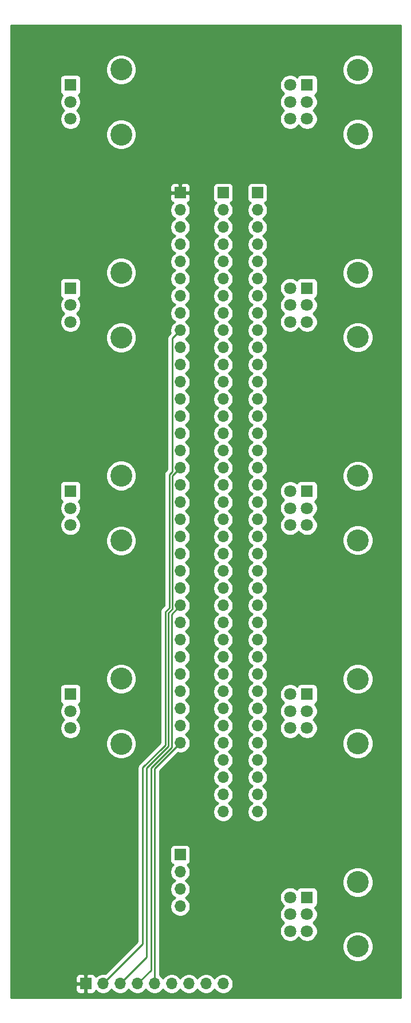
<source format=gbr>
%TF.GenerationSoftware,KiCad,Pcbnew,5.1.6-c6e7f7d~87~ubuntu20.04.1*%
%TF.CreationDate,2020-10-18T20:27:09-04:00*%
%TF.ProjectId,stereoout,73746572-656f-46f7-9574-2e6b69636164,rev?*%
%TF.SameCoordinates,Original*%
%TF.FileFunction,Copper,L2,Bot*%
%TF.FilePolarity,Positive*%
%FSLAX46Y46*%
G04 Gerber Fmt 4.6, Leading zero omitted, Abs format (unit mm)*
G04 Created by KiCad (PCBNEW 5.1.6-c6e7f7d~87~ubuntu20.04.1) date 2020-10-18 20:27:09*
%MOMM*%
%LPD*%
G01*
G04 APERTURE LIST*
%TA.AperFunction,ComponentPad*%
%ADD10R,1.800000X1.800000*%
%TD*%
%TA.AperFunction,ComponentPad*%
%ADD11C,1.800000*%
%TD*%
%TA.AperFunction,ComponentPad*%
%ADD12C,3.240000*%
%TD*%
%TA.AperFunction,ComponentPad*%
%ADD13R,1.700000X1.700000*%
%TD*%
%TA.AperFunction,ComponentPad*%
%ADD14O,1.700000X1.700000*%
%TD*%
%TA.AperFunction,Conductor*%
%ADD15C,0.250000*%
%TD*%
%TA.AperFunction,Conductor*%
%ADD16C,0.254000*%
%TD*%
G04 APERTURE END LIST*
D10*
%TO.P,RV6,1*%
%TO.N,/PAN2_1*%
X89500000Y-54500000D03*
D11*
%TO.P,RV6,2*%
%TO.N,/PAN2_2*%
X89500000Y-57000000D03*
%TO.P,RV6,3*%
%TO.N,/PAN2_3*%
X89500000Y-59500000D03*
D12*
%TO.P,RV6,*%
%TO.N,*%
X97000000Y-61750000D03*
X97000000Y-52250000D03*
D11*
%TO.P,RV6,6*%
%TO.N,/PAN2_6*%
X87000000Y-59500000D03*
%TO.P,RV6,5*%
%TO.N,/PAN2_5*%
X87000000Y-57000000D03*
%TO.P,RV6,4*%
%TO.N,/PAN2_4*%
X87000000Y-54500000D03*
%TD*%
D13*
%TO.P,J3,1*%
%TO.N,GND*%
X56770000Y-157260000D03*
D14*
%TO.P,J3,2*%
%TO.N,/IN1*%
X59310000Y-157260000D03*
%TO.P,J3,3*%
%TO.N,/IN2*%
X61850000Y-157260000D03*
%TO.P,J3,4*%
%TO.N,/IN3*%
X64390000Y-157260000D03*
%TO.P,J3,5*%
%TO.N,/IN4*%
X66930000Y-157260000D03*
%TO.P,J3,6*%
%TO.N,/LO*%
X69470000Y-157260000D03*
%TO.P,J3,7*%
%TO.N,/RO*%
X72010000Y-157260000D03*
%TO.P,J3,8*%
%TO.N,/HL*%
X74550000Y-157260000D03*
%TO.P,J3,9*%
%TO.N,/HR*%
X77090000Y-157260000D03*
%TD*%
D10*
%TO.P,RV7,1*%
%TO.N,/PAN3_1*%
X89500000Y-84500000D03*
D11*
%TO.P,RV7,2*%
%TO.N,/PAN3_2*%
X89500000Y-87000000D03*
%TO.P,RV7,3*%
%TO.N,/PAN3_3*%
X89500000Y-89500000D03*
D12*
%TO.P,RV7,*%
%TO.N,*%
X97000000Y-91750000D03*
X97000000Y-82250000D03*
D11*
%TO.P,RV7,6*%
%TO.N,/PAN3_6*%
X87000000Y-89500000D03*
%TO.P,RV7,5*%
%TO.N,/PAN3_5*%
X87000000Y-87000000D03*
%TO.P,RV7,4*%
%TO.N,/PAN3_4*%
X87000000Y-84500000D03*
%TD*%
D10*
%TO.P,RV9,1*%
%TO.N,/HVOL1_1*%
X89500000Y-144500000D03*
D11*
%TO.P,RV9,2*%
%TO.N,/HVOL1_2*%
X89500000Y-147000000D03*
%TO.P,RV9,3*%
%TO.N,/HVOL1_3*%
X89500000Y-149500000D03*
D12*
%TO.P,RV9,*%
%TO.N,*%
X97000000Y-151750000D03*
X97000000Y-142250000D03*
D11*
%TO.P,RV9,6*%
%TO.N,/HVOL1_6*%
X87000000Y-149500000D03*
%TO.P,RV9,5*%
%TO.N,/HVOL1_5*%
X87000000Y-147000000D03*
%TO.P,RV9,4*%
%TO.N,/HVOL1_4*%
X87000000Y-144500000D03*
%TD*%
D13*
%TO.P,J5,1*%
%TO.N,/PAN1_4*%
X82170000Y-40420000D03*
D14*
%TO.P,J5,2*%
%TO.N,Net-(J5-Pad2)*%
X82170000Y-42960000D03*
%TO.P,J5,3*%
%TO.N,/PAN1_5*%
X82170000Y-45500000D03*
%TO.P,J5,4*%
%TO.N,Net-(J5-Pad4)*%
X82170000Y-48040000D03*
%TO.P,J5,5*%
%TO.N,/PAN1_6*%
X82170000Y-50580000D03*
%TO.P,J5,6*%
%TO.N,Net-(J5-Pad6)*%
X82170000Y-53120000D03*
%TO.P,J5,7*%
%TO.N,Net-(J5-Pad7)*%
X82170000Y-55660000D03*
%TO.P,J5,8*%
%TO.N,Net-(J5-Pad8)*%
X82170000Y-58200000D03*
%TO.P,J5,9*%
%TO.N,/PAN2_4*%
X82170000Y-60740000D03*
%TO.P,J5,10*%
%TO.N,Net-(J5-Pad10)*%
X82170000Y-63280000D03*
%TO.P,J5,11*%
%TO.N,/PAN2_5*%
X82170000Y-65820000D03*
%TO.P,J5,12*%
%TO.N,Net-(J5-Pad12)*%
X82170000Y-68360000D03*
%TO.P,J5,13*%
%TO.N,/PAN2_6*%
X82170000Y-70900000D03*
%TO.P,J5,14*%
%TO.N,Net-(J5-Pad14)*%
X82170000Y-73440000D03*
%TO.P,J5,15*%
%TO.N,Net-(J5-Pad15)*%
X82170000Y-75980000D03*
%TO.P,J5,16*%
%TO.N,Net-(J5-Pad16)*%
X82170000Y-78520000D03*
%TO.P,J5,17*%
%TO.N,/PAN3_4*%
X82170000Y-81060000D03*
%TO.P,J5,18*%
%TO.N,Net-(J5-Pad18)*%
X82170000Y-83600000D03*
%TO.P,J5,19*%
%TO.N,/PAN3_5*%
X82170000Y-86140000D03*
%TO.P,J5,20*%
%TO.N,Net-(J5-Pad20)*%
X82170000Y-88680000D03*
%TO.P,J5,21*%
%TO.N,/PAN3_6*%
X82170000Y-91220000D03*
%TO.P,J5,22*%
%TO.N,Net-(J5-Pad22)*%
X82170000Y-93760000D03*
%TO.P,J5,23*%
%TO.N,/PAN4_4*%
X82170000Y-96300000D03*
%TO.P,J5,24*%
%TO.N,Net-(J5-Pad24)*%
X82170000Y-98840000D03*
%TO.P,J5,25*%
%TO.N,/PAN4_5*%
X82170000Y-101380000D03*
%TO.P,J5,26*%
%TO.N,Net-(J5-Pad26)*%
X82170000Y-103920000D03*
%TO.P,J5,27*%
%TO.N,/PAN4_6*%
X82170000Y-106460000D03*
%TO.P,J5,28*%
%TO.N,Net-(J5-Pad28)*%
X82170000Y-109000000D03*
%TO.P,J5,29*%
%TO.N,Net-(J5-Pad29)*%
X82170000Y-111540000D03*
%TO.P,J5,30*%
%TO.N,Net-(J5-Pad30)*%
X82170000Y-114080000D03*
%TO.P,J5,31*%
%TO.N,Net-(J5-Pad31)*%
X82170000Y-116620000D03*
%TO.P,J5,32*%
%TO.N,Net-(J5-Pad32)*%
X82170000Y-119160000D03*
%TO.P,J5,33*%
%TO.N,/HVOL1_4*%
X82170000Y-121700000D03*
%TO.P,J5,34*%
%TO.N,Net-(J5-Pad34)*%
X82170000Y-124240000D03*
%TO.P,J5,35*%
%TO.N,/HVOL1_5*%
X82170000Y-126780000D03*
%TO.P,J5,36*%
%TO.N,Net-(J5-Pad36)*%
X82170000Y-129320000D03*
%TO.P,J5,37*%
%TO.N,/HVOL1_6*%
X82170000Y-131860000D03*
%TD*%
%TO.P,J4,37*%
%TO.N,/HVOL1_3*%
X77090000Y-131860000D03*
%TO.P,J4,36*%
%TO.N,Net-(J4-Pad36)*%
X77090000Y-129320000D03*
%TO.P,J4,35*%
%TO.N,/HVOL1_2*%
X77090000Y-126780000D03*
%TO.P,J4,34*%
%TO.N,Net-(J4-Pad34)*%
X77090000Y-124240000D03*
%TO.P,J4,33*%
%TO.N,/HVOL1_1*%
X77090000Y-121700000D03*
%TO.P,J4,32*%
%TO.N,Net-(J4-Pad32)*%
X77090000Y-119160000D03*
%TO.P,J4,31*%
%TO.N,Net-(J4-Pad31)*%
X77090000Y-116620000D03*
%TO.P,J4,30*%
%TO.N,Net-(J4-Pad30)*%
X77090000Y-114080000D03*
%TO.P,J4,29*%
%TO.N,/PAN4_3*%
X77090000Y-111540000D03*
%TO.P,J4,28*%
%TO.N,Net-(J4-Pad28)*%
X77090000Y-109000000D03*
%TO.P,J4,27*%
%TO.N,/PAN4_2*%
X77090000Y-106460000D03*
%TO.P,J4,26*%
%TO.N,Net-(J4-Pad26)*%
X77090000Y-103920000D03*
%TO.P,J4,25*%
%TO.N,/PAN4_1*%
X77090000Y-101380000D03*
%TO.P,J4,24*%
%TO.N,Net-(J4-Pad24)*%
X77090000Y-98840000D03*
%TO.P,J4,23*%
%TO.N,Net-(J4-Pad23)*%
X77090000Y-96300000D03*
%TO.P,J4,22*%
%TO.N,Net-(J4-Pad22)*%
X77090000Y-93760000D03*
%TO.P,J4,21*%
%TO.N,/PAN3_3*%
X77090000Y-91220000D03*
%TO.P,J4,20*%
%TO.N,Net-(J4-Pad20)*%
X77090000Y-88680000D03*
%TO.P,J4,19*%
%TO.N,/PAN3_2*%
X77090000Y-86140000D03*
%TO.P,J4,18*%
%TO.N,Net-(J4-Pad18)*%
X77090000Y-83600000D03*
%TO.P,J4,17*%
%TO.N,/PAN3_1*%
X77090000Y-81060000D03*
%TO.P,J4,16*%
%TO.N,Net-(J4-Pad16)*%
X77090000Y-78520000D03*
%TO.P,J4,15*%
%TO.N,Net-(J4-Pad15)*%
X77090000Y-75980000D03*
%TO.P,J4,14*%
%TO.N,Net-(J4-Pad14)*%
X77090000Y-73440000D03*
%TO.P,J4,13*%
%TO.N,/PAN2_3*%
X77090000Y-70900000D03*
%TO.P,J4,12*%
%TO.N,Net-(J4-Pad12)*%
X77090000Y-68360000D03*
%TO.P,J4,11*%
%TO.N,/PAN2_2*%
X77090000Y-65820000D03*
%TO.P,J4,10*%
%TO.N,Net-(J4-Pad10)*%
X77090000Y-63280000D03*
%TO.P,J4,9*%
%TO.N,/PAN2_1*%
X77090000Y-60740000D03*
%TO.P,J4,8*%
%TO.N,Net-(J4-Pad8)*%
X77090000Y-58200000D03*
%TO.P,J4,7*%
%TO.N,Net-(J4-Pad7)*%
X77090000Y-55660000D03*
%TO.P,J4,6*%
%TO.N,Net-(J4-Pad6)*%
X77090000Y-53120000D03*
%TO.P,J4,5*%
%TO.N,/PAN1_3*%
X77090000Y-50580000D03*
%TO.P,J4,4*%
%TO.N,Net-(J4-Pad4)*%
X77090000Y-48040000D03*
%TO.P,J4,3*%
%TO.N,/PAN1_2*%
X77090000Y-45500000D03*
%TO.P,J4,2*%
%TO.N,Net-(J4-Pad2)*%
X77090000Y-42960000D03*
D13*
%TO.P,J4,1*%
%TO.N,/PAN1_1*%
X77090000Y-40420000D03*
%TD*%
D10*
%TO.P,RV1,1*%
%TO.N,/LEV1_3*%
X54500000Y-24500000D03*
D11*
%TO.P,RV1,2*%
%TO.N,/LEV1_2*%
X54500000Y-27000000D03*
%TO.P,RV1,3*%
%TO.N,/LEV1_1*%
X54500000Y-29500000D03*
D12*
%TO.P,RV1,*%
%TO.N,*%
X62000000Y-31800000D03*
X62000000Y-22200000D03*
%TD*%
D14*
%TO.P,J1,33*%
%TO.N,/IN4*%
X70740000Y-121700000D03*
%TO.P,J1,32*%
%TO.N,Net-(J1-Pad32)*%
X70740000Y-119160000D03*
%TO.P,J1,31*%
%TO.N,/LEV4_3*%
X70740000Y-116620000D03*
%TO.P,J1,30*%
%TO.N,Net-(J1-Pad30)*%
X70740000Y-114080000D03*
%TO.P,J1,29*%
%TO.N,/LEV4_2*%
X70740000Y-111540000D03*
%TO.P,J1,28*%
%TO.N,Net-(J1-Pad28)*%
X70740000Y-109000000D03*
%TO.P,J1,27*%
%TO.N,/LEV4_1*%
X70740000Y-106460000D03*
%TO.P,J1,26*%
%TO.N,Net-(J1-Pad26)*%
X70740000Y-103920000D03*
%TO.P,J1,25*%
%TO.N,/IN3*%
X70740000Y-101380000D03*
%TO.P,J1,24*%
%TO.N,Net-(J1-Pad24)*%
X70740000Y-98840000D03*
%TO.P,J1,23*%
%TO.N,/LEV3_3*%
X70740000Y-96300000D03*
%TO.P,J1,22*%
%TO.N,Net-(J1-Pad22)*%
X70740000Y-93760000D03*
%TO.P,J1,21*%
%TO.N,/LEV3_2*%
X70740000Y-91220000D03*
%TO.P,J1,20*%
%TO.N,Net-(J1-Pad20)*%
X70740000Y-88680000D03*
%TO.P,J1,19*%
%TO.N,/LEV3_1*%
X70740000Y-86140000D03*
%TO.P,J1,18*%
%TO.N,Net-(J1-Pad18)*%
X70740000Y-83600000D03*
%TO.P,J1,17*%
%TO.N,/IN2*%
X70740000Y-81060000D03*
%TO.P,J1,16*%
%TO.N,Net-(J1-Pad16)*%
X70740000Y-78520000D03*
%TO.P,J1,15*%
%TO.N,/LEV2_3*%
X70740000Y-75980000D03*
%TO.P,J1,14*%
%TO.N,Net-(J1-Pad14)*%
X70740000Y-73440000D03*
%TO.P,J1,13*%
%TO.N,/LEV2_2*%
X70740000Y-70900000D03*
%TO.P,J1,12*%
%TO.N,Net-(J1-Pad12)*%
X70740000Y-68360000D03*
%TO.P,J1,11*%
%TO.N,/LEV2_1*%
X70740000Y-65820000D03*
%TO.P,J1,10*%
%TO.N,Net-(J1-Pad10)*%
X70740000Y-63280000D03*
%TO.P,J1,9*%
%TO.N,/IN1*%
X70740000Y-60740000D03*
%TO.P,J1,8*%
%TO.N,Net-(J1-Pad8)*%
X70740000Y-58200000D03*
%TO.P,J1,7*%
%TO.N,/LEV1_3*%
X70740000Y-55660000D03*
%TO.P,J1,6*%
%TO.N,Net-(J1-Pad6)*%
X70740000Y-53120000D03*
%TO.P,J1,5*%
%TO.N,/LEV1_2*%
X70740000Y-50580000D03*
%TO.P,J1,4*%
%TO.N,Net-(J1-Pad4)*%
X70740000Y-48040000D03*
%TO.P,J1,3*%
%TO.N,/LEV1_1*%
X70740000Y-45500000D03*
%TO.P,J1,2*%
%TO.N,Net-(J1-Pad2)*%
X70740000Y-42960000D03*
D13*
%TO.P,J1,1*%
%TO.N,GND*%
X70740000Y-40420000D03*
%TD*%
D14*
%TO.P,J2,4*%
%TO.N,/LO*%
X70740000Y-145830000D03*
%TO.P,J2,3*%
%TO.N,/RO*%
X70740000Y-143290000D03*
%TO.P,J2,2*%
%TO.N,/HL*%
X70740000Y-140750000D03*
D13*
%TO.P,J2,1*%
%TO.N,/HR*%
X70740000Y-138210000D03*
%TD*%
D12*
%TO.P,RV2,*%
%TO.N,*%
X62000000Y-52200000D03*
X62000000Y-61800000D03*
D11*
%TO.P,RV2,3*%
%TO.N,/LEV2_1*%
X54500000Y-59500000D03*
%TO.P,RV2,2*%
%TO.N,/LEV2_2*%
X54500000Y-57000000D03*
D10*
%TO.P,RV2,1*%
%TO.N,/LEV2_3*%
X54500000Y-54500000D03*
%TD*%
%TO.P,RV5,1*%
%TO.N,/PAN1_1*%
X89500000Y-24500000D03*
D11*
%TO.P,RV5,2*%
%TO.N,/PAN1_2*%
X89500000Y-27000000D03*
%TO.P,RV5,3*%
%TO.N,/PAN1_3*%
X89500000Y-29500000D03*
D12*
%TO.P,RV5,*%
%TO.N,*%
X97000000Y-31750000D03*
X97000000Y-22250000D03*
D11*
%TO.P,RV5,6*%
%TO.N,/PAN1_6*%
X87000000Y-29500000D03*
%TO.P,RV5,5*%
%TO.N,/PAN1_5*%
X87000000Y-27000000D03*
%TO.P,RV5,4*%
%TO.N,/PAN1_4*%
X87000000Y-24500000D03*
%TD*%
D12*
%TO.P,RV4,*%
%TO.N,*%
X62000000Y-112200000D03*
X62000000Y-121800000D03*
D11*
%TO.P,RV4,3*%
%TO.N,/LEV4_1*%
X54500000Y-119500000D03*
%TO.P,RV4,2*%
%TO.N,/LEV4_2*%
X54500000Y-117000000D03*
D10*
%TO.P,RV4,1*%
%TO.N,/LEV4_3*%
X54500000Y-114500000D03*
%TD*%
%TO.P,RV8,1*%
%TO.N,/PAN4_1*%
X89500000Y-114500000D03*
D11*
%TO.P,RV8,2*%
%TO.N,/PAN4_2*%
X89500000Y-117000000D03*
%TO.P,RV8,3*%
%TO.N,/PAN4_3*%
X89500000Y-119500000D03*
D12*
%TO.P,RV8,*%
%TO.N,*%
X97000000Y-121750000D03*
X97000000Y-112250000D03*
D11*
%TO.P,RV8,6*%
%TO.N,Net-(J5-Pad29)*%
X87000000Y-119500000D03*
%TO.P,RV8,5*%
%TO.N,/PAN4_6*%
X87000000Y-117000000D03*
%TO.P,RV8,4*%
%TO.N,/PAN4_5*%
X87000000Y-114500000D03*
%TD*%
D12*
%TO.P,RV3,*%
%TO.N,*%
X62000000Y-82200000D03*
X62000000Y-91800000D03*
D11*
%TO.P,RV3,3*%
%TO.N,/LEV3_1*%
X54500000Y-89500000D03*
%TO.P,RV3,2*%
%TO.N,/LEV3_2*%
X54500000Y-87000000D03*
D10*
%TO.P,RV3,1*%
%TO.N,/LEV3_3*%
X54500000Y-84500000D03*
%TD*%
D15*
%TO.N,/IN4*%
X66930000Y-125510000D02*
X70740000Y-121700000D01*
X66930000Y-157260000D02*
X66930000Y-125510000D01*
%TO.N,/IN3*%
X66400000Y-155250000D02*
X66400000Y-125400000D01*
X69460000Y-102660000D02*
X70740000Y-101380000D01*
X64390000Y-157260000D02*
X66400000Y-155250000D01*
X66400000Y-125400000D02*
X66403590Y-125400000D01*
X69460000Y-122343590D02*
X69460000Y-102660000D01*
X66403590Y-125400000D02*
X69460000Y-122343590D01*
%TO.N,/IN2*%
X61850000Y-157260000D02*
X65800000Y-153310000D01*
X67067180Y-124100000D02*
X69009990Y-122157190D01*
X69009990Y-122157190D02*
X69009991Y-102473599D01*
X69009991Y-102473599D02*
X69564999Y-101918591D01*
X65800000Y-125363590D02*
X67063590Y-124100000D01*
X67063590Y-124100000D02*
X67067180Y-124100000D01*
X69564999Y-101918591D02*
X69564999Y-82235001D01*
X69564999Y-82235001D02*
X70740000Y-81060000D01*
X65800000Y-153310000D02*
X65800000Y-125363590D01*
%TO.N,/IN1*%
X68559981Y-121970789D02*
X68130770Y-122400000D01*
X68127180Y-122400000D02*
X65200000Y-125327180D01*
X69564999Y-61915001D02*
X69564999Y-81598591D01*
X68559981Y-102287199D02*
X68559981Y-121970789D01*
X69114989Y-82048601D02*
X69114989Y-101732191D01*
X69114989Y-101732191D02*
X68559981Y-102287199D01*
X69564999Y-81598591D02*
X69114989Y-82048601D01*
X65200000Y-125327180D02*
X65200000Y-151370000D01*
X70740000Y-60740000D02*
X69564999Y-61915001D01*
X65200000Y-151370000D02*
X59310000Y-157260000D01*
X68130770Y-122400000D02*
X68127180Y-122400000D01*
%TD*%
D16*
%TO.N,GND*%
G36*
X103340001Y-159340000D02*
G01*
X45660000Y-159340000D01*
X45660000Y-158110000D01*
X55281928Y-158110000D01*
X55294188Y-158234482D01*
X55330498Y-158354180D01*
X55389463Y-158464494D01*
X55468815Y-158561185D01*
X55565506Y-158640537D01*
X55675820Y-158699502D01*
X55795518Y-158735812D01*
X55920000Y-158748072D01*
X56484250Y-158745000D01*
X56643000Y-158586250D01*
X56643000Y-157387000D01*
X55443750Y-157387000D01*
X55285000Y-157545750D01*
X55281928Y-158110000D01*
X45660000Y-158110000D01*
X45660000Y-156410000D01*
X55281928Y-156410000D01*
X55285000Y-156974250D01*
X55443750Y-157133000D01*
X56643000Y-157133000D01*
X56643000Y-155933750D01*
X56897000Y-155933750D01*
X56897000Y-157133000D01*
X56917000Y-157133000D01*
X56917000Y-157387000D01*
X56897000Y-157387000D01*
X56897000Y-158586250D01*
X57055750Y-158745000D01*
X57620000Y-158748072D01*
X57744482Y-158735812D01*
X57864180Y-158699502D01*
X57974494Y-158640537D01*
X58071185Y-158561185D01*
X58150537Y-158464494D01*
X58209502Y-158354180D01*
X58231513Y-158281620D01*
X58363368Y-158413475D01*
X58606589Y-158575990D01*
X58876842Y-158687932D01*
X59163740Y-158745000D01*
X59456260Y-158745000D01*
X59743158Y-158687932D01*
X60013411Y-158575990D01*
X60256632Y-158413475D01*
X60463475Y-158206632D01*
X60580000Y-158032240D01*
X60696525Y-158206632D01*
X60903368Y-158413475D01*
X61146589Y-158575990D01*
X61416842Y-158687932D01*
X61703740Y-158745000D01*
X61996260Y-158745000D01*
X62283158Y-158687932D01*
X62553411Y-158575990D01*
X62796632Y-158413475D01*
X63003475Y-158206632D01*
X63120000Y-158032240D01*
X63236525Y-158206632D01*
X63443368Y-158413475D01*
X63686589Y-158575990D01*
X63956842Y-158687932D01*
X64243740Y-158745000D01*
X64536260Y-158745000D01*
X64823158Y-158687932D01*
X65093411Y-158575990D01*
X65336632Y-158413475D01*
X65543475Y-158206632D01*
X65660000Y-158032240D01*
X65776525Y-158206632D01*
X65983368Y-158413475D01*
X66226589Y-158575990D01*
X66496842Y-158687932D01*
X66783740Y-158745000D01*
X67076260Y-158745000D01*
X67363158Y-158687932D01*
X67633411Y-158575990D01*
X67876632Y-158413475D01*
X68083475Y-158206632D01*
X68200000Y-158032240D01*
X68316525Y-158206632D01*
X68523368Y-158413475D01*
X68766589Y-158575990D01*
X69036842Y-158687932D01*
X69323740Y-158745000D01*
X69616260Y-158745000D01*
X69903158Y-158687932D01*
X70173411Y-158575990D01*
X70416632Y-158413475D01*
X70623475Y-158206632D01*
X70740000Y-158032240D01*
X70856525Y-158206632D01*
X71063368Y-158413475D01*
X71306589Y-158575990D01*
X71576842Y-158687932D01*
X71863740Y-158745000D01*
X72156260Y-158745000D01*
X72443158Y-158687932D01*
X72713411Y-158575990D01*
X72956632Y-158413475D01*
X73163475Y-158206632D01*
X73280000Y-158032240D01*
X73396525Y-158206632D01*
X73603368Y-158413475D01*
X73846589Y-158575990D01*
X74116842Y-158687932D01*
X74403740Y-158745000D01*
X74696260Y-158745000D01*
X74983158Y-158687932D01*
X75253411Y-158575990D01*
X75496632Y-158413475D01*
X75703475Y-158206632D01*
X75820000Y-158032240D01*
X75936525Y-158206632D01*
X76143368Y-158413475D01*
X76386589Y-158575990D01*
X76656842Y-158687932D01*
X76943740Y-158745000D01*
X77236260Y-158745000D01*
X77523158Y-158687932D01*
X77793411Y-158575990D01*
X78036632Y-158413475D01*
X78243475Y-158206632D01*
X78405990Y-157963411D01*
X78517932Y-157693158D01*
X78575000Y-157406260D01*
X78575000Y-157113740D01*
X78517932Y-156826842D01*
X78405990Y-156556589D01*
X78243475Y-156313368D01*
X78036632Y-156106525D01*
X77793411Y-155944010D01*
X77523158Y-155832068D01*
X77236260Y-155775000D01*
X76943740Y-155775000D01*
X76656842Y-155832068D01*
X76386589Y-155944010D01*
X76143368Y-156106525D01*
X75936525Y-156313368D01*
X75820000Y-156487760D01*
X75703475Y-156313368D01*
X75496632Y-156106525D01*
X75253411Y-155944010D01*
X74983158Y-155832068D01*
X74696260Y-155775000D01*
X74403740Y-155775000D01*
X74116842Y-155832068D01*
X73846589Y-155944010D01*
X73603368Y-156106525D01*
X73396525Y-156313368D01*
X73280000Y-156487760D01*
X73163475Y-156313368D01*
X72956632Y-156106525D01*
X72713411Y-155944010D01*
X72443158Y-155832068D01*
X72156260Y-155775000D01*
X71863740Y-155775000D01*
X71576842Y-155832068D01*
X71306589Y-155944010D01*
X71063368Y-156106525D01*
X70856525Y-156313368D01*
X70740000Y-156487760D01*
X70623475Y-156313368D01*
X70416632Y-156106525D01*
X70173411Y-155944010D01*
X69903158Y-155832068D01*
X69616260Y-155775000D01*
X69323740Y-155775000D01*
X69036842Y-155832068D01*
X68766589Y-155944010D01*
X68523368Y-156106525D01*
X68316525Y-156313368D01*
X68200000Y-156487760D01*
X68083475Y-156313368D01*
X67876632Y-156106525D01*
X67690000Y-155981822D01*
X67690000Y-151527902D01*
X94745000Y-151527902D01*
X94745000Y-151972098D01*
X94831658Y-152407759D01*
X95001645Y-152818143D01*
X95248427Y-153187479D01*
X95562521Y-153501573D01*
X95931857Y-153748355D01*
X96342241Y-153918342D01*
X96777902Y-154005000D01*
X97222098Y-154005000D01*
X97657759Y-153918342D01*
X98068143Y-153748355D01*
X98437479Y-153501573D01*
X98751573Y-153187479D01*
X98998355Y-152818143D01*
X99168342Y-152407759D01*
X99255000Y-151972098D01*
X99255000Y-151527902D01*
X99168342Y-151092241D01*
X98998355Y-150681857D01*
X98751573Y-150312521D01*
X98437479Y-149998427D01*
X98068143Y-149751645D01*
X97657759Y-149581658D01*
X97222098Y-149495000D01*
X96777902Y-149495000D01*
X96342241Y-149581658D01*
X95931857Y-149751645D01*
X95562521Y-149998427D01*
X95248427Y-150312521D01*
X95001645Y-150681857D01*
X94831658Y-151092241D01*
X94745000Y-151527902D01*
X67690000Y-151527902D01*
X67690000Y-137360000D01*
X69251928Y-137360000D01*
X69251928Y-139060000D01*
X69264188Y-139184482D01*
X69300498Y-139304180D01*
X69359463Y-139414494D01*
X69438815Y-139511185D01*
X69535506Y-139590537D01*
X69645820Y-139649502D01*
X69718380Y-139671513D01*
X69586525Y-139803368D01*
X69424010Y-140046589D01*
X69312068Y-140316842D01*
X69255000Y-140603740D01*
X69255000Y-140896260D01*
X69312068Y-141183158D01*
X69424010Y-141453411D01*
X69586525Y-141696632D01*
X69793368Y-141903475D01*
X69967760Y-142020000D01*
X69793368Y-142136525D01*
X69586525Y-142343368D01*
X69424010Y-142586589D01*
X69312068Y-142856842D01*
X69255000Y-143143740D01*
X69255000Y-143436260D01*
X69312068Y-143723158D01*
X69424010Y-143993411D01*
X69586525Y-144236632D01*
X69793368Y-144443475D01*
X69967760Y-144560000D01*
X69793368Y-144676525D01*
X69586525Y-144883368D01*
X69424010Y-145126589D01*
X69312068Y-145396842D01*
X69255000Y-145683740D01*
X69255000Y-145976260D01*
X69312068Y-146263158D01*
X69424010Y-146533411D01*
X69586525Y-146776632D01*
X69793368Y-146983475D01*
X70036589Y-147145990D01*
X70306842Y-147257932D01*
X70593740Y-147315000D01*
X70886260Y-147315000D01*
X71173158Y-147257932D01*
X71443411Y-147145990D01*
X71686632Y-146983475D01*
X71893475Y-146776632D01*
X72055990Y-146533411D01*
X72167932Y-146263158D01*
X72225000Y-145976260D01*
X72225000Y-145683740D01*
X72167932Y-145396842D01*
X72055990Y-145126589D01*
X71893475Y-144883368D01*
X71686632Y-144676525D01*
X71512240Y-144560000D01*
X71686632Y-144443475D01*
X71781291Y-144348816D01*
X85465000Y-144348816D01*
X85465000Y-144651184D01*
X85523989Y-144947743D01*
X85639701Y-145227095D01*
X85807688Y-145478505D01*
X86021495Y-145692312D01*
X86107831Y-145750000D01*
X86021495Y-145807688D01*
X85807688Y-146021495D01*
X85639701Y-146272905D01*
X85523989Y-146552257D01*
X85465000Y-146848816D01*
X85465000Y-147151184D01*
X85523989Y-147447743D01*
X85639701Y-147727095D01*
X85807688Y-147978505D01*
X86021495Y-148192312D01*
X86107831Y-148250000D01*
X86021495Y-148307688D01*
X85807688Y-148521495D01*
X85639701Y-148772905D01*
X85523989Y-149052257D01*
X85465000Y-149348816D01*
X85465000Y-149651184D01*
X85523989Y-149947743D01*
X85639701Y-150227095D01*
X85807688Y-150478505D01*
X86021495Y-150692312D01*
X86272905Y-150860299D01*
X86552257Y-150976011D01*
X86848816Y-151035000D01*
X87151184Y-151035000D01*
X87447743Y-150976011D01*
X87727095Y-150860299D01*
X87978505Y-150692312D01*
X88192312Y-150478505D01*
X88250000Y-150392169D01*
X88307688Y-150478505D01*
X88521495Y-150692312D01*
X88772905Y-150860299D01*
X89052257Y-150976011D01*
X89348816Y-151035000D01*
X89651184Y-151035000D01*
X89947743Y-150976011D01*
X90227095Y-150860299D01*
X90478505Y-150692312D01*
X90692312Y-150478505D01*
X90860299Y-150227095D01*
X90976011Y-149947743D01*
X91035000Y-149651184D01*
X91035000Y-149348816D01*
X90976011Y-149052257D01*
X90860299Y-148772905D01*
X90692312Y-148521495D01*
X90478505Y-148307688D01*
X90392169Y-148250000D01*
X90478505Y-148192312D01*
X90692312Y-147978505D01*
X90860299Y-147727095D01*
X90976011Y-147447743D01*
X91035000Y-147151184D01*
X91035000Y-146848816D01*
X90976011Y-146552257D01*
X90860299Y-146272905D01*
X90692312Y-146021495D01*
X90654697Y-145983880D01*
X90754494Y-145930537D01*
X90851185Y-145851185D01*
X90930537Y-145754494D01*
X90989502Y-145644180D01*
X91025812Y-145524482D01*
X91038072Y-145400000D01*
X91038072Y-143600000D01*
X91025812Y-143475518D01*
X90989502Y-143355820D01*
X90930537Y-143245506D01*
X90851185Y-143148815D01*
X90754494Y-143069463D01*
X90644180Y-143010498D01*
X90524482Y-142974188D01*
X90400000Y-142961928D01*
X88600000Y-142961928D01*
X88475518Y-142974188D01*
X88355820Y-143010498D01*
X88245506Y-143069463D01*
X88148815Y-143148815D01*
X88069463Y-143245506D01*
X88016120Y-143345303D01*
X87978505Y-143307688D01*
X87727095Y-143139701D01*
X87447743Y-143023989D01*
X87151184Y-142965000D01*
X86848816Y-142965000D01*
X86552257Y-143023989D01*
X86272905Y-143139701D01*
X86021495Y-143307688D01*
X85807688Y-143521495D01*
X85639701Y-143772905D01*
X85523989Y-144052257D01*
X85465000Y-144348816D01*
X71781291Y-144348816D01*
X71893475Y-144236632D01*
X72055990Y-143993411D01*
X72167932Y-143723158D01*
X72225000Y-143436260D01*
X72225000Y-143143740D01*
X72167932Y-142856842D01*
X72055990Y-142586589D01*
X71893475Y-142343368D01*
X71686632Y-142136525D01*
X71524067Y-142027902D01*
X94745000Y-142027902D01*
X94745000Y-142472098D01*
X94831658Y-142907759D01*
X95001645Y-143318143D01*
X95248427Y-143687479D01*
X95562521Y-144001573D01*
X95931857Y-144248355D01*
X96342241Y-144418342D01*
X96777902Y-144505000D01*
X97222098Y-144505000D01*
X97657759Y-144418342D01*
X98068143Y-144248355D01*
X98437479Y-144001573D01*
X98751573Y-143687479D01*
X98998355Y-143318143D01*
X99168342Y-142907759D01*
X99255000Y-142472098D01*
X99255000Y-142027902D01*
X99168342Y-141592241D01*
X98998355Y-141181857D01*
X98751573Y-140812521D01*
X98437479Y-140498427D01*
X98068143Y-140251645D01*
X97657759Y-140081658D01*
X97222098Y-139995000D01*
X96777902Y-139995000D01*
X96342241Y-140081658D01*
X95931857Y-140251645D01*
X95562521Y-140498427D01*
X95248427Y-140812521D01*
X95001645Y-141181857D01*
X94831658Y-141592241D01*
X94745000Y-142027902D01*
X71524067Y-142027902D01*
X71512240Y-142020000D01*
X71686632Y-141903475D01*
X71893475Y-141696632D01*
X72055990Y-141453411D01*
X72167932Y-141183158D01*
X72225000Y-140896260D01*
X72225000Y-140603740D01*
X72167932Y-140316842D01*
X72055990Y-140046589D01*
X71893475Y-139803368D01*
X71761620Y-139671513D01*
X71834180Y-139649502D01*
X71944494Y-139590537D01*
X72041185Y-139511185D01*
X72120537Y-139414494D01*
X72179502Y-139304180D01*
X72215812Y-139184482D01*
X72228072Y-139060000D01*
X72228072Y-137360000D01*
X72215812Y-137235518D01*
X72179502Y-137115820D01*
X72120537Y-137005506D01*
X72041185Y-136908815D01*
X71944494Y-136829463D01*
X71834180Y-136770498D01*
X71714482Y-136734188D01*
X71590000Y-136721928D01*
X69890000Y-136721928D01*
X69765518Y-136734188D01*
X69645820Y-136770498D01*
X69535506Y-136829463D01*
X69438815Y-136908815D01*
X69359463Y-137005506D01*
X69300498Y-137115820D01*
X69264188Y-137235518D01*
X69251928Y-137360000D01*
X67690000Y-137360000D01*
X67690000Y-125824801D01*
X70373592Y-123141210D01*
X70593740Y-123185000D01*
X70886260Y-123185000D01*
X71173158Y-123127932D01*
X71443411Y-123015990D01*
X71686632Y-122853475D01*
X71893475Y-122646632D01*
X72055990Y-122403411D01*
X72167932Y-122133158D01*
X72225000Y-121846260D01*
X72225000Y-121553740D01*
X72167932Y-121266842D01*
X72055990Y-120996589D01*
X71893475Y-120753368D01*
X71686632Y-120546525D01*
X71512240Y-120430000D01*
X71686632Y-120313475D01*
X71893475Y-120106632D01*
X72055990Y-119863411D01*
X72167932Y-119593158D01*
X72225000Y-119306260D01*
X72225000Y-119013740D01*
X72167932Y-118726842D01*
X72055990Y-118456589D01*
X71893475Y-118213368D01*
X71686632Y-118006525D01*
X71512240Y-117890000D01*
X71686632Y-117773475D01*
X71893475Y-117566632D01*
X72055990Y-117323411D01*
X72167932Y-117053158D01*
X72225000Y-116766260D01*
X72225000Y-116473740D01*
X72167932Y-116186842D01*
X72055990Y-115916589D01*
X71893475Y-115673368D01*
X71686632Y-115466525D01*
X71512240Y-115350000D01*
X71686632Y-115233475D01*
X71893475Y-115026632D01*
X72055990Y-114783411D01*
X72167932Y-114513158D01*
X72225000Y-114226260D01*
X72225000Y-113933740D01*
X72167932Y-113646842D01*
X72055990Y-113376589D01*
X71893475Y-113133368D01*
X71686632Y-112926525D01*
X71512240Y-112810000D01*
X71686632Y-112693475D01*
X71893475Y-112486632D01*
X72055990Y-112243411D01*
X72167932Y-111973158D01*
X72225000Y-111686260D01*
X72225000Y-111393740D01*
X72167932Y-111106842D01*
X72055990Y-110836589D01*
X71893475Y-110593368D01*
X71686632Y-110386525D01*
X71512240Y-110270000D01*
X71686632Y-110153475D01*
X71893475Y-109946632D01*
X72055990Y-109703411D01*
X72167932Y-109433158D01*
X72225000Y-109146260D01*
X72225000Y-108853740D01*
X72167932Y-108566842D01*
X72055990Y-108296589D01*
X71893475Y-108053368D01*
X71686632Y-107846525D01*
X71512240Y-107730000D01*
X71686632Y-107613475D01*
X71893475Y-107406632D01*
X72055990Y-107163411D01*
X72167932Y-106893158D01*
X72225000Y-106606260D01*
X72225000Y-106313740D01*
X72167932Y-106026842D01*
X72055990Y-105756589D01*
X71893475Y-105513368D01*
X71686632Y-105306525D01*
X71512240Y-105190000D01*
X71686632Y-105073475D01*
X71893475Y-104866632D01*
X72055990Y-104623411D01*
X72167932Y-104353158D01*
X72225000Y-104066260D01*
X72225000Y-103773740D01*
X72167932Y-103486842D01*
X72055990Y-103216589D01*
X71893475Y-102973368D01*
X71686632Y-102766525D01*
X71512240Y-102650000D01*
X71686632Y-102533475D01*
X71893475Y-102326632D01*
X72055990Y-102083411D01*
X72167932Y-101813158D01*
X72225000Y-101526260D01*
X72225000Y-101233740D01*
X72167932Y-100946842D01*
X72055990Y-100676589D01*
X71893475Y-100433368D01*
X71686632Y-100226525D01*
X71512240Y-100110000D01*
X71686632Y-99993475D01*
X71893475Y-99786632D01*
X72055990Y-99543411D01*
X72167932Y-99273158D01*
X72225000Y-98986260D01*
X72225000Y-98693740D01*
X72167932Y-98406842D01*
X72055990Y-98136589D01*
X71893475Y-97893368D01*
X71686632Y-97686525D01*
X71512240Y-97570000D01*
X71686632Y-97453475D01*
X71893475Y-97246632D01*
X72055990Y-97003411D01*
X72167932Y-96733158D01*
X72225000Y-96446260D01*
X72225000Y-96153740D01*
X72167932Y-95866842D01*
X72055990Y-95596589D01*
X71893475Y-95353368D01*
X71686632Y-95146525D01*
X71512240Y-95030000D01*
X71686632Y-94913475D01*
X71893475Y-94706632D01*
X72055990Y-94463411D01*
X72167932Y-94193158D01*
X72225000Y-93906260D01*
X72225000Y-93613740D01*
X72167932Y-93326842D01*
X72055990Y-93056589D01*
X71893475Y-92813368D01*
X71686632Y-92606525D01*
X71512240Y-92490000D01*
X71686632Y-92373475D01*
X71893475Y-92166632D01*
X72055990Y-91923411D01*
X72167932Y-91653158D01*
X72225000Y-91366260D01*
X72225000Y-91073740D01*
X72167932Y-90786842D01*
X72055990Y-90516589D01*
X71893475Y-90273368D01*
X71686632Y-90066525D01*
X71512240Y-89950000D01*
X71686632Y-89833475D01*
X71893475Y-89626632D01*
X72055990Y-89383411D01*
X72167932Y-89113158D01*
X72225000Y-88826260D01*
X72225000Y-88533740D01*
X72167932Y-88246842D01*
X72055990Y-87976589D01*
X71893475Y-87733368D01*
X71686632Y-87526525D01*
X71512240Y-87410000D01*
X71686632Y-87293475D01*
X71893475Y-87086632D01*
X72055990Y-86843411D01*
X72167932Y-86573158D01*
X72225000Y-86286260D01*
X72225000Y-85993740D01*
X72167932Y-85706842D01*
X72055990Y-85436589D01*
X71893475Y-85193368D01*
X71686632Y-84986525D01*
X71512240Y-84870000D01*
X71686632Y-84753475D01*
X71893475Y-84546632D01*
X72055990Y-84303411D01*
X72167932Y-84033158D01*
X72225000Y-83746260D01*
X72225000Y-83453740D01*
X72167932Y-83166842D01*
X72055990Y-82896589D01*
X71893475Y-82653368D01*
X71686632Y-82446525D01*
X71512240Y-82330000D01*
X71686632Y-82213475D01*
X71893475Y-82006632D01*
X72055990Y-81763411D01*
X72167932Y-81493158D01*
X72225000Y-81206260D01*
X72225000Y-80913740D01*
X72167932Y-80626842D01*
X72055990Y-80356589D01*
X71893475Y-80113368D01*
X71686632Y-79906525D01*
X71512240Y-79790000D01*
X71686632Y-79673475D01*
X71893475Y-79466632D01*
X72055990Y-79223411D01*
X72167932Y-78953158D01*
X72225000Y-78666260D01*
X72225000Y-78373740D01*
X72167932Y-78086842D01*
X72055990Y-77816589D01*
X71893475Y-77573368D01*
X71686632Y-77366525D01*
X71512240Y-77250000D01*
X71686632Y-77133475D01*
X71893475Y-76926632D01*
X72055990Y-76683411D01*
X72167932Y-76413158D01*
X72225000Y-76126260D01*
X72225000Y-75833740D01*
X72167932Y-75546842D01*
X72055990Y-75276589D01*
X71893475Y-75033368D01*
X71686632Y-74826525D01*
X71512240Y-74710000D01*
X71686632Y-74593475D01*
X71893475Y-74386632D01*
X72055990Y-74143411D01*
X72167932Y-73873158D01*
X72225000Y-73586260D01*
X72225000Y-73293740D01*
X72167932Y-73006842D01*
X72055990Y-72736589D01*
X71893475Y-72493368D01*
X71686632Y-72286525D01*
X71512240Y-72170000D01*
X71686632Y-72053475D01*
X71893475Y-71846632D01*
X72055990Y-71603411D01*
X72167932Y-71333158D01*
X72225000Y-71046260D01*
X72225000Y-70753740D01*
X72167932Y-70466842D01*
X72055990Y-70196589D01*
X71893475Y-69953368D01*
X71686632Y-69746525D01*
X71512240Y-69630000D01*
X71686632Y-69513475D01*
X71893475Y-69306632D01*
X72055990Y-69063411D01*
X72167932Y-68793158D01*
X72225000Y-68506260D01*
X72225000Y-68213740D01*
X72167932Y-67926842D01*
X72055990Y-67656589D01*
X71893475Y-67413368D01*
X71686632Y-67206525D01*
X71512240Y-67090000D01*
X71686632Y-66973475D01*
X71893475Y-66766632D01*
X72055990Y-66523411D01*
X72167932Y-66253158D01*
X72225000Y-65966260D01*
X72225000Y-65673740D01*
X72167932Y-65386842D01*
X72055990Y-65116589D01*
X71893475Y-64873368D01*
X71686632Y-64666525D01*
X71512240Y-64550000D01*
X71686632Y-64433475D01*
X71893475Y-64226632D01*
X72055990Y-63983411D01*
X72167932Y-63713158D01*
X72225000Y-63426260D01*
X72225000Y-63133740D01*
X72167932Y-62846842D01*
X72055990Y-62576589D01*
X71893475Y-62333368D01*
X71686632Y-62126525D01*
X71512240Y-62010000D01*
X71686632Y-61893475D01*
X71893475Y-61686632D01*
X72055990Y-61443411D01*
X72167932Y-61173158D01*
X72225000Y-60886260D01*
X72225000Y-60593740D01*
X72167932Y-60306842D01*
X72055990Y-60036589D01*
X71893475Y-59793368D01*
X71686632Y-59586525D01*
X71512240Y-59470000D01*
X71686632Y-59353475D01*
X71893475Y-59146632D01*
X72055990Y-58903411D01*
X72167932Y-58633158D01*
X72225000Y-58346260D01*
X72225000Y-58053740D01*
X72167932Y-57766842D01*
X72055990Y-57496589D01*
X71893475Y-57253368D01*
X71686632Y-57046525D01*
X71512240Y-56930000D01*
X71686632Y-56813475D01*
X71893475Y-56606632D01*
X72055990Y-56363411D01*
X72167932Y-56093158D01*
X72225000Y-55806260D01*
X72225000Y-55513740D01*
X72167932Y-55226842D01*
X72055990Y-54956589D01*
X71893475Y-54713368D01*
X71686632Y-54506525D01*
X71512240Y-54390000D01*
X71686632Y-54273475D01*
X71893475Y-54066632D01*
X72055990Y-53823411D01*
X72167932Y-53553158D01*
X72225000Y-53266260D01*
X72225000Y-52973740D01*
X72167932Y-52686842D01*
X72055990Y-52416589D01*
X71893475Y-52173368D01*
X71686632Y-51966525D01*
X71512240Y-51850000D01*
X71686632Y-51733475D01*
X71893475Y-51526632D01*
X72055990Y-51283411D01*
X72167932Y-51013158D01*
X72225000Y-50726260D01*
X72225000Y-50433740D01*
X72167932Y-50146842D01*
X72055990Y-49876589D01*
X71893475Y-49633368D01*
X71686632Y-49426525D01*
X71512240Y-49310000D01*
X71686632Y-49193475D01*
X71893475Y-48986632D01*
X72055990Y-48743411D01*
X72167932Y-48473158D01*
X72225000Y-48186260D01*
X72225000Y-47893740D01*
X72167932Y-47606842D01*
X72055990Y-47336589D01*
X71893475Y-47093368D01*
X71686632Y-46886525D01*
X71512240Y-46770000D01*
X71686632Y-46653475D01*
X71893475Y-46446632D01*
X72055990Y-46203411D01*
X72167932Y-45933158D01*
X72225000Y-45646260D01*
X72225000Y-45353740D01*
X72167932Y-45066842D01*
X72055990Y-44796589D01*
X71893475Y-44553368D01*
X71686632Y-44346525D01*
X71512240Y-44230000D01*
X71686632Y-44113475D01*
X71893475Y-43906632D01*
X72055990Y-43663411D01*
X72167932Y-43393158D01*
X72225000Y-43106260D01*
X72225000Y-42813740D01*
X72167932Y-42526842D01*
X72055990Y-42256589D01*
X71893475Y-42013368D01*
X71761620Y-41881513D01*
X71834180Y-41859502D01*
X71944494Y-41800537D01*
X72041185Y-41721185D01*
X72120537Y-41624494D01*
X72179502Y-41514180D01*
X72215812Y-41394482D01*
X72228072Y-41270000D01*
X72225000Y-40705750D01*
X72066250Y-40547000D01*
X70867000Y-40547000D01*
X70867000Y-40567000D01*
X70613000Y-40567000D01*
X70613000Y-40547000D01*
X69413750Y-40547000D01*
X69255000Y-40705750D01*
X69251928Y-41270000D01*
X69264188Y-41394482D01*
X69300498Y-41514180D01*
X69359463Y-41624494D01*
X69438815Y-41721185D01*
X69535506Y-41800537D01*
X69645820Y-41859502D01*
X69718380Y-41881513D01*
X69586525Y-42013368D01*
X69424010Y-42256589D01*
X69312068Y-42526842D01*
X69255000Y-42813740D01*
X69255000Y-43106260D01*
X69312068Y-43393158D01*
X69424010Y-43663411D01*
X69586525Y-43906632D01*
X69793368Y-44113475D01*
X69967760Y-44230000D01*
X69793368Y-44346525D01*
X69586525Y-44553368D01*
X69424010Y-44796589D01*
X69312068Y-45066842D01*
X69255000Y-45353740D01*
X69255000Y-45646260D01*
X69312068Y-45933158D01*
X69424010Y-46203411D01*
X69586525Y-46446632D01*
X69793368Y-46653475D01*
X69967760Y-46770000D01*
X69793368Y-46886525D01*
X69586525Y-47093368D01*
X69424010Y-47336589D01*
X69312068Y-47606842D01*
X69255000Y-47893740D01*
X69255000Y-48186260D01*
X69312068Y-48473158D01*
X69424010Y-48743411D01*
X69586525Y-48986632D01*
X69793368Y-49193475D01*
X69967760Y-49310000D01*
X69793368Y-49426525D01*
X69586525Y-49633368D01*
X69424010Y-49876589D01*
X69312068Y-50146842D01*
X69255000Y-50433740D01*
X69255000Y-50726260D01*
X69312068Y-51013158D01*
X69424010Y-51283411D01*
X69586525Y-51526632D01*
X69793368Y-51733475D01*
X69967760Y-51850000D01*
X69793368Y-51966525D01*
X69586525Y-52173368D01*
X69424010Y-52416589D01*
X69312068Y-52686842D01*
X69255000Y-52973740D01*
X69255000Y-53266260D01*
X69312068Y-53553158D01*
X69424010Y-53823411D01*
X69586525Y-54066632D01*
X69793368Y-54273475D01*
X69967760Y-54390000D01*
X69793368Y-54506525D01*
X69586525Y-54713368D01*
X69424010Y-54956589D01*
X69312068Y-55226842D01*
X69255000Y-55513740D01*
X69255000Y-55806260D01*
X69312068Y-56093158D01*
X69424010Y-56363411D01*
X69586525Y-56606632D01*
X69793368Y-56813475D01*
X69967760Y-56930000D01*
X69793368Y-57046525D01*
X69586525Y-57253368D01*
X69424010Y-57496589D01*
X69312068Y-57766842D01*
X69255000Y-58053740D01*
X69255000Y-58346260D01*
X69312068Y-58633158D01*
X69424010Y-58903411D01*
X69586525Y-59146632D01*
X69793368Y-59353475D01*
X69967760Y-59470000D01*
X69793368Y-59586525D01*
X69586525Y-59793368D01*
X69424010Y-60036589D01*
X69312068Y-60306842D01*
X69255000Y-60593740D01*
X69255000Y-60886260D01*
X69298791Y-61106408D01*
X69054002Y-61351197D01*
X69024998Y-61375000D01*
X68969870Y-61442175D01*
X68930025Y-61490725D01*
X68883428Y-61577902D01*
X68859453Y-61622755D01*
X68815996Y-61766016D01*
X68804999Y-61877669D01*
X68804999Y-61877679D01*
X68801323Y-61915001D01*
X68804999Y-61952323D01*
X68805000Y-81283789D01*
X68603992Y-81484797D01*
X68574988Y-81508600D01*
X68547380Y-81542241D01*
X68480015Y-81624325D01*
X68442238Y-81695000D01*
X68409443Y-81756355D01*
X68365986Y-81899616D01*
X68354989Y-82011269D01*
X68354989Y-82011279D01*
X68351313Y-82048601D01*
X68354989Y-82085923D01*
X68354990Y-101417388D01*
X68048983Y-101723396D01*
X68019980Y-101747198D01*
X67973137Y-101804277D01*
X67925007Y-101862923D01*
X67899311Y-101910997D01*
X67854435Y-101994953D01*
X67810978Y-102138214D01*
X67799981Y-102249867D01*
X67799981Y-102249877D01*
X67796305Y-102287199D01*
X67799981Y-102324521D01*
X67799982Y-121655987D01*
X67636203Y-121819766D01*
X67587179Y-121859999D01*
X67563381Y-121888997D01*
X64689003Y-124763376D01*
X64659999Y-124787179D01*
X64609263Y-124849002D01*
X64565026Y-124902904D01*
X64529163Y-124969999D01*
X64494454Y-125034934D01*
X64450997Y-125178195D01*
X64440000Y-125289848D01*
X64440000Y-125289858D01*
X64436324Y-125327180D01*
X64440000Y-125364502D01*
X64440001Y-151055197D01*
X59676408Y-155818791D01*
X59456260Y-155775000D01*
X59163740Y-155775000D01*
X58876842Y-155832068D01*
X58606589Y-155944010D01*
X58363368Y-156106525D01*
X58231513Y-156238380D01*
X58209502Y-156165820D01*
X58150537Y-156055506D01*
X58071185Y-155958815D01*
X57974494Y-155879463D01*
X57864180Y-155820498D01*
X57744482Y-155784188D01*
X57620000Y-155771928D01*
X57055750Y-155775000D01*
X56897000Y-155933750D01*
X56643000Y-155933750D01*
X56484250Y-155775000D01*
X55920000Y-155771928D01*
X55795518Y-155784188D01*
X55675820Y-155820498D01*
X55565506Y-155879463D01*
X55468815Y-155958815D01*
X55389463Y-156055506D01*
X55330498Y-156165820D01*
X55294188Y-156285518D01*
X55281928Y-156410000D01*
X45660000Y-156410000D01*
X45660000Y-121577902D01*
X59745000Y-121577902D01*
X59745000Y-122022098D01*
X59831658Y-122457759D01*
X60001645Y-122868143D01*
X60248427Y-123237479D01*
X60562521Y-123551573D01*
X60931857Y-123798355D01*
X61342241Y-123968342D01*
X61777902Y-124055000D01*
X62222098Y-124055000D01*
X62657759Y-123968342D01*
X63068143Y-123798355D01*
X63437479Y-123551573D01*
X63751573Y-123237479D01*
X63998355Y-122868143D01*
X64168342Y-122457759D01*
X64255000Y-122022098D01*
X64255000Y-121577902D01*
X64168342Y-121142241D01*
X63998355Y-120731857D01*
X63751573Y-120362521D01*
X63437479Y-120048427D01*
X63068143Y-119801645D01*
X62657759Y-119631658D01*
X62222098Y-119545000D01*
X61777902Y-119545000D01*
X61342241Y-119631658D01*
X60931857Y-119801645D01*
X60562521Y-120048427D01*
X60248427Y-120362521D01*
X60001645Y-120731857D01*
X59831658Y-121142241D01*
X59745000Y-121577902D01*
X45660000Y-121577902D01*
X45660000Y-113600000D01*
X52961928Y-113600000D01*
X52961928Y-115400000D01*
X52974188Y-115524482D01*
X53010498Y-115644180D01*
X53069463Y-115754494D01*
X53148815Y-115851185D01*
X53245506Y-115930537D01*
X53345303Y-115983880D01*
X53307688Y-116021495D01*
X53139701Y-116272905D01*
X53023989Y-116552257D01*
X52965000Y-116848816D01*
X52965000Y-117151184D01*
X53023989Y-117447743D01*
X53139701Y-117727095D01*
X53307688Y-117978505D01*
X53521495Y-118192312D01*
X53607831Y-118250000D01*
X53521495Y-118307688D01*
X53307688Y-118521495D01*
X53139701Y-118772905D01*
X53023989Y-119052257D01*
X52965000Y-119348816D01*
X52965000Y-119651184D01*
X53023989Y-119947743D01*
X53139701Y-120227095D01*
X53307688Y-120478505D01*
X53521495Y-120692312D01*
X53772905Y-120860299D01*
X54052257Y-120976011D01*
X54348816Y-121035000D01*
X54651184Y-121035000D01*
X54947743Y-120976011D01*
X55227095Y-120860299D01*
X55478505Y-120692312D01*
X55692312Y-120478505D01*
X55860299Y-120227095D01*
X55976011Y-119947743D01*
X56035000Y-119651184D01*
X56035000Y-119348816D01*
X55976011Y-119052257D01*
X55860299Y-118772905D01*
X55692312Y-118521495D01*
X55478505Y-118307688D01*
X55392169Y-118250000D01*
X55478505Y-118192312D01*
X55692312Y-117978505D01*
X55860299Y-117727095D01*
X55976011Y-117447743D01*
X56035000Y-117151184D01*
X56035000Y-116848816D01*
X55976011Y-116552257D01*
X55860299Y-116272905D01*
X55692312Y-116021495D01*
X55654697Y-115983880D01*
X55754494Y-115930537D01*
X55851185Y-115851185D01*
X55930537Y-115754494D01*
X55989502Y-115644180D01*
X56025812Y-115524482D01*
X56038072Y-115400000D01*
X56038072Y-113600000D01*
X56025812Y-113475518D01*
X55989502Y-113355820D01*
X55930537Y-113245506D01*
X55851185Y-113148815D01*
X55754494Y-113069463D01*
X55644180Y-113010498D01*
X55524482Y-112974188D01*
X55400000Y-112961928D01*
X53600000Y-112961928D01*
X53475518Y-112974188D01*
X53355820Y-113010498D01*
X53245506Y-113069463D01*
X53148815Y-113148815D01*
X53069463Y-113245506D01*
X53010498Y-113355820D01*
X52974188Y-113475518D01*
X52961928Y-113600000D01*
X45660000Y-113600000D01*
X45660000Y-111977902D01*
X59745000Y-111977902D01*
X59745000Y-112422098D01*
X59831658Y-112857759D01*
X60001645Y-113268143D01*
X60248427Y-113637479D01*
X60562521Y-113951573D01*
X60931857Y-114198355D01*
X61342241Y-114368342D01*
X61777902Y-114455000D01*
X62222098Y-114455000D01*
X62657759Y-114368342D01*
X63068143Y-114198355D01*
X63437479Y-113951573D01*
X63751573Y-113637479D01*
X63998355Y-113268143D01*
X64168342Y-112857759D01*
X64255000Y-112422098D01*
X64255000Y-111977902D01*
X64168342Y-111542241D01*
X63998355Y-111131857D01*
X63751573Y-110762521D01*
X63437479Y-110448427D01*
X63068143Y-110201645D01*
X62657759Y-110031658D01*
X62222098Y-109945000D01*
X61777902Y-109945000D01*
X61342241Y-110031658D01*
X60931857Y-110201645D01*
X60562521Y-110448427D01*
X60248427Y-110762521D01*
X60001645Y-111131857D01*
X59831658Y-111542241D01*
X59745000Y-111977902D01*
X45660000Y-111977902D01*
X45660000Y-91577902D01*
X59745000Y-91577902D01*
X59745000Y-92022098D01*
X59831658Y-92457759D01*
X60001645Y-92868143D01*
X60248427Y-93237479D01*
X60562521Y-93551573D01*
X60931857Y-93798355D01*
X61342241Y-93968342D01*
X61777902Y-94055000D01*
X62222098Y-94055000D01*
X62657759Y-93968342D01*
X63068143Y-93798355D01*
X63437479Y-93551573D01*
X63751573Y-93237479D01*
X63998355Y-92868143D01*
X64168342Y-92457759D01*
X64255000Y-92022098D01*
X64255000Y-91577902D01*
X64168342Y-91142241D01*
X63998355Y-90731857D01*
X63751573Y-90362521D01*
X63437479Y-90048427D01*
X63068143Y-89801645D01*
X62657759Y-89631658D01*
X62222098Y-89545000D01*
X61777902Y-89545000D01*
X61342241Y-89631658D01*
X60931857Y-89801645D01*
X60562521Y-90048427D01*
X60248427Y-90362521D01*
X60001645Y-90731857D01*
X59831658Y-91142241D01*
X59745000Y-91577902D01*
X45660000Y-91577902D01*
X45660000Y-83600000D01*
X52961928Y-83600000D01*
X52961928Y-85400000D01*
X52974188Y-85524482D01*
X53010498Y-85644180D01*
X53069463Y-85754494D01*
X53148815Y-85851185D01*
X53245506Y-85930537D01*
X53345303Y-85983880D01*
X53307688Y-86021495D01*
X53139701Y-86272905D01*
X53023989Y-86552257D01*
X52965000Y-86848816D01*
X52965000Y-87151184D01*
X53023989Y-87447743D01*
X53139701Y-87727095D01*
X53307688Y-87978505D01*
X53521495Y-88192312D01*
X53607831Y-88250000D01*
X53521495Y-88307688D01*
X53307688Y-88521495D01*
X53139701Y-88772905D01*
X53023989Y-89052257D01*
X52965000Y-89348816D01*
X52965000Y-89651184D01*
X53023989Y-89947743D01*
X53139701Y-90227095D01*
X53307688Y-90478505D01*
X53521495Y-90692312D01*
X53772905Y-90860299D01*
X54052257Y-90976011D01*
X54348816Y-91035000D01*
X54651184Y-91035000D01*
X54947743Y-90976011D01*
X55227095Y-90860299D01*
X55478505Y-90692312D01*
X55692312Y-90478505D01*
X55860299Y-90227095D01*
X55976011Y-89947743D01*
X56035000Y-89651184D01*
X56035000Y-89348816D01*
X55976011Y-89052257D01*
X55860299Y-88772905D01*
X55692312Y-88521495D01*
X55478505Y-88307688D01*
X55392169Y-88250000D01*
X55478505Y-88192312D01*
X55692312Y-87978505D01*
X55860299Y-87727095D01*
X55976011Y-87447743D01*
X56035000Y-87151184D01*
X56035000Y-86848816D01*
X55976011Y-86552257D01*
X55860299Y-86272905D01*
X55692312Y-86021495D01*
X55654697Y-85983880D01*
X55754494Y-85930537D01*
X55851185Y-85851185D01*
X55930537Y-85754494D01*
X55989502Y-85644180D01*
X56025812Y-85524482D01*
X56038072Y-85400000D01*
X56038072Y-83600000D01*
X56025812Y-83475518D01*
X55989502Y-83355820D01*
X55930537Y-83245506D01*
X55851185Y-83148815D01*
X55754494Y-83069463D01*
X55644180Y-83010498D01*
X55524482Y-82974188D01*
X55400000Y-82961928D01*
X53600000Y-82961928D01*
X53475518Y-82974188D01*
X53355820Y-83010498D01*
X53245506Y-83069463D01*
X53148815Y-83148815D01*
X53069463Y-83245506D01*
X53010498Y-83355820D01*
X52974188Y-83475518D01*
X52961928Y-83600000D01*
X45660000Y-83600000D01*
X45660000Y-81977902D01*
X59745000Y-81977902D01*
X59745000Y-82422098D01*
X59831658Y-82857759D01*
X60001645Y-83268143D01*
X60248427Y-83637479D01*
X60562521Y-83951573D01*
X60931857Y-84198355D01*
X61342241Y-84368342D01*
X61777902Y-84455000D01*
X62222098Y-84455000D01*
X62657759Y-84368342D01*
X63068143Y-84198355D01*
X63437479Y-83951573D01*
X63751573Y-83637479D01*
X63998355Y-83268143D01*
X64168342Y-82857759D01*
X64255000Y-82422098D01*
X64255000Y-81977902D01*
X64168342Y-81542241D01*
X63998355Y-81131857D01*
X63751573Y-80762521D01*
X63437479Y-80448427D01*
X63068143Y-80201645D01*
X62657759Y-80031658D01*
X62222098Y-79945000D01*
X61777902Y-79945000D01*
X61342241Y-80031658D01*
X60931857Y-80201645D01*
X60562521Y-80448427D01*
X60248427Y-80762521D01*
X60001645Y-81131857D01*
X59831658Y-81542241D01*
X59745000Y-81977902D01*
X45660000Y-81977902D01*
X45660000Y-61577902D01*
X59745000Y-61577902D01*
X59745000Y-62022098D01*
X59831658Y-62457759D01*
X60001645Y-62868143D01*
X60248427Y-63237479D01*
X60562521Y-63551573D01*
X60931857Y-63798355D01*
X61342241Y-63968342D01*
X61777902Y-64055000D01*
X62222098Y-64055000D01*
X62657759Y-63968342D01*
X63068143Y-63798355D01*
X63437479Y-63551573D01*
X63751573Y-63237479D01*
X63998355Y-62868143D01*
X64168342Y-62457759D01*
X64255000Y-62022098D01*
X64255000Y-61577902D01*
X64168342Y-61142241D01*
X63998355Y-60731857D01*
X63751573Y-60362521D01*
X63437479Y-60048427D01*
X63068143Y-59801645D01*
X62657759Y-59631658D01*
X62222098Y-59545000D01*
X61777902Y-59545000D01*
X61342241Y-59631658D01*
X60931857Y-59801645D01*
X60562521Y-60048427D01*
X60248427Y-60362521D01*
X60001645Y-60731857D01*
X59831658Y-61142241D01*
X59745000Y-61577902D01*
X45660000Y-61577902D01*
X45660000Y-53600000D01*
X52961928Y-53600000D01*
X52961928Y-55400000D01*
X52974188Y-55524482D01*
X53010498Y-55644180D01*
X53069463Y-55754494D01*
X53148815Y-55851185D01*
X53245506Y-55930537D01*
X53345303Y-55983880D01*
X53307688Y-56021495D01*
X53139701Y-56272905D01*
X53023989Y-56552257D01*
X52965000Y-56848816D01*
X52965000Y-57151184D01*
X53023989Y-57447743D01*
X53139701Y-57727095D01*
X53307688Y-57978505D01*
X53521495Y-58192312D01*
X53607831Y-58250000D01*
X53521495Y-58307688D01*
X53307688Y-58521495D01*
X53139701Y-58772905D01*
X53023989Y-59052257D01*
X52965000Y-59348816D01*
X52965000Y-59651184D01*
X53023989Y-59947743D01*
X53139701Y-60227095D01*
X53307688Y-60478505D01*
X53521495Y-60692312D01*
X53772905Y-60860299D01*
X54052257Y-60976011D01*
X54348816Y-61035000D01*
X54651184Y-61035000D01*
X54947743Y-60976011D01*
X55227095Y-60860299D01*
X55478505Y-60692312D01*
X55692312Y-60478505D01*
X55860299Y-60227095D01*
X55976011Y-59947743D01*
X56035000Y-59651184D01*
X56035000Y-59348816D01*
X55976011Y-59052257D01*
X55860299Y-58772905D01*
X55692312Y-58521495D01*
X55478505Y-58307688D01*
X55392169Y-58250000D01*
X55478505Y-58192312D01*
X55692312Y-57978505D01*
X55860299Y-57727095D01*
X55976011Y-57447743D01*
X56035000Y-57151184D01*
X56035000Y-56848816D01*
X55976011Y-56552257D01*
X55860299Y-56272905D01*
X55692312Y-56021495D01*
X55654697Y-55983880D01*
X55754494Y-55930537D01*
X55851185Y-55851185D01*
X55930537Y-55754494D01*
X55989502Y-55644180D01*
X56025812Y-55524482D01*
X56038072Y-55400000D01*
X56038072Y-53600000D01*
X56025812Y-53475518D01*
X55989502Y-53355820D01*
X55930537Y-53245506D01*
X55851185Y-53148815D01*
X55754494Y-53069463D01*
X55644180Y-53010498D01*
X55524482Y-52974188D01*
X55400000Y-52961928D01*
X53600000Y-52961928D01*
X53475518Y-52974188D01*
X53355820Y-53010498D01*
X53245506Y-53069463D01*
X53148815Y-53148815D01*
X53069463Y-53245506D01*
X53010498Y-53355820D01*
X52974188Y-53475518D01*
X52961928Y-53600000D01*
X45660000Y-53600000D01*
X45660000Y-51977902D01*
X59745000Y-51977902D01*
X59745000Y-52422098D01*
X59831658Y-52857759D01*
X60001645Y-53268143D01*
X60248427Y-53637479D01*
X60562521Y-53951573D01*
X60931857Y-54198355D01*
X61342241Y-54368342D01*
X61777902Y-54455000D01*
X62222098Y-54455000D01*
X62657759Y-54368342D01*
X63068143Y-54198355D01*
X63437479Y-53951573D01*
X63751573Y-53637479D01*
X63998355Y-53268143D01*
X64168342Y-52857759D01*
X64255000Y-52422098D01*
X64255000Y-51977902D01*
X64168342Y-51542241D01*
X63998355Y-51131857D01*
X63751573Y-50762521D01*
X63437479Y-50448427D01*
X63068143Y-50201645D01*
X62657759Y-50031658D01*
X62222098Y-49945000D01*
X61777902Y-49945000D01*
X61342241Y-50031658D01*
X60931857Y-50201645D01*
X60562521Y-50448427D01*
X60248427Y-50762521D01*
X60001645Y-51131857D01*
X59831658Y-51542241D01*
X59745000Y-51977902D01*
X45660000Y-51977902D01*
X45660000Y-39570000D01*
X69251928Y-39570000D01*
X69255000Y-40134250D01*
X69413750Y-40293000D01*
X70613000Y-40293000D01*
X70613000Y-39093750D01*
X70867000Y-39093750D01*
X70867000Y-40293000D01*
X72066250Y-40293000D01*
X72225000Y-40134250D01*
X72228072Y-39570000D01*
X75601928Y-39570000D01*
X75601928Y-41270000D01*
X75614188Y-41394482D01*
X75650498Y-41514180D01*
X75709463Y-41624494D01*
X75788815Y-41721185D01*
X75885506Y-41800537D01*
X75995820Y-41859502D01*
X76068380Y-41881513D01*
X75936525Y-42013368D01*
X75774010Y-42256589D01*
X75662068Y-42526842D01*
X75605000Y-42813740D01*
X75605000Y-43106260D01*
X75662068Y-43393158D01*
X75774010Y-43663411D01*
X75936525Y-43906632D01*
X76143368Y-44113475D01*
X76317760Y-44230000D01*
X76143368Y-44346525D01*
X75936525Y-44553368D01*
X75774010Y-44796589D01*
X75662068Y-45066842D01*
X75605000Y-45353740D01*
X75605000Y-45646260D01*
X75662068Y-45933158D01*
X75774010Y-46203411D01*
X75936525Y-46446632D01*
X76143368Y-46653475D01*
X76317760Y-46770000D01*
X76143368Y-46886525D01*
X75936525Y-47093368D01*
X75774010Y-47336589D01*
X75662068Y-47606842D01*
X75605000Y-47893740D01*
X75605000Y-48186260D01*
X75662068Y-48473158D01*
X75774010Y-48743411D01*
X75936525Y-48986632D01*
X76143368Y-49193475D01*
X76317760Y-49310000D01*
X76143368Y-49426525D01*
X75936525Y-49633368D01*
X75774010Y-49876589D01*
X75662068Y-50146842D01*
X75605000Y-50433740D01*
X75605000Y-50726260D01*
X75662068Y-51013158D01*
X75774010Y-51283411D01*
X75936525Y-51526632D01*
X76143368Y-51733475D01*
X76317760Y-51850000D01*
X76143368Y-51966525D01*
X75936525Y-52173368D01*
X75774010Y-52416589D01*
X75662068Y-52686842D01*
X75605000Y-52973740D01*
X75605000Y-53266260D01*
X75662068Y-53553158D01*
X75774010Y-53823411D01*
X75936525Y-54066632D01*
X76143368Y-54273475D01*
X76317760Y-54390000D01*
X76143368Y-54506525D01*
X75936525Y-54713368D01*
X75774010Y-54956589D01*
X75662068Y-55226842D01*
X75605000Y-55513740D01*
X75605000Y-55806260D01*
X75662068Y-56093158D01*
X75774010Y-56363411D01*
X75936525Y-56606632D01*
X76143368Y-56813475D01*
X76317760Y-56930000D01*
X76143368Y-57046525D01*
X75936525Y-57253368D01*
X75774010Y-57496589D01*
X75662068Y-57766842D01*
X75605000Y-58053740D01*
X75605000Y-58346260D01*
X75662068Y-58633158D01*
X75774010Y-58903411D01*
X75936525Y-59146632D01*
X76143368Y-59353475D01*
X76317760Y-59470000D01*
X76143368Y-59586525D01*
X75936525Y-59793368D01*
X75774010Y-60036589D01*
X75662068Y-60306842D01*
X75605000Y-60593740D01*
X75605000Y-60886260D01*
X75662068Y-61173158D01*
X75774010Y-61443411D01*
X75936525Y-61686632D01*
X76143368Y-61893475D01*
X76317760Y-62010000D01*
X76143368Y-62126525D01*
X75936525Y-62333368D01*
X75774010Y-62576589D01*
X75662068Y-62846842D01*
X75605000Y-63133740D01*
X75605000Y-63426260D01*
X75662068Y-63713158D01*
X75774010Y-63983411D01*
X75936525Y-64226632D01*
X76143368Y-64433475D01*
X76317760Y-64550000D01*
X76143368Y-64666525D01*
X75936525Y-64873368D01*
X75774010Y-65116589D01*
X75662068Y-65386842D01*
X75605000Y-65673740D01*
X75605000Y-65966260D01*
X75662068Y-66253158D01*
X75774010Y-66523411D01*
X75936525Y-66766632D01*
X76143368Y-66973475D01*
X76317760Y-67090000D01*
X76143368Y-67206525D01*
X75936525Y-67413368D01*
X75774010Y-67656589D01*
X75662068Y-67926842D01*
X75605000Y-68213740D01*
X75605000Y-68506260D01*
X75662068Y-68793158D01*
X75774010Y-69063411D01*
X75936525Y-69306632D01*
X76143368Y-69513475D01*
X76317760Y-69630000D01*
X76143368Y-69746525D01*
X75936525Y-69953368D01*
X75774010Y-70196589D01*
X75662068Y-70466842D01*
X75605000Y-70753740D01*
X75605000Y-71046260D01*
X75662068Y-71333158D01*
X75774010Y-71603411D01*
X75936525Y-71846632D01*
X76143368Y-72053475D01*
X76317760Y-72170000D01*
X76143368Y-72286525D01*
X75936525Y-72493368D01*
X75774010Y-72736589D01*
X75662068Y-73006842D01*
X75605000Y-73293740D01*
X75605000Y-73586260D01*
X75662068Y-73873158D01*
X75774010Y-74143411D01*
X75936525Y-74386632D01*
X76143368Y-74593475D01*
X76317760Y-74710000D01*
X76143368Y-74826525D01*
X75936525Y-75033368D01*
X75774010Y-75276589D01*
X75662068Y-75546842D01*
X75605000Y-75833740D01*
X75605000Y-76126260D01*
X75662068Y-76413158D01*
X75774010Y-76683411D01*
X75936525Y-76926632D01*
X76143368Y-77133475D01*
X76317760Y-77250000D01*
X76143368Y-77366525D01*
X75936525Y-77573368D01*
X75774010Y-77816589D01*
X75662068Y-78086842D01*
X75605000Y-78373740D01*
X75605000Y-78666260D01*
X75662068Y-78953158D01*
X75774010Y-79223411D01*
X75936525Y-79466632D01*
X76143368Y-79673475D01*
X76317760Y-79790000D01*
X76143368Y-79906525D01*
X75936525Y-80113368D01*
X75774010Y-80356589D01*
X75662068Y-80626842D01*
X75605000Y-80913740D01*
X75605000Y-81206260D01*
X75662068Y-81493158D01*
X75774010Y-81763411D01*
X75936525Y-82006632D01*
X76143368Y-82213475D01*
X76317760Y-82330000D01*
X76143368Y-82446525D01*
X75936525Y-82653368D01*
X75774010Y-82896589D01*
X75662068Y-83166842D01*
X75605000Y-83453740D01*
X75605000Y-83746260D01*
X75662068Y-84033158D01*
X75774010Y-84303411D01*
X75936525Y-84546632D01*
X76143368Y-84753475D01*
X76317760Y-84870000D01*
X76143368Y-84986525D01*
X75936525Y-85193368D01*
X75774010Y-85436589D01*
X75662068Y-85706842D01*
X75605000Y-85993740D01*
X75605000Y-86286260D01*
X75662068Y-86573158D01*
X75774010Y-86843411D01*
X75936525Y-87086632D01*
X76143368Y-87293475D01*
X76317760Y-87410000D01*
X76143368Y-87526525D01*
X75936525Y-87733368D01*
X75774010Y-87976589D01*
X75662068Y-88246842D01*
X75605000Y-88533740D01*
X75605000Y-88826260D01*
X75662068Y-89113158D01*
X75774010Y-89383411D01*
X75936525Y-89626632D01*
X76143368Y-89833475D01*
X76317760Y-89950000D01*
X76143368Y-90066525D01*
X75936525Y-90273368D01*
X75774010Y-90516589D01*
X75662068Y-90786842D01*
X75605000Y-91073740D01*
X75605000Y-91366260D01*
X75662068Y-91653158D01*
X75774010Y-91923411D01*
X75936525Y-92166632D01*
X76143368Y-92373475D01*
X76317760Y-92490000D01*
X76143368Y-92606525D01*
X75936525Y-92813368D01*
X75774010Y-93056589D01*
X75662068Y-93326842D01*
X75605000Y-93613740D01*
X75605000Y-93906260D01*
X75662068Y-94193158D01*
X75774010Y-94463411D01*
X75936525Y-94706632D01*
X76143368Y-94913475D01*
X76317760Y-95030000D01*
X76143368Y-95146525D01*
X75936525Y-95353368D01*
X75774010Y-95596589D01*
X75662068Y-95866842D01*
X75605000Y-96153740D01*
X75605000Y-96446260D01*
X75662068Y-96733158D01*
X75774010Y-97003411D01*
X75936525Y-97246632D01*
X76143368Y-97453475D01*
X76317760Y-97570000D01*
X76143368Y-97686525D01*
X75936525Y-97893368D01*
X75774010Y-98136589D01*
X75662068Y-98406842D01*
X75605000Y-98693740D01*
X75605000Y-98986260D01*
X75662068Y-99273158D01*
X75774010Y-99543411D01*
X75936525Y-99786632D01*
X76143368Y-99993475D01*
X76317760Y-100110000D01*
X76143368Y-100226525D01*
X75936525Y-100433368D01*
X75774010Y-100676589D01*
X75662068Y-100946842D01*
X75605000Y-101233740D01*
X75605000Y-101526260D01*
X75662068Y-101813158D01*
X75774010Y-102083411D01*
X75936525Y-102326632D01*
X76143368Y-102533475D01*
X76317760Y-102650000D01*
X76143368Y-102766525D01*
X75936525Y-102973368D01*
X75774010Y-103216589D01*
X75662068Y-103486842D01*
X75605000Y-103773740D01*
X75605000Y-104066260D01*
X75662068Y-104353158D01*
X75774010Y-104623411D01*
X75936525Y-104866632D01*
X76143368Y-105073475D01*
X76317760Y-105190000D01*
X76143368Y-105306525D01*
X75936525Y-105513368D01*
X75774010Y-105756589D01*
X75662068Y-106026842D01*
X75605000Y-106313740D01*
X75605000Y-106606260D01*
X75662068Y-106893158D01*
X75774010Y-107163411D01*
X75936525Y-107406632D01*
X76143368Y-107613475D01*
X76317760Y-107730000D01*
X76143368Y-107846525D01*
X75936525Y-108053368D01*
X75774010Y-108296589D01*
X75662068Y-108566842D01*
X75605000Y-108853740D01*
X75605000Y-109146260D01*
X75662068Y-109433158D01*
X75774010Y-109703411D01*
X75936525Y-109946632D01*
X76143368Y-110153475D01*
X76317760Y-110270000D01*
X76143368Y-110386525D01*
X75936525Y-110593368D01*
X75774010Y-110836589D01*
X75662068Y-111106842D01*
X75605000Y-111393740D01*
X75605000Y-111686260D01*
X75662068Y-111973158D01*
X75774010Y-112243411D01*
X75936525Y-112486632D01*
X76143368Y-112693475D01*
X76317760Y-112810000D01*
X76143368Y-112926525D01*
X75936525Y-113133368D01*
X75774010Y-113376589D01*
X75662068Y-113646842D01*
X75605000Y-113933740D01*
X75605000Y-114226260D01*
X75662068Y-114513158D01*
X75774010Y-114783411D01*
X75936525Y-115026632D01*
X76143368Y-115233475D01*
X76317760Y-115350000D01*
X76143368Y-115466525D01*
X75936525Y-115673368D01*
X75774010Y-115916589D01*
X75662068Y-116186842D01*
X75605000Y-116473740D01*
X75605000Y-116766260D01*
X75662068Y-117053158D01*
X75774010Y-117323411D01*
X75936525Y-117566632D01*
X76143368Y-117773475D01*
X76317760Y-117890000D01*
X76143368Y-118006525D01*
X75936525Y-118213368D01*
X75774010Y-118456589D01*
X75662068Y-118726842D01*
X75605000Y-119013740D01*
X75605000Y-119306260D01*
X75662068Y-119593158D01*
X75774010Y-119863411D01*
X75936525Y-120106632D01*
X76143368Y-120313475D01*
X76317760Y-120430000D01*
X76143368Y-120546525D01*
X75936525Y-120753368D01*
X75774010Y-120996589D01*
X75662068Y-121266842D01*
X75605000Y-121553740D01*
X75605000Y-121846260D01*
X75662068Y-122133158D01*
X75774010Y-122403411D01*
X75936525Y-122646632D01*
X76143368Y-122853475D01*
X76317760Y-122970000D01*
X76143368Y-123086525D01*
X75936525Y-123293368D01*
X75774010Y-123536589D01*
X75662068Y-123806842D01*
X75605000Y-124093740D01*
X75605000Y-124386260D01*
X75662068Y-124673158D01*
X75774010Y-124943411D01*
X75936525Y-125186632D01*
X76143368Y-125393475D01*
X76317760Y-125510000D01*
X76143368Y-125626525D01*
X75936525Y-125833368D01*
X75774010Y-126076589D01*
X75662068Y-126346842D01*
X75605000Y-126633740D01*
X75605000Y-126926260D01*
X75662068Y-127213158D01*
X75774010Y-127483411D01*
X75936525Y-127726632D01*
X76143368Y-127933475D01*
X76317760Y-128050000D01*
X76143368Y-128166525D01*
X75936525Y-128373368D01*
X75774010Y-128616589D01*
X75662068Y-128886842D01*
X75605000Y-129173740D01*
X75605000Y-129466260D01*
X75662068Y-129753158D01*
X75774010Y-130023411D01*
X75936525Y-130266632D01*
X76143368Y-130473475D01*
X76317760Y-130590000D01*
X76143368Y-130706525D01*
X75936525Y-130913368D01*
X75774010Y-131156589D01*
X75662068Y-131426842D01*
X75605000Y-131713740D01*
X75605000Y-132006260D01*
X75662068Y-132293158D01*
X75774010Y-132563411D01*
X75936525Y-132806632D01*
X76143368Y-133013475D01*
X76386589Y-133175990D01*
X76656842Y-133287932D01*
X76943740Y-133345000D01*
X77236260Y-133345000D01*
X77523158Y-133287932D01*
X77793411Y-133175990D01*
X78036632Y-133013475D01*
X78243475Y-132806632D01*
X78405990Y-132563411D01*
X78517932Y-132293158D01*
X78575000Y-132006260D01*
X78575000Y-131713740D01*
X78517932Y-131426842D01*
X78405990Y-131156589D01*
X78243475Y-130913368D01*
X78036632Y-130706525D01*
X77862240Y-130590000D01*
X78036632Y-130473475D01*
X78243475Y-130266632D01*
X78405990Y-130023411D01*
X78517932Y-129753158D01*
X78575000Y-129466260D01*
X78575000Y-129173740D01*
X78517932Y-128886842D01*
X78405990Y-128616589D01*
X78243475Y-128373368D01*
X78036632Y-128166525D01*
X77862240Y-128050000D01*
X78036632Y-127933475D01*
X78243475Y-127726632D01*
X78405990Y-127483411D01*
X78517932Y-127213158D01*
X78575000Y-126926260D01*
X78575000Y-126633740D01*
X78517932Y-126346842D01*
X78405990Y-126076589D01*
X78243475Y-125833368D01*
X78036632Y-125626525D01*
X77862240Y-125510000D01*
X78036632Y-125393475D01*
X78243475Y-125186632D01*
X78405990Y-124943411D01*
X78517932Y-124673158D01*
X78575000Y-124386260D01*
X78575000Y-124093740D01*
X78517932Y-123806842D01*
X78405990Y-123536589D01*
X78243475Y-123293368D01*
X78036632Y-123086525D01*
X77862240Y-122970000D01*
X78036632Y-122853475D01*
X78243475Y-122646632D01*
X78405990Y-122403411D01*
X78517932Y-122133158D01*
X78575000Y-121846260D01*
X78575000Y-121553740D01*
X78517932Y-121266842D01*
X78405990Y-120996589D01*
X78243475Y-120753368D01*
X78036632Y-120546525D01*
X77862240Y-120430000D01*
X78036632Y-120313475D01*
X78243475Y-120106632D01*
X78405990Y-119863411D01*
X78517932Y-119593158D01*
X78575000Y-119306260D01*
X78575000Y-119013740D01*
X78517932Y-118726842D01*
X78405990Y-118456589D01*
X78243475Y-118213368D01*
X78036632Y-118006525D01*
X77862240Y-117890000D01*
X78036632Y-117773475D01*
X78243475Y-117566632D01*
X78405990Y-117323411D01*
X78517932Y-117053158D01*
X78575000Y-116766260D01*
X78575000Y-116473740D01*
X78517932Y-116186842D01*
X78405990Y-115916589D01*
X78243475Y-115673368D01*
X78036632Y-115466525D01*
X77862240Y-115350000D01*
X78036632Y-115233475D01*
X78243475Y-115026632D01*
X78405990Y-114783411D01*
X78517932Y-114513158D01*
X78575000Y-114226260D01*
X78575000Y-113933740D01*
X78517932Y-113646842D01*
X78405990Y-113376589D01*
X78243475Y-113133368D01*
X78036632Y-112926525D01*
X77862240Y-112810000D01*
X78036632Y-112693475D01*
X78243475Y-112486632D01*
X78405990Y-112243411D01*
X78517932Y-111973158D01*
X78575000Y-111686260D01*
X78575000Y-111393740D01*
X78517932Y-111106842D01*
X78405990Y-110836589D01*
X78243475Y-110593368D01*
X78036632Y-110386525D01*
X77862240Y-110270000D01*
X78036632Y-110153475D01*
X78243475Y-109946632D01*
X78405990Y-109703411D01*
X78517932Y-109433158D01*
X78575000Y-109146260D01*
X78575000Y-108853740D01*
X78517932Y-108566842D01*
X78405990Y-108296589D01*
X78243475Y-108053368D01*
X78036632Y-107846525D01*
X77862240Y-107730000D01*
X78036632Y-107613475D01*
X78243475Y-107406632D01*
X78405990Y-107163411D01*
X78517932Y-106893158D01*
X78575000Y-106606260D01*
X78575000Y-106313740D01*
X78517932Y-106026842D01*
X78405990Y-105756589D01*
X78243475Y-105513368D01*
X78036632Y-105306525D01*
X77862240Y-105190000D01*
X78036632Y-105073475D01*
X78243475Y-104866632D01*
X78405990Y-104623411D01*
X78517932Y-104353158D01*
X78575000Y-104066260D01*
X78575000Y-103773740D01*
X78517932Y-103486842D01*
X78405990Y-103216589D01*
X78243475Y-102973368D01*
X78036632Y-102766525D01*
X77862240Y-102650000D01*
X78036632Y-102533475D01*
X78243475Y-102326632D01*
X78405990Y-102083411D01*
X78517932Y-101813158D01*
X78575000Y-101526260D01*
X78575000Y-101233740D01*
X78517932Y-100946842D01*
X78405990Y-100676589D01*
X78243475Y-100433368D01*
X78036632Y-100226525D01*
X77862240Y-100110000D01*
X78036632Y-99993475D01*
X78243475Y-99786632D01*
X78405990Y-99543411D01*
X78517932Y-99273158D01*
X78575000Y-98986260D01*
X78575000Y-98693740D01*
X78517932Y-98406842D01*
X78405990Y-98136589D01*
X78243475Y-97893368D01*
X78036632Y-97686525D01*
X77862240Y-97570000D01*
X78036632Y-97453475D01*
X78243475Y-97246632D01*
X78405990Y-97003411D01*
X78517932Y-96733158D01*
X78575000Y-96446260D01*
X78575000Y-96153740D01*
X78517932Y-95866842D01*
X78405990Y-95596589D01*
X78243475Y-95353368D01*
X78036632Y-95146525D01*
X77862240Y-95030000D01*
X78036632Y-94913475D01*
X78243475Y-94706632D01*
X78405990Y-94463411D01*
X78517932Y-94193158D01*
X78575000Y-93906260D01*
X78575000Y-93613740D01*
X78517932Y-93326842D01*
X78405990Y-93056589D01*
X78243475Y-92813368D01*
X78036632Y-92606525D01*
X77862240Y-92490000D01*
X78036632Y-92373475D01*
X78243475Y-92166632D01*
X78405990Y-91923411D01*
X78517932Y-91653158D01*
X78575000Y-91366260D01*
X78575000Y-91073740D01*
X78517932Y-90786842D01*
X78405990Y-90516589D01*
X78243475Y-90273368D01*
X78036632Y-90066525D01*
X77862240Y-89950000D01*
X78036632Y-89833475D01*
X78243475Y-89626632D01*
X78405990Y-89383411D01*
X78517932Y-89113158D01*
X78575000Y-88826260D01*
X78575000Y-88533740D01*
X78517932Y-88246842D01*
X78405990Y-87976589D01*
X78243475Y-87733368D01*
X78036632Y-87526525D01*
X77862240Y-87410000D01*
X78036632Y-87293475D01*
X78243475Y-87086632D01*
X78405990Y-86843411D01*
X78517932Y-86573158D01*
X78575000Y-86286260D01*
X78575000Y-85993740D01*
X78517932Y-85706842D01*
X78405990Y-85436589D01*
X78243475Y-85193368D01*
X78036632Y-84986525D01*
X77862240Y-84870000D01*
X78036632Y-84753475D01*
X78243475Y-84546632D01*
X78405990Y-84303411D01*
X78517932Y-84033158D01*
X78575000Y-83746260D01*
X78575000Y-83453740D01*
X78517932Y-83166842D01*
X78405990Y-82896589D01*
X78243475Y-82653368D01*
X78036632Y-82446525D01*
X77862240Y-82330000D01*
X78036632Y-82213475D01*
X78243475Y-82006632D01*
X78405990Y-81763411D01*
X78517932Y-81493158D01*
X78575000Y-81206260D01*
X78575000Y-80913740D01*
X78517932Y-80626842D01*
X78405990Y-80356589D01*
X78243475Y-80113368D01*
X78036632Y-79906525D01*
X77862240Y-79790000D01*
X78036632Y-79673475D01*
X78243475Y-79466632D01*
X78405990Y-79223411D01*
X78517932Y-78953158D01*
X78575000Y-78666260D01*
X78575000Y-78373740D01*
X78517932Y-78086842D01*
X78405990Y-77816589D01*
X78243475Y-77573368D01*
X78036632Y-77366525D01*
X77862240Y-77250000D01*
X78036632Y-77133475D01*
X78243475Y-76926632D01*
X78405990Y-76683411D01*
X78517932Y-76413158D01*
X78575000Y-76126260D01*
X78575000Y-75833740D01*
X78517932Y-75546842D01*
X78405990Y-75276589D01*
X78243475Y-75033368D01*
X78036632Y-74826525D01*
X77862240Y-74710000D01*
X78036632Y-74593475D01*
X78243475Y-74386632D01*
X78405990Y-74143411D01*
X78517932Y-73873158D01*
X78575000Y-73586260D01*
X78575000Y-73293740D01*
X78517932Y-73006842D01*
X78405990Y-72736589D01*
X78243475Y-72493368D01*
X78036632Y-72286525D01*
X77862240Y-72170000D01*
X78036632Y-72053475D01*
X78243475Y-71846632D01*
X78405990Y-71603411D01*
X78517932Y-71333158D01*
X78575000Y-71046260D01*
X78575000Y-70753740D01*
X78517932Y-70466842D01*
X78405990Y-70196589D01*
X78243475Y-69953368D01*
X78036632Y-69746525D01*
X77862240Y-69630000D01*
X78036632Y-69513475D01*
X78243475Y-69306632D01*
X78405990Y-69063411D01*
X78517932Y-68793158D01*
X78575000Y-68506260D01*
X78575000Y-68213740D01*
X78517932Y-67926842D01*
X78405990Y-67656589D01*
X78243475Y-67413368D01*
X78036632Y-67206525D01*
X77862240Y-67090000D01*
X78036632Y-66973475D01*
X78243475Y-66766632D01*
X78405990Y-66523411D01*
X78517932Y-66253158D01*
X78575000Y-65966260D01*
X78575000Y-65673740D01*
X78517932Y-65386842D01*
X78405990Y-65116589D01*
X78243475Y-64873368D01*
X78036632Y-64666525D01*
X77862240Y-64550000D01*
X78036632Y-64433475D01*
X78243475Y-64226632D01*
X78405990Y-63983411D01*
X78517932Y-63713158D01*
X78575000Y-63426260D01*
X78575000Y-63133740D01*
X78517932Y-62846842D01*
X78405990Y-62576589D01*
X78243475Y-62333368D01*
X78036632Y-62126525D01*
X77862240Y-62010000D01*
X78036632Y-61893475D01*
X78243475Y-61686632D01*
X78405990Y-61443411D01*
X78517932Y-61173158D01*
X78575000Y-60886260D01*
X78575000Y-60593740D01*
X78517932Y-60306842D01*
X78405990Y-60036589D01*
X78243475Y-59793368D01*
X78036632Y-59586525D01*
X77862240Y-59470000D01*
X78036632Y-59353475D01*
X78243475Y-59146632D01*
X78405990Y-58903411D01*
X78517932Y-58633158D01*
X78575000Y-58346260D01*
X78575000Y-58053740D01*
X78517932Y-57766842D01*
X78405990Y-57496589D01*
X78243475Y-57253368D01*
X78036632Y-57046525D01*
X77862240Y-56930000D01*
X78036632Y-56813475D01*
X78243475Y-56606632D01*
X78405990Y-56363411D01*
X78517932Y-56093158D01*
X78575000Y-55806260D01*
X78575000Y-55513740D01*
X78517932Y-55226842D01*
X78405990Y-54956589D01*
X78243475Y-54713368D01*
X78036632Y-54506525D01*
X77862240Y-54390000D01*
X78036632Y-54273475D01*
X78243475Y-54066632D01*
X78405990Y-53823411D01*
X78517932Y-53553158D01*
X78575000Y-53266260D01*
X78575000Y-52973740D01*
X78517932Y-52686842D01*
X78405990Y-52416589D01*
X78243475Y-52173368D01*
X78036632Y-51966525D01*
X77862240Y-51850000D01*
X78036632Y-51733475D01*
X78243475Y-51526632D01*
X78405990Y-51283411D01*
X78517932Y-51013158D01*
X78575000Y-50726260D01*
X78575000Y-50433740D01*
X78517932Y-50146842D01*
X78405990Y-49876589D01*
X78243475Y-49633368D01*
X78036632Y-49426525D01*
X77862240Y-49310000D01*
X78036632Y-49193475D01*
X78243475Y-48986632D01*
X78405990Y-48743411D01*
X78517932Y-48473158D01*
X78575000Y-48186260D01*
X78575000Y-47893740D01*
X78517932Y-47606842D01*
X78405990Y-47336589D01*
X78243475Y-47093368D01*
X78036632Y-46886525D01*
X77862240Y-46770000D01*
X78036632Y-46653475D01*
X78243475Y-46446632D01*
X78405990Y-46203411D01*
X78517932Y-45933158D01*
X78575000Y-45646260D01*
X78575000Y-45353740D01*
X78517932Y-45066842D01*
X78405990Y-44796589D01*
X78243475Y-44553368D01*
X78036632Y-44346525D01*
X77862240Y-44230000D01*
X78036632Y-44113475D01*
X78243475Y-43906632D01*
X78405990Y-43663411D01*
X78517932Y-43393158D01*
X78575000Y-43106260D01*
X78575000Y-42813740D01*
X78517932Y-42526842D01*
X78405990Y-42256589D01*
X78243475Y-42013368D01*
X78111620Y-41881513D01*
X78184180Y-41859502D01*
X78294494Y-41800537D01*
X78391185Y-41721185D01*
X78470537Y-41624494D01*
X78529502Y-41514180D01*
X78565812Y-41394482D01*
X78578072Y-41270000D01*
X78578072Y-39570000D01*
X80681928Y-39570000D01*
X80681928Y-41270000D01*
X80694188Y-41394482D01*
X80730498Y-41514180D01*
X80789463Y-41624494D01*
X80868815Y-41721185D01*
X80965506Y-41800537D01*
X81075820Y-41859502D01*
X81148380Y-41881513D01*
X81016525Y-42013368D01*
X80854010Y-42256589D01*
X80742068Y-42526842D01*
X80685000Y-42813740D01*
X80685000Y-43106260D01*
X80742068Y-43393158D01*
X80854010Y-43663411D01*
X81016525Y-43906632D01*
X81223368Y-44113475D01*
X81397760Y-44230000D01*
X81223368Y-44346525D01*
X81016525Y-44553368D01*
X80854010Y-44796589D01*
X80742068Y-45066842D01*
X80685000Y-45353740D01*
X80685000Y-45646260D01*
X80742068Y-45933158D01*
X80854010Y-46203411D01*
X81016525Y-46446632D01*
X81223368Y-46653475D01*
X81397760Y-46770000D01*
X81223368Y-46886525D01*
X81016525Y-47093368D01*
X80854010Y-47336589D01*
X80742068Y-47606842D01*
X80685000Y-47893740D01*
X80685000Y-48186260D01*
X80742068Y-48473158D01*
X80854010Y-48743411D01*
X81016525Y-48986632D01*
X81223368Y-49193475D01*
X81397760Y-49310000D01*
X81223368Y-49426525D01*
X81016525Y-49633368D01*
X80854010Y-49876589D01*
X80742068Y-50146842D01*
X80685000Y-50433740D01*
X80685000Y-50726260D01*
X80742068Y-51013158D01*
X80854010Y-51283411D01*
X81016525Y-51526632D01*
X81223368Y-51733475D01*
X81397760Y-51850000D01*
X81223368Y-51966525D01*
X81016525Y-52173368D01*
X80854010Y-52416589D01*
X80742068Y-52686842D01*
X80685000Y-52973740D01*
X80685000Y-53266260D01*
X80742068Y-53553158D01*
X80854010Y-53823411D01*
X81016525Y-54066632D01*
X81223368Y-54273475D01*
X81397760Y-54390000D01*
X81223368Y-54506525D01*
X81016525Y-54713368D01*
X80854010Y-54956589D01*
X80742068Y-55226842D01*
X80685000Y-55513740D01*
X80685000Y-55806260D01*
X80742068Y-56093158D01*
X80854010Y-56363411D01*
X81016525Y-56606632D01*
X81223368Y-56813475D01*
X81397760Y-56930000D01*
X81223368Y-57046525D01*
X81016525Y-57253368D01*
X80854010Y-57496589D01*
X80742068Y-57766842D01*
X80685000Y-58053740D01*
X80685000Y-58346260D01*
X80742068Y-58633158D01*
X80854010Y-58903411D01*
X81016525Y-59146632D01*
X81223368Y-59353475D01*
X81397760Y-59470000D01*
X81223368Y-59586525D01*
X81016525Y-59793368D01*
X80854010Y-60036589D01*
X80742068Y-60306842D01*
X80685000Y-60593740D01*
X80685000Y-60886260D01*
X80742068Y-61173158D01*
X80854010Y-61443411D01*
X81016525Y-61686632D01*
X81223368Y-61893475D01*
X81397760Y-62010000D01*
X81223368Y-62126525D01*
X81016525Y-62333368D01*
X80854010Y-62576589D01*
X80742068Y-62846842D01*
X80685000Y-63133740D01*
X80685000Y-63426260D01*
X80742068Y-63713158D01*
X80854010Y-63983411D01*
X81016525Y-64226632D01*
X81223368Y-64433475D01*
X81397760Y-64550000D01*
X81223368Y-64666525D01*
X81016525Y-64873368D01*
X80854010Y-65116589D01*
X80742068Y-65386842D01*
X80685000Y-65673740D01*
X80685000Y-65966260D01*
X80742068Y-66253158D01*
X80854010Y-66523411D01*
X81016525Y-66766632D01*
X81223368Y-66973475D01*
X81397760Y-67090000D01*
X81223368Y-67206525D01*
X81016525Y-67413368D01*
X80854010Y-67656589D01*
X80742068Y-67926842D01*
X80685000Y-68213740D01*
X80685000Y-68506260D01*
X80742068Y-68793158D01*
X80854010Y-69063411D01*
X81016525Y-69306632D01*
X81223368Y-69513475D01*
X81397760Y-69630000D01*
X81223368Y-69746525D01*
X81016525Y-69953368D01*
X80854010Y-70196589D01*
X80742068Y-70466842D01*
X80685000Y-70753740D01*
X80685000Y-71046260D01*
X80742068Y-71333158D01*
X80854010Y-71603411D01*
X81016525Y-71846632D01*
X81223368Y-72053475D01*
X81397760Y-72170000D01*
X81223368Y-72286525D01*
X81016525Y-72493368D01*
X80854010Y-72736589D01*
X80742068Y-73006842D01*
X80685000Y-73293740D01*
X80685000Y-73586260D01*
X80742068Y-73873158D01*
X80854010Y-74143411D01*
X81016525Y-74386632D01*
X81223368Y-74593475D01*
X81397760Y-74710000D01*
X81223368Y-74826525D01*
X81016525Y-75033368D01*
X80854010Y-75276589D01*
X80742068Y-75546842D01*
X80685000Y-75833740D01*
X80685000Y-76126260D01*
X80742068Y-76413158D01*
X80854010Y-76683411D01*
X81016525Y-76926632D01*
X81223368Y-77133475D01*
X81397760Y-77250000D01*
X81223368Y-77366525D01*
X81016525Y-77573368D01*
X80854010Y-77816589D01*
X80742068Y-78086842D01*
X80685000Y-78373740D01*
X80685000Y-78666260D01*
X80742068Y-78953158D01*
X80854010Y-79223411D01*
X81016525Y-79466632D01*
X81223368Y-79673475D01*
X81397760Y-79790000D01*
X81223368Y-79906525D01*
X81016525Y-80113368D01*
X80854010Y-80356589D01*
X80742068Y-80626842D01*
X80685000Y-80913740D01*
X80685000Y-81206260D01*
X80742068Y-81493158D01*
X80854010Y-81763411D01*
X81016525Y-82006632D01*
X81223368Y-82213475D01*
X81397760Y-82330000D01*
X81223368Y-82446525D01*
X81016525Y-82653368D01*
X80854010Y-82896589D01*
X80742068Y-83166842D01*
X80685000Y-83453740D01*
X80685000Y-83746260D01*
X80742068Y-84033158D01*
X80854010Y-84303411D01*
X81016525Y-84546632D01*
X81223368Y-84753475D01*
X81397760Y-84870000D01*
X81223368Y-84986525D01*
X81016525Y-85193368D01*
X80854010Y-85436589D01*
X80742068Y-85706842D01*
X80685000Y-85993740D01*
X80685000Y-86286260D01*
X80742068Y-86573158D01*
X80854010Y-86843411D01*
X81016525Y-87086632D01*
X81223368Y-87293475D01*
X81397760Y-87410000D01*
X81223368Y-87526525D01*
X81016525Y-87733368D01*
X80854010Y-87976589D01*
X80742068Y-88246842D01*
X80685000Y-88533740D01*
X80685000Y-88826260D01*
X80742068Y-89113158D01*
X80854010Y-89383411D01*
X81016525Y-89626632D01*
X81223368Y-89833475D01*
X81397760Y-89950000D01*
X81223368Y-90066525D01*
X81016525Y-90273368D01*
X80854010Y-90516589D01*
X80742068Y-90786842D01*
X80685000Y-91073740D01*
X80685000Y-91366260D01*
X80742068Y-91653158D01*
X80854010Y-91923411D01*
X81016525Y-92166632D01*
X81223368Y-92373475D01*
X81397760Y-92490000D01*
X81223368Y-92606525D01*
X81016525Y-92813368D01*
X80854010Y-93056589D01*
X80742068Y-93326842D01*
X80685000Y-93613740D01*
X80685000Y-93906260D01*
X80742068Y-94193158D01*
X80854010Y-94463411D01*
X81016525Y-94706632D01*
X81223368Y-94913475D01*
X81397760Y-95030000D01*
X81223368Y-95146525D01*
X81016525Y-95353368D01*
X80854010Y-95596589D01*
X80742068Y-95866842D01*
X80685000Y-96153740D01*
X80685000Y-96446260D01*
X80742068Y-96733158D01*
X80854010Y-97003411D01*
X81016525Y-97246632D01*
X81223368Y-97453475D01*
X81397760Y-97570000D01*
X81223368Y-97686525D01*
X81016525Y-97893368D01*
X80854010Y-98136589D01*
X80742068Y-98406842D01*
X80685000Y-98693740D01*
X80685000Y-98986260D01*
X80742068Y-99273158D01*
X80854010Y-99543411D01*
X81016525Y-99786632D01*
X81223368Y-99993475D01*
X81397760Y-100110000D01*
X81223368Y-100226525D01*
X81016525Y-100433368D01*
X80854010Y-100676589D01*
X80742068Y-100946842D01*
X80685000Y-101233740D01*
X80685000Y-101526260D01*
X80742068Y-101813158D01*
X80854010Y-102083411D01*
X81016525Y-102326632D01*
X81223368Y-102533475D01*
X81397760Y-102650000D01*
X81223368Y-102766525D01*
X81016525Y-102973368D01*
X80854010Y-103216589D01*
X80742068Y-103486842D01*
X80685000Y-103773740D01*
X80685000Y-104066260D01*
X80742068Y-104353158D01*
X80854010Y-104623411D01*
X81016525Y-104866632D01*
X81223368Y-105073475D01*
X81397760Y-105190000D01*
X81223368Y-105306525D01*
X81016525Y-105513368D01*
X80854010Y-105756589D01*
X80742068Y-106026842D01*
X80685000Y-106313740D01*
X80685000Y-106606260D01*
X80742068Y-106893158D01*
X80854010Y-107163411D01*
X81016525Y-107406632D01*
X81223368Y-107613475D01*
X81397760Y-107730000D01*
X81223368Y-107846525D01*
X81016525Y-108053368D01*
X80854010Y-108296589D01*
X80742068Y-108566842D01*
X80685000Y-108853740D01*
X80685000Y-109146260D01*
X80742068Y-109433158D01*
X80854010Y-109703411D01*
X81016525Y-109946632D01*
X81223368Y-110153475D01*
X81397760Y-110270000D01*
X81223368Y-110386525D01*
X81016525Y-110593368D01*
X80854010Y-110836589D01*
X80742068Y-111106842D01*
X80685000Y-111393740D01*
X80685000Y-111686260D01*
X80742068Y-111973158D01*
X80854010Y-112243411D01*
X81016525Y-112486632D01*
X81223368Y-112693475D01*
X81397760Y-112810000D01*
X81223368Y-112926525D01*
X81016525Y-113133368D01*
X80854010Y-113376589D01*
X80742068Y-113646842D01*
X80685000Y-113933740D01*
X80685000Y-114226260D01*
X80742068Y-114513158D01*
X80854010Y-114783411D01*
X81016525Y-115026632D01*
X81223368Y-115233475D01*
X81397760Y-115350000D01*
X81223368Y-115466525D01*
X81016525Y-115673368D01*
X80854010Y-115916589D01*
X80742068Y-116186842D01*
X80685000Y-116473740D01*
X80685000Y-116766260D01*
X80742068Y-117053158D01*
X80854010Y-117323411D01*
X81016525Y-117566632D01*
X81223368Y-117773475D01*
X81397760Y-117890000D01*
X81223368Y-118006525D01*
X81016525Y-118213368D01*
X80854010Y-118456589D01*
X80742068Y-118726842D01*
X80685000Y-119013740D01*
X80685000Y-119306260D01*
X80742068Y-119593158D01*
X80854010Y-119863411D01*
X81016525Y-120106632D01*
X81223368Y-120313475D01*
X81397760Y-120430000D01*
X81223368Y-120546525D01*
X81016525Y-120753368D01*
X80854010Y-120996589D01*
X80742068Y-121266842D01*
X80685000Y-121553740D01*
X80685000Y-121846260D01*
X80742068Y-122133158D01*
X80854010Y-122403411D01*
X81016525Y-122646632D01*
X81223368Y-122853475D01*
X81397760Y-122970000D01*
X81223368Y-123086525D01*
X81016525Y-123293368D01*
X80854010Y-123536589D01*
X80742068Y-123806842D01*
X80685000Y-124093740D01*
X80685000Y-124386260D01*
X80742068Y-124673158D01*
X80854010Y-124943411D01*
X81016525Y-125186632D01*
X81223368Y-125393475D01*
X81397760Y-125510000D01*
X81223368Y-125626525D01*
X81016525Y-125833368D01*
X80854010Y-126076589D01*
X80742068Y-126346842D01*
X80685000Y-126633740D01*
X80685000Y-126926260D01*
X80742068Y-127213158D01*
X80854010Y-127483411D01*
X81016525Y-127726632D01*
X81223368Y-127933475D01*
X81397760Y-128050000D01*
X81223368Y-128166525D01*
X81016525Y-128373368D01*
X80854010Y-128616589D01*
X80742068Y-128886842D01*
X80685000Y-129173740D01*
X80685000Y-129466260D01*
X80742068Y-129753158D01*
X80854010Y-130023411D01*
X81016525Y-130266632D01*
X81223368Y-130473475D01*
X81397760Y-130590000D01*
X81223368Y-130706525D01*
X81016525Y-130913368D01*
X80854010Y-131156589D01*
X80742068Y-131426842D01*
X80685000Y-131713740D01*
X80685000Y-132006260D01*
X80742068Y-132293158D01*
X80854010Y-132563411D01*
X81016525Y-132806632D01*
X81223368Y-133013475D01*
X81466589Y-133175990D01*
X81736842Y-133287932D01*
X82023740Y-133345000D01*
X82316260Y-133345000D01*
X82603158Y-133287932D01*
X82873411Y-133175990D01*
X83116632Y-133013475D01*
X83323475Y-132806632D01*
X83485990Y-132563411D01*
X83597932Y-132293158D01*
X83655000Y-132006260D01*
X83655000Y-131713740D01*
X83597932Y-131426842D01*
X83485990Y-131156589D01*
X83323475Y-130913368D01*
X83116632Y-130706525D01*
X82942240Y-130590000D01*
X83116632Y-130473475D01*
X83323475Y-130266632D01*
X83485990Y-130023411D01*
X83597932Y-129753158D01*
X83655000Y-129466260D01*
X83655000Y-129173740D01*
X83597932Y-128886842D01*
X83485990Y-128616589D01*
X83323475Y-128373368D01*
X83116632Y-128166525D01*
X82942240Y-128050000D01*
X83116632Y-127933475D01*
X83323475Y-127726632D01*
X83485990Y-127483411D01*
X83597932Y-127213158D01*
X83655000Y-126926260D01*
X83655000Y-126633740D01*
X83597932Y-126346842D01*
X83485990Y-126076589D01*
X83323475Y-125833368D01*
X83116632Y-125626525D01*
X82942240Y-125510000D01*
X83116632Y-125393475D01*
X83323475Y-125186632D01*
X83485990Y-124943411D01*
X83597932Y-124673158D01*
X83655000Y-124386260D01*
X83655000Y-124093740D01*
X83597932Y-123806842D01*
X83485990Y-123536589D01*
X83323475Y-123293368D01*
X83116632Y-123086525D01*
X82942240Y-122970000D01*
X83116632Y-122853475D01*
X83323475Y-122646632D01*
X83485990Y-122403411D01*
X83597932Y-122133158D01*
X83655000Y-121846260D01*
X83655000Y-121553740D01*
X83649861Y-121527902D01*
X94745000Y-121527902D01*
X94745000Y-121972098D01*
X94831658Y-122407759D01*
X95001645Y-122818143D01*
X95248427Y-123187479D01*
X95562521Y-123501573D01*
X95931857Y-123748355D01*
X96342241Y-123918342D01*
X96777902Y-124005000D01*
X97222098Y-124005000D01*
X97657759Y-123918342D01*
X98068143Y-123748355D01*
X98437479Y-123501573D01*
X98751573Y-123187479D01*
X98998355Y-122818143D01*
X99168342Y-122407759D01*
X99255000Y-121972098D01*
X99255000Y-121527902D01*
X99168342Y-121092241D01*
X98998355Y-120681857D01*
X98751573Y-120312521D01*
X98437479Y-119998427D01*
X98068143Y-119751645D01*
X97657759Y-119581658D01*
X97222098Y-119495000D01*
X96777902Y-119495000D01*
X96342241Y-119581658D01*
X95931857Y-119751645D01*
X95562521Y-119998427D01*
X95248427Y-120312521D01*
X95001645Y-120681857D01*
X94831658Y-121092241D01*
X94745000Y-121527902D01*
X83649861Y-121527902D01*
X83597932Y-121266842D01*
X83485990Y-120996589D01*
X83323475Y-120753368D01*
X83116632Y-120546525D01*
X82942240Y-120430000D01*
X83116632Y-120313475D01*
X83323475Y-120106632D01*
X83485990Y-119863411D01*
X83597932Y-119593158D01*
X83655000Y-119306260D01*
X83655000Y-119013740D01*
X83597932Y-118726842D01*
X83485990Y-118456589D01*
X83323475Y-118213368D01*
X83116632Y-118006525D01*
X82942240Y-117890000D01*
X83116632Y-117773475D01*
X83323475Y-117566632D01*
X83485990Y-117323411D01*
X83597932Y-117053158D01*
X83655000Y-116766260D01*
X83655000Y-116473740D01*
X83597932Y-116186842D01*
X83485990Y-115916589D01*
X83323475Y-115673368D01*
X83116632Y-115466525D01*
X82942240Y-115350000D01*
X83116632Y-115233475D01*
X83323475Y-115026632D01*
X83485990Y-114783411D01*
X83597932Y-114513158D01*
X83630621Y-114348816D01*
X85465000Y-114348816D01*
X85465000Y-114651184D01*
X85523989Y-114947743D01*
X85639701Y-115227095D01*
X85807688Y-115478505D01*
X86021495Y-115692312D01*
X86107831Y-115750000D01*
X86021495Y-115807688D01*
X85807688Y-116021495D01*
X85639701Y-116272905D01*
X85523989Y-116552257D01*
X85465000Y-116848816D01*
X85465000Y-117151184D01*
X85523989Y-117447743D01*
X85639701Y-117727095D01*
X85807688Y-117978505D01*
X86021495Y-118192312D01*
X86107831Y-118250000D01*
X86021495Y-118307688D01*
X85807688Y-118521495D01*
X85639701Y-118772905D01*
X85523989Y-119052257D01*
X85465000Y-119348816D01*
X85465000Y-119651184D01*
X85523989Y-119947743D01*
X85639701Y-120227095D01*
X85807688Y-120478505D01*
X86021495Y-120692312D01*
X86272905Y-120860299D01*
X86552257Y-120976011D01*
X86848816Y-121035000D01*
X87151184Y-121035000D01*
X87447743Y-120976011D01*
X87727095Y-120860299D01*
X87978505Y-120692312D01*
X88192312Y-120478505D01*
X88250000Y-120392169D01*
X88307688Y-120478505D01*
X88521495Y-120692312D01*
X88772905Y-120860299D01*
X89052257Y-120976011D01*
X89348816Y-121035000D01*
X89651184Y-121035000D01*
X89947743Y-120976011D01*
X90227095Y-120860299D01*
X90478505Y-120692312D01*
X90692312Y-120478505D01*
X90860299Y-120227095D01*
X90976011Y-119947743D01*
X91035000Y-119651184D01*
X91035000Y-119348816D01*
X90976011Y-119052257D01*
X90860299Y-118772905D01*
X90692312Y-118521495D01*
X90478505Y-118307688D01*
X90392169Y-118250000D01*
X90478505Y-118192312D01*
X90692312Y-117978505D01*
X90860299Y-117727095D01*
X90976011Y-117447743D01*
X91035000Y-117151184D01*
X91035000Y-116848816D01*
X90976011Y-116552257D01*
X90860299Y-116272905D01*
X90692312Y-116021495D01*
X90654697Y-115983880D01*
X90754494Y-115930537D01*
X90851185Y-115851185D01*
X90930537Y-115754494D01*
X90989502Y-115644180D01*
X91025812Y-115524482D01*
X91038072Y-115400000D01*
X91038072Y-113600000D01*
X91025812Y-113475518D01*
X90989502Y-113355820D01*
X90930537Y-113245506D01*
X90851185Y-113148815D01*
X90754494Y-113069463D01*
X90644180Y-113010498D01*
X90524482Y-112974188D01*
X90400000Y-112961928D01*
X88600000Y-112961928D01*
X88475518Y-112974188D01*
X88355820Y-113010498D01*
X88245506Y-113069463D01*
X88148815Y-113148815D01*
X88069463Y-113245506D01*
X88016120Y-113345303D01*
X87978505Y-113307688D01*
X87727095Y-113139701D01*
X87447743Y-113023989D01*
X87151184Y-112965000D01*
X86848816Y-112965000D01*
X86552257Y-113023989D01*
X86272905Y-113139701D01*
X86021495Y-113307688D01*
X85807688Y-113521495D01*
X85639701Y-113772905D01*
X85523989Y-114052257D01*
X85465000Y-114348816D01*
X83630621Y-114348816D01*
X83655000Y-114226260D01*
X83655000Y-113933740D01*
X83597932Y-113646842D01*
X83485990Y-113376589D01*
X83323475Y-113133368D01*
X83116632Y-112926525D01*
X82942240Y-112810000D01*
X83116632Y-112693475D01*
X83323475Y-112486632D01*
X83485990Y-112243411D01*
X83575256Y-112027902D01*
X94745000Y-112027902D01*
X94745000Y-112472098D01*
X94831658Y-112907759D01*
X95001645Y-113318143D01*
X95248427Y-113687479D01*
X95562521Y-114001573D01*
X95931857Y-114248355D01*
X96342241Y-114418342D01*
X96777902Y-114505000D01*
X97222098Y-114505000D01*
X97657759Y-114418342D01*
X98068143Y-114248355D01*
X98437479Y-114001573D01*
X98751573Y-113687479D01*
X98998355Y-113318143D01*
X99168342Y-112907759D01*
X99255000Y-112472098D01*
X99255000Y-112027902D01*
X99168342Y-111592241D01*
X98998355Y-111181857D01*
X98751573Y-110812521D01*
X98437479Y-110498427D01*
X98068143Y-110251645D01*
X97657759Y-110081658D01*
X97222098Y-109995000D01*
X96777902Y-109995000D01*
X96342241Y-110081658D01*
X95931857Y-110251645D01*
X95562521Y-110498427D01*
X95248427Y-110812521D01*
X95001645Y-111181857D01*
X94831658Y-111592241D01*
X94745000Y-112027902D01*
X83575256Y-112027902D01*
X83597932Y-111973158D01*
X83655000Y-111686260D01*
X83655000Y-111393740D01*
X83597932Y-111106842D01*
X83485990Y-110836589D01*
X83323475Y-110593368D01*
X83116632Y-110386525D01*
X82942240Y-110270000D01*
X83116632Y-110153475D01*
X83323475Y-109946632D01*
X83485990Y-109703411D01*
X83597932Y-109433158D01*
X83655000Y-109146260D01*
X83655000Y-108853740D01*
X83597932Y-108566842D01*
X83485990Y-108296589D01*
X83323475Y-108053368D01*
X83116632Y-107846525D01*
X82942240Y-107730000D01*
X83116632Y-107613475D01*
X83323475Y-107406632D01*
X83485990Y-107163411D01*
X83597932Y-106893158D01*
X83655000Y-106606260D01*
X83655000Y-106313740D01*
X83597932Y-106026842D01*
X83485990Y-105756589D01*
X83323475Y-105513368D01*
X83116632Y-105306525D01*
X82942240Y-105190000D01*
X83116632Y-105073475D01*
X83323475Y-104866632D01*
X83485990Y-104623411D01*
X83597932Y-104353158D01*
X83655000Y-104066260D01*
X83655000Y-103773740D01*
X83597932Y-103486842D01*
X83485990Y-103216589D01*
X83323475Y-102973368D01*
X83116632Y-102766525D01*
X82942240Y-102650000D01*
X83116632Y-102533475D01*
X83323475Y-102326632D01*
X83485990Y-102083411D01*
X83597932Y-101813158D01*
X83655000Y-101526260D01*
X83655000Y-101233740D01*
X83597932Y-100946842D01*
X83485990Y-100676589D01*
X83323475Y-100433368D01*
X83116632Y-100226525D01*
X82942240Y-100110000D01*
X83116632Y-99993475D01*
X83323475Y-99786632D01*
X83485990Y-99543411D01*
X83597932Y-99273158D01*
X83655000Y-98986260D01*
X83655000Y-98693740D01*
X83597932Y-98406842D01*
X83485990Y-98136589D01*
X83323475Y-97893368D01*
X83116632Y-97686525D01*
X82942240Y-97570000D01*
X83116632Y-97453475D01*
X83323475Y-97246632D01*
X83485990Y-97003411D01*
X83597932Y-96733158D01*
X83655000Y-96446260D01*
X83655000Y-96153740D01*
X83597932Y-95866842D01*
X83485990Y-95596589D01*
X83323475Y-95353368D01*
X83116632Y-95146525D01*
X82942240Y-95030000D01*
X83116632Y-94913475D01*
X83323475Y-94706632D01*
X83485990Y-94463411D01*
X83597932Y-94193158D01*
X83655000Y-93906260D01*
X83655000Y-93613740D01*
X83597932Y-93326842D01*
X83485990Y-93056589D01*
X83323475Y-92813368D01*
X83116632Y-92606525D01*
X82942240Y-92490000D01*
X83116632Y-92373475D01*
X83323475Y-92166632D01*
X83485990Y-91923411D01*
X83597932Y-91653158D01*
X83622847Y-91527902D01*
X94745000Y-91527902D01*
X94745000Y-91972098D01*
X94831658Y-92407759D01*
X95001645Y-92818143D01*
X95248427Y-93187479D01*
X95562521Y-93501573D01*
X95931857Y-93748355D01*
X96342241Y-93918342D01*
X96777902Y-94005000D01*
X97222098Y-94005000D01*
X97657759Y-93918342D01*
X98068143Y-93748355D01*
X98437479Y-93501573D01*
X98751573Y-93187479D01*
X98998355Y-92818143D01*
X99168342Y-92407759D01*
X99255000Y-91972098D01*
X99255000Y-91527902D01*
X99168342Y-91092241D01*
X98998355Y-90681857D01*
X98751573Y-90312521D01*
X98437479Y-89998427D01*
X98068143Y-89751645D01*
X97657759Y-89581658D01*
X97222098Y-89495000D01*
X96777902Y-89495000D01*
X96342241Y-89581658D01*
X95931857Y-89751645D01*
X95562521Y-89998427D01*
X95248427Y-90312521D01*
X95001645Y-90681857D01*
X94831658Y-91092241D01*
X94745000Y-91527902D01*
X83622847Y-91527902D01*
X83655000Y-91366260D01*
X83655000Y-91073740D01*
X83597932Y-90786842D01*
X83485990Y-90516589D01*
X83323475Y-90273368D01*
X83116632Y-90066525D01*
X82942240Y-89950000D01*
X83116632Y-89833475D01*
X83323475Y-89626632D01*
X83485990Y-89383411D01*
X83597932Y-89113158D01*
X83655000Y-88826260D01*
X83655000Y-88533740D01*
X83597932Y-88246842D01*
X83485990Y-87976589D01*
X83323475Y-87733368D01*
X83116632Y-87526525D01*
X82942240Y-87410000D01*
X83116632Y-87293475D01*
X83323475Y-87086632D01*
X83485990Y-86843411D01*
X83597932Y-86573158D01*
X83655000Y-86286260D01*
X83655000Y-85993740D01*
X83597932Y-85706842D01*
X83485990Y-85436589D01*
X83323475Y-85193368D01*
X83116632Y-84986525D01*
X82942240Y-84870000D01*
X83116632Y-84753475D01*
X83323475Y-84546632D01*
X83455651Y-84348816D01*
X85465000Y-84348816D01*
X85465000Y-84651184D01*
X85523989Y-84947743D01*
X85639701Y-85227095D01*
X85807688Y-85478505D01*
X86021495Y-85692312D01*
X86107831Y-85750000D01*
X86021495Y-85807688D01*
X85807688Y-86021495D01*
X85639701Y-86272905D01*
X85523989Y-86552257D01*
X85465000Y-86848816D01*
X85465000Y-87151184D01*
X85523989Y-87447743D01*
X85639701Y-87727095D01*
X85807688Y-87978505D01*
X86021495Y-88192312D01*
X86107831Y-88250000D01*
X86021495Y-88307688D01*
X85807688Y-88521495D01*
X85639701Y-88772905D01*
X85523989Y-89052257D01*
X85465000Y-89348816D01*
X85465000Y-89651184D01*
X85523989Y-89947743D01*
X85639701Y-90227095D01*
X85807688Y-90478505D01*
X86021495Y-90692312D01*
X86272905Y-90860299D01*
X86552257Y-90976011D01*
X86848816Y-91035000D01*
X87151184Y-91035000D01*
X87447743Y-90976011D01*
X87727095Y-90860299D01*
X87978505Y-90692312D01*
X88192312Y-90478505D01*
X88250000Y-90392169D01*
X88307688Y-90478505D01*
X88521495Y-90692312D01*
X88772905Y-90860299D01*
X89052257Y-90976011D01*
X89348816Y-91035000D01*
X89651184Y-91035000D01*
X89947743Y-90976011D01*
X90227095Y-90860299D01*
X90478505Y-90692312D01*
X90692312Y-90478505D01*
X90860299Y-90227095D01*
X90976011Y-89947743D01*
X91035000Y-89651184D01*
X91035000Y-89348816D01*
X90976011Y-89052257D01*
X90860299Y-88772905D01*
X90692312Y-88521495D01*
X90478505Y-88307688D01*
X90392169Y-88250000D01*
X90478505Y-88192312D01*
X90692312Y-87978505D01*
X90860299Y-87727095D01*
X90976011Y-87447743D01*
X91035000Y-87151184D01*
X91035000Y-86848816D01*
X90976011Y-86552257D01*
X90860299Y-86272905D01*
X90692312Y-86021495D01*
X90654697Y-85983880D01*
X90754494Y-85930537D01*
X90851185Y-85851185D01*
X90930537Y-85754494D01*
X90989502Y-85644180D01*
X91025812Y-85524482D01*
X91038072Y-85400000D01*
X91038072Y-83600000D01*
X91025812Y-83475518D01*
X90989502Y-83355820D01*
X90930537Y-83245506D01*
X90851185Y-83148815D01*
X90754494Y-83069463D01*
X90644180Y-83010498D01*
X90524482Y-82974188D01*
X90400000Y-82961928D01*
X88600000Y-82961928D01*
X88475518Y-82974188D01*
X88355820Y-83010498D01*
X88245506Y-83069463D01*
X88148815Y-83148815D01*
X88069463Y-83245506D01*
X88016120Y-83345303D01*
X87978505Y-83307688D01*
X87727095Y-83139701D01*
X87447743Y-83023989D01*
X87151184Y-82965000D01*
X86848816Y-82965000D01*
X86552257Y-83023989D01*
X86272905Y-83139701D01*
X86021495Y-83307688D01*
X85807688Y-83521495D01*
X85639701Y-83772905D01*
X85523989Y-84052257D01*
X85465000Y-84348816D01*
X83455651Y-84348816D01*
X83485990Y-84303411D01*
X83597932Y-84033158D01*
X83655000Y-83746260D01*
X83655000Y-83453740D01*
X83597932Y-83166842D01*
X83485990Y-82896589D01*
X83323475Y-82653368D01*
X83116632Y-82446525D01*
X82942240Y-82330000D01*
X83116632Y-82213475D01*
X83302205Y-82027902D01*
X94745000Y-82027902D01*
X94745000Y-82472098D01*
X94831658Y-82907759D01*
X95001645Y-83318143D01*
X95248427Y-83687479D01*
X95562521Y-84001573D01*
X95931857Y-84248355D01*
X96342241Y-84418342D01*
X96777902Y-84505000D01*
X97222098Y-84505000D01*
X97657759Y-84418342D01*
X98068143Y-84248355D01*
X98437479Y-84001573D01*
X98751573Y-83687479D01*
X98998355Y-83318143D01*
X99168342Y-82907759D01*
X99255000Y-82472098D01*
X99255000Y-82027902D01*
X99168342Y-81592241D01*
X98998355Y-81181857D01*
X98751573Y-80812521D01*
X98437479Y-80498427D01*
X98068143Y-80251645D01*
X97657759Y-80081658D01*
X97222098Y-79995000D01*
X96777902Y-79995000D01*
X96342241Y-80081658D01*
X95931857Y-80251645D01*
X95562521Y-80498427D01*
X95248427Y-80812521D01*
X95001645Y-81181857D01*
X94831658Y-81592241D01*
X94745000Y-82027902D01*
X83302205Y-82027902D01*
X83323475Y-82006632D01*
X83485990Y-81763411D01*
X83597932Y-81493158D01*
X83655000Y-81206260D01*
X83655000Y-80913740D01*
X83597932Y-80626842D01*
X83485990Y-80356589D01*
X83323475Y-80113368D01*
X83116632Y-79906525D01*
X82942240Y-79790000D01*
X83116632Y-79673475D01*
X83323475Y-79466632D01*
X83485990Y-79223411D01*
X83597932Y-78953158D01*
X83655000Y-78666260D01*
X83655000Y-78373740D01*
X83597932Y-78086842D01*
X83485990Y-77816589D01*
X83323475Y-77573368D01*
X83116632Y-77366525D01*
X82942240Y-77250000D01*
X83116632Y-77133475D01*
X83323475Y-76926632D01*
X83485990Y-76683411D01*
X83597932Y-76413158D01*
X83655000Y-76126260D01*
X83655000Y-75833740D01*
X83597932Y-75546842D01*
X83485990Y-75276589D01*
X83323475Y-75033368D01*
X83116632Y-74826525D01*
X82942240Y-74710000D01*
X83116632Y-74593475D01*
X83323475Y-74386632D01*
X83485990Y-74143411D01*
X83597932Y-73873158D01*
X83655000Y-73586260D01*
X83655000Y-73293740D01*
X83597932Y-73006842D01*
X83485990Y-72736589D01*
X83323475Y-72493368D01*
X83116632Y-72286525D01*
X82942240Y-72170000D01*
X83116632Y-72053475D01*
X83323475Y-71846632D01*
X83485990Y-71603411D01*
X83597932Y-71333158D01*
X83655000Y-71046260D01*
X83655000Y-70753740D01*
X83597932Y-70466842D01*
X83485990Y-70196589D01*
X83323475Y-69953368D01*
X83116632Y-69746525D01*
X82942240Y-69630000D01*
X83116632Y-69513475D01*
X83323475Y-69306632D01*
X83485990Y-69063411D01*
X83597932Y-68793158D01*
X83655000Y-68506260D01*
X83655000Y-68213740D01*
X83597932Y-67926842D01*
X83485990Y-67656589D01*
X83323475Y-67413368D01*
X83116632Y-67206525D01*
X82942240Y-67090000D01*
X83116632Y-66973475D01*
X83323475Y-66766632D01*
X83485990Y-66523411D01*
X83597932Y-66253158D01*
X83655000Y-65966260D01*
X83655000Y-65673740D01*
X83597932Y-65386842D01*
X83485990Y-65116589D01*
X83323475Y-64873368D01*
X83116632Y-64666525D01*
X82942240Y-64550000D01*
X83116632Y-64433475D01*
X83323475Y-64226632D01*
X83485990Y-63983411D01*
X83597932Y-63713158D01*
X83655000Y-63426260D01*
X83655000Y-63133740D01*
X83597932Y-62846842D01*
X83485990Y-62576589D01*
X83323475Y-62333368D01*
X83116632Y-62126525D01*
X82942240Y-62010000D01*
X83116632Y-61893475D01*
X83323475Y-61686632D01*
X83429534Y-61527902D01*
X94745000Y-61527902D01*
X94745000Y-61972098D01*
X94831658Y-62407759D01*
X95001645Y-62818143D01*
X95248427Y-63187479D01*
X95562521Y-63501573D01*
X95931857Y-63748355D01*
X96342241Y-63918342D01*
X96777902Y-64005000D01*
X97222098Y-64005000D01*
X97657759Y-63918342D01*
X98068143Y-63748355D01*
X98437479Y-63501573D01*
X98751573Y-63187479D01*
X98998355Y-62818143D01*
X99168342Y-62407759D01*
X99255000Y-61972098D01*
X99255000Y-61527902D01*
X99168342Y-61092241D01*
X98998355Y-60681857D01*
X98751573Y-60312521D01*
X98437479Y-59998427D01*
X98068143Y-59751645D01*
X97657759Y-59581658D01*
X97222098Y-59495000D01*
X96777902Y-59495000D01*
X96342241Y-59581658D01*
X95931857Y-59751645D01*
X95562521Y-59998427D01*
X95248427Y-60312521D01*
X95001645Y-60681857D01*
X94831658Y-61092241D01*
X94745000Y-61527902D01*
X83429534Y-61527902D01*
X83485990Y-61443411D01*
X83597932Y-61173158D01*
X83655000Y-60886260D01*
X83655000Y-60593740D01*
X83597932Y-60306842D01*
X83485990Y-60036589D01*
X83323475Y-59793368D01*
X83116632Y-59586525D01*
X82942240Y-59470000D01*
X83116632Y-59353475D01*
X83323475Y-59146632D01*
X83485990Y-58903411D01*
X83597932Y-58633158D01*
X83655000Y-58346260D01*
X83655000Y-58053740D01*
X83597932Y-57766842D01*
X83485990Y-57496589D01*
X83323475Y-57253368D01*
X83116632Y-57046525D01*
X82942240Y-56930000D01*
X83116632Y-56813475D01*
X83323475Y-56606632D01*
X83485990Y-56363411D01*
X83597932Y-56093158D01*
X83655000Y-55806260D01*
X83655000Y-55513740D01*
X83597932Y-55226842D01*
X83485990Y-54956589D01*
X83323475Y-54713368D01*
X83116632Y-54506525D01*
X82942240Y-54390000D01*
X83003876Y-54348816D01*
X85465000Y-54348816D01*
X85465000Y-54651184D01*
X85523989Y-54947743D01*
X85639701Y-55227095D01*
X85807688Y-55478505D01*
X86021495Y-55692312D01*
X86107831Y-55750000D01*
X86021495Y-55807688D01*
X85807688Y-56021495D01*
X85639701Y-56272905D01*
X85523989Y-56552257D01*
X85465000Y-56848816D01*
X85465000Y-57151184D01*
X85523989Y-57447743D01*
X85639701Y-57727095D01*
X85807688Y-57978505D01*
X86021495Y-58192312D01*
X86107831Y-58250000D01*
X86021495Y-58307688D01*
X85807688Y-58521495D01*
X85639701Y-58772905D01*
X85523989Y-59052257D01*
X85465000Y-59348816D01*
X85465000Y-59651184D01*
X85523989Y-59947743D01*
X85639701Y-60227095D01*
X85807688Y-60478505D01*
X86021495Y-60692312D01*
X86272905Y-60860299D01*
X86552257Y-60976011D01*
X86848816Y-61035000D01*
X87151184Y-61035000D01*
X87447743Y-60976011D01*
X87727095Y-60860299D01*
X87978505Y-60692312D01*
X88192312Y-60478505D01*
X88250000Y-60392169D01*
X88307688Y-60478505D01*
X88521495Y-60692312D01*
X88772905Y-60860299D01*
X89052257Y-60976011D01*
X89348816Y-61035000D01*
X89651184Y-61035000D01*
X89947743Y-60976011D01*
X90227095Y-60860299D01*
X90478505Y-60692312D01*
X90692312Y-60478505D01*
X90860299Y-60227095D01*
X90976011Y-59947743D01*
X91035000Y-59651184D01*
X91035000Y-59348816D01*
X90976011Y-59052257D01*
X90860299Y-58772905D01*
X90692312Y-58521495D01*
X90478505Y-58307688D01*
X90392169Y-58250000D01*
X90478505Y-58192312D01*
X90692312Y-57978505D01*
X90860299Y-57727095D01*
X90976011Y-57447743D01*
X91035000Y-57151184D01*
X91035000Y-56848816D01*
X90976011Y-56552257D01*
X90860299Y-56272905D01*
X90692312Y-56021495D01*
X90654697Y-55983880D01*
X90754494Y-55930537D01*
X90851185Y-55851185D01*
X90930537Y-55754494D01*
X90989502Y-55644180D01*
X91025812Y-55524482D01*
X91038072Y-55400000D01*
X91038072Y-53600000D01*
X91025812Y-53475518D01*
X90989502Y-53355820D01*
X90930537Y-53245506D01*
X90851185Y-53148815D01*
X90754494Y-53069463D01*
X90644180Y-53010498D01*
X90524482Y-52974188D01*
X90400000Y-52961928D01*
X88600000Y-52961928D01*
X88475518Y-52974188D01*
X88355820Y-53010498D01*
X88245506Y-53069463D01*
X88148815Y-53148815D01*
X88069463Y-53245506D01*
X88016120Y-53345303D01*
X87978505Y-53307688D01*
X87727095Y-53139701D01*
X87447743Y-53023989D01*
X87151184Y-52965000D01*
X86848816Y-52965000D01*
X86552257Y-53023989D01*
X86272905Y-53139701D01*
X86021495Y-53307688D01*
X85807688Y-53521495D01*
X85639701Y-53772905D01*
X85523989Y-54052257D01*
X85465000Y-54348816D01*
X83003876Y-54348816D01*
X83116632Y-54273475D01*
X83323475Y-54066632D01*
X83485990Y-53823411D01*
X83597932Y-53553158D01*
X83655000Y-53266260D01*
X83655000Y-52973740D01*
X83597932Y-52686842D01*
X83485990Y-52416589D01*
X83323475Y-52173368D01*
X83178009Y-52027902D01*
X94745000Y-52027902D01*
X94745000Y-52472098D01*
X94831658Y-52907759D01*
X95001645Y-53318143D01*
X95248427Y-53687479D01*
X95562521Y-54001573D01*
X95931857Y-54248355D01*
X96342241Y-54418342D01*
X96777902Y-54505000D01*
X97222098Y-54505000D01*
X97657759Y-54418342D01*
X98068143Y-54248355D01*
X98437479Y-54001573D01*
X98751573Y-53687479D01*
X98998355Y-53318143D01*
X99168342Y-52907759D01*
X99255000Y-52472098D01*
X99255000Y-52027902D01*
X99168342Y-51592241D01*
X98998355Y-51181857D01*
X98751573Y-50812521D01*
X98437479Y-50498427D01*
X98068143Y-50251645D01*
X97657759Y-50081658D01*
X97222098Y-49995000D01*
X96777902Y-49995000D01*
X96342241Y-50081658D01*
X95931857Y-50251645D01*
X95562521Y-50498427D01*
X95248427Y-50812521D01*
X95001645Y-51181857D01*
X94831658Y-51592241D01*
X94745000Y-52027902D01*
X83178009Y-52027902D01*
X83116632Y-51966525D01*
X82942240Y-51850000D01*
X83116632Y-51733475D01*
X83323475Y-51526632D01*
X83485990Y-51283411D01*
X83597932Y-51013158D01*
X83655000Y-50726260D01*
X83655000Y-50433740D01*
X83597932Y-50146842D01*
X83485990Y-49876589D01*
X83323475Y-49633368D01*
X83116632Y-49426525D01*
X82942240Y-49310000D01*
X83116632Y-49193475D01*
X83323475Y-48986632D01*
X83485990Y-48743411D01*
X83597932Y-48473158D01*
X83655000Y-48186260D01*
X83655000Y-47893740D01*
X83597932Y-47606842D01*
X83485990Y-47336589D01*
X83323475Y-47093368D01*
X83116632Y-46886525D01*
X82942240Y-46770000D01*
X83116632Y-46653475D01*
X83323475Y-46446632D01*
X83485990Y-46203411D01*
X83597932Y-45933158D01*
X83655000Y-45646260D01*
X83655000Y-45353740D01*
X83597932Y-45066842D01*
X83485990Y-44796589D01*
X83323475Y-44553368D01*
X83116632Y-44346525D01*
X82942240Y-44230000D01*
X83116632Y-44113475D01*
X83323475Y-43906632D01*
X83485990Y-43663411D01*
X83597932Y-43393158D01*
X83655000Y-43106260D01*
X83655000Y-42813740D01*
X83597932Y-42526842D01*
X83485990Y-42256589D01*
X83323475Y-42013368D01*
X83191620Y-41881513D01*
X83264180Y-41859502D01*
X83374494Y-41800537D01*
X83471185Y-41721185D01*
X83550537Y-41624494D01*
X83609502Y-41514180D01*
X83645812Y-41394482D01*
X83658072Y-41270000D01*
X83658072Y-39570000D01*
X83645812Y-39445518D01*
X83609502Y-39325820D01*
X83550537Y-39215506D01*
X83471185Y-39118815D01*
X83374494Y-39039463D01*
X83264180Y-38980498D01*
X83144482Y-38944188D01*
X83020000Y-38931928D01*
X81320000Y-38931928D01*
X81195518Y-38944188D01*
X81075820Y-38980498D01*
X80965506Y-39039463D01*
X80868815Y-39118815D01*
X80789463Y-39215506D01*
X80730498Y-39325820D01*
X80694188Y-39445518D01*
X80681928Y-39570000D01*
X78578072Y-39570000D01*
X78565812Y-39445518D01*
X78529502Y-39325820D01*
X78470537Y-39215506D01*
X78391185Y-39118815D01*
X78294494Y-39039463D01*
X78184180Y-38980498D01*
X78064482Y-38944188D01*
X77940000Y-38931928D01*
X76240000Y-38931928D01*
X76115518Y-38944188D01*
X75995820Y-38980498D01*
X75885506Y-39039463D01*
X75788815Y-39118815D01*
X75709463Y-39215506D01*
X75650498Y-39325820D01*
X75614188Y-39445518D01*
X75601928Y-39570000D01*
X72228072Y-39570000D01*
X72215812Y-39445518D01*
X72179502Y-39325820D01*
X72120537Y-39215506D01*
X72041185Y-39118815D01*
X71944494Y-39039463D01*
X71834180Y-38980498D01*
X71714482Y-38944188D01*
X71590000Y-38931928D01*
X71025750Y-38935000D01*
X70867000Y-39093750D01*
X70613000Y-39093750D01*
X70454250Y-38935000D01*
X69890000Y-38931928D01*
X69765518Y-38944188D01*
X69645820Y-38980498D01*
X69535506Y-39039463D01*
X69438815Y-39118815D01*
X69359463Y-39215506D01*
X69300498Y-39325820D01*
X69264188Y-39445518D01*
X69251928Y-39570000D01*
X45660000Y-39570000D01*
X45660000Y-31577902D01*
X59745000Y-31577902D01*
X59745000Y-32022098D01*
X59831658Y-32457759D01*
X60001645Y-32868143D01*
X60248427Y-33237479D01*
X60562521Y-33551573D01*
X60931857Y-33798355D01*
X61342241Y-33968342D01*
X61777902Y-34055000D01*
X62222098Y-34055000D01*
X62657759Y-33968342D01*
X63068143Y-33798355D01*
X63437479Y-33551573D01*
X63751573Y-33237479D01*
X63998355Y-32868143D01*
X64168342Y-32457759D01*
X64255000Y-32022098D01*
X64255000Y-31577902D01*
X64245055Y-31527902D01*
X94745000Y-31527902D01*
X94745000Y-31972098D01*
X94831658Y-32407759D01*
X95001645Y-32818143D01*
X95248427Y-33187479D01*
X95562521Y-33501573D01*
X95931857Y-33748355D01*
X96342241Y-33918342D01*
X96777902Y-34005000D01*
X97222098Y-34005000D01*
X97657759Y-33918342D01*
X98068143Y-33748355D01*
X98437479Y-33501573D01*
X98751573Y-33187479D01*
X98998355Y-32818143D01*
X99168342Y-32407759D01*
X99255000Y-31972098D01*
X99255000Y-31527902D01*
X99168342Y-31092241D01*
X98998355Y-30681857D01*
X98751573Y-30312521D01*
X98437479Y-29998427D01*
X98068143Y-29751645D01*
X97657759Y-29581658D01*
X97222098Y-29495000D01*
X96777902Y-29495000D01*
X96342241Y-29581658D01*
X95931857Y-29751645D01*
X95562521Y-29998427D01*
X95248427Y-30312521D01*
X95001645Y-30681857D01*
X94831658Y-31092241D01*
X94745000Y-31527902D01*
X64245055Y-31527902D01*
X64168342Y-31142241D01*
X63998355Y-30731857D01*
X63751573Y-30362521D01*
X63437479Y-30048427D01*
X63068143Y-29801645D01*
X62657759Y-29631658D01*
X62222098Y-29545000D01*
X61777902Y-29545000D01*
X61342241Y-29631658D01*
X60931857Y-29801645D01*
X60562521Y-30048427D01*
X60248427Y-30362521D01*
X60001645Y-30731857D01*
X59831658Y-31142241D01*
X59745000Y-31577902D01*
X45660000Y-31577902D01*
X45660000Y-23600000D01*
X52961928Y-23600000D01*
X52961928Y-25400000D01*
X52974188Y-25524482D01*
X53010498Y-25644180D01*
X53069463Y-25754494D01*
X53148815Y-25851185D01*
X53245506Y-25930537D01*
X53345303Y-25983880D01*
X53307688Y-26021495D01*
X53139701Y-26272905D01*
X53023989Y-26552257D01*
X52965000Y-26848816D01*
X52965000Y-27151184D01*
X53023989Y-27447743D01*
X53139701Y-27727095D01*
X53307688Y-27978505D01*
X53521495Y-28192312D01*
X53607831Y-28250000D01*
X53521495Y-28307688D01*
X53307688Y-28521495D01*
X53139701Y-28772905D01*
X53023989Y-29052257D01*
X52965000Y-29348816D01*
X52965000Y-29651184D01*
X53023989Y-29947743D01*
X53139701Y-30227095D01*
X53307688Y-30478505D01*
X53521495Y-30692312D01*
X53772905Y-30860299D01*
X54052257Y-30976011D01*
X54348816Y-31035000D01*
X54651184Y-31035000D01*
X54947743Y-30976011D01*
X55227095Y-30860299D01*
X55478505Y-30692312D01*
X55692312Y-30478505D01*
X55860299Y-30227095D01*
X55976011Y-29947743D01*
X56035000Y-29651184D01*
X56035000Y-29348816D01*
X55976011Y-29052257D01*
X55860299Y-28772905D01*
X55692312Y-28521495D01*
X55478505Y-28307688D01*
X55392169Y-28250000D01*
X55478505Y-28192312D01*
X55692312Y-27978505D01*
X55860299Y-27727095D01*
X55976011Y-27447743D01*
X56035000Y-27151184D01*
X56035000Y-26848816D01*
X55976011Y-26552257D01*
X55860299Y-26272905D01*
X55692312Y-26021495D01*
X55654697Y-25983880D01*
X55754494Y-25930537D01*
X55851185Y-25851185D01*
X55930537Y-25754494D01*
X55989502Y-25644180D01*
X56025812Y-25524482D01*
X56038072Y-25400000D01*
X56038072Y-23600000D01*
X56025812Y-23475518D01*
X55989502Y-23355820D01*
X55930537Y-23245506D01*
X55851185Y-23148815D01*
X55754494Y-23069463D01*
X55644180Y-23010498D01*
X55524482Y-22974188D01*
X55400000Y-22961928D01*
X53600000Y-22961928D01*
X53475518Y-22974188D01*
X53355820Y-23010498D01*
X53245506Y-23069463D01*
X53148815Y-23148815D01*
X53069463Y-23245506D01*
X53010498Y-23355820D01*
X52974188Y-23475518D01*
X52961928Y-23600000D01*
X45660000Y-23600000D01*
X45660000Y-21977902D01*
X59745000Y-21977902D01*
X59745000Y-22422098D01*
X59831658Y-22857759D01*
X60001645Y-23268143D01*
X60248427Y-23637479D01*
X60562521Y-23951573D01*
X60931857Y-24198355D01*
X61342241Y-24368342D01*
X61777902Y-24455000D01*
X62222098Y-24455000D01*
X62657759Y-24368342D01*
X62704898Y-24348816D01*
X85465000Y-24348816D01*
X85465000Y-24651184D01*
X85523989Y-24947743D01*
X85639701Y-25227095D01*
X85807688Y-25478505D01*
X86021495Y-25692312D01*
X86107831Y-25750000D01*
X86021495Y-25807688D01*
X85807688Y-26021495D01*
X85639701Y-26272905D01*
X85523989Y-26552257D01*
X85465000Y-26848816D01*
X85465000Y-27151184D01*
X85523989Y-27447743D01*
X85639701Y-27727095D01*
X85807688Y-27978505D01*
X86021495Y-28192312D01*
X86107831Y-28250000D01*
X86021495Y-28307688D01*
X85807688Y-28521495D01*
X85639701Y-28772905D01*
X85523989Y-29052257D01*
X85465000Y-29348816D01*
X85465000Y-29651184D01*
X85523989Y-29947743D01*
X85639701Y-30227095D01*
X85807688Y-30478505D01*
X86021495Y-30692312D01*
X86272905Y-30860299D01*
X86552257Y-30976011D01*
X86848816Y-31035000D01*
X87151184Y-31035000D01*
X87447743Y-30976011D01*
X87727095Y-30860299D01*
X87978505Y-30692312D01*
X88192312Y-30478505D01*
X88250000Y-30392169D01*
X88307688Y-30478505D01*
X88521495Y-30692312D01*
X88772905Y-30860299D01*
X89052257Y-30976011D01*
X89348816Y-31035000D01*
X89651184Y-31035000D01*
X89947743Y-30976011D01*
X90227095Y-30860299D01*
X90478505Y-30692312D01*
X90692312Y-30478505D01*
X90860299Y-30227095D01*
X90976011Y-29947743D01*
X91035000Y-29651184D01*
X91035000Y-29348816D01*
X90976011Y-29052257D01*
X90860299Y-28772905D01*
X90692312Y-28521495D01*
X90478505Y-28307688D01*
X90392169Y-28250000D01*
X90478505Y-28192312D01*
X90692312Y-27978505D01*
X90860299Y-27727095D01*
X90976011Y-27447743D01*
X91035000Y-27151184D01*
X91035000Y-26848816D01*
X90976011Y-26552257D01*
X90860299Y-26272905D01*
X90692312Y-26021495D01*
X90654697Y-25983880D01*
X90754494Y-25930537D01*
X90851185Y-25851185D01*
X90930537Y-25754494D01*
X90989502Y-25644180D01*
X91025812Y-25524482D01*
X91038072Y-25400000D01*
X91038072Y-23600000D01*
X91025812Y-23475518D01*
X90989502Y-23355820D01*
X90930537Y-23245506D01*
X90851185Y-23148815D01*
X90754494Y-23069463D01*
X90644180Y-23010498D01*
X90524482Y-22974188D01*
X90400000Y-22961928D01*
X88600000Y-22961928D01*
X88475518Y-22974188D01*
X88355820Y-23010498D01*
X88245506Y-23069463D01*
X88148815Y-23148815D01*
X88069463Y-23245506D01*
X88016120Y-23345303D01*
X87978505Y-23307688D01*
X87727095Y-23139701D01*
X87447743Y-23023989D01*
X87151184Y-22965000D01*
X86848816Y-22965000D01*
X86552257Y-23023989D01*
X86272905Y-23139701D01*
X86021495Y-23307688D01*
X85807688Y-23521495D01*
X85639701Y-23772905D01*
X85523989Y-24052257D01*
X85465000Y-24348816D01*
X62704898Y-24348816D01*
X63068143Y-24198355D01*
X63437479Y-23951573D01*
X63751573Y-23637479D01*
X63998355Y-23268143D01*
X64168342Y-22857759D01*
X64255000Y-22422098D01*
X64255000Y-22027902D01*
X94745000Y-22027902D01*
X94745000Y-22472098D01*
X94831658Y-22907759D01*
X95001645Y-23318143D01*
X95248427Y-23687479D01*
X95562521Y-24001573D01*
X95931857Y-24248355D01*
X96342241Y-24418342D01*
X96777902Y-24505000D01*
X97222098Y-24505000D01*
X97657759Y-24418342D01*
X98068143Y-24248355D01*
X98437479Y-24001573D01*
X98751573Y-23687479D01*
X98998355Y-23318143D01*
X99168342Y-22907759D01*
X99255000Y-22472098D01*
X99255000Y-22027902D01*
X99168342Y-21592241D01*
X98998355Y-21181857D01*
X98751573Y-20812521D01*
X98437479Y-20498427D01*
X98068143Y-20251645D01*
X97657759Y-20081658D01*
X97222098Y-19995000D01*
X96777902Y-19995000D01*
X96342241Y-20081658D01*
X95931857Y-20251645D01*
X95562521Y-20498427D01*
X95248427Y-20812521D01*
X95001645Y-21181857D01*
X94831658Y-21592241D01*
X94745000Y-22027902D01*
X64255000Y-22027902D01*
X64255000Y-21977902D01*
X64168342Y-21542241D01*
X63998355Y-21131857D01*
X63751573Y-20762521D01*
X63437479Y-20448427D01*
X63068143Y-20201645D01*
X62657759Y-20031658D01*
X62222098Y-19945000D01*
X61777902Y-19945000D01*
X61342241Y-20031658D01*
X60931857Y-20201645D01*
X60562521Y-20448427D01*
X60248427Y-20762521D01*
X60001645Y-21131857D01*
X59831658Y-21542241D01*
X59745000Y-21977902D01*
X45660000Y-21977902D01*
X45660000Y-15660000D01*
X103340000Y-15660000D01*
X103340001Y-159340000D01*
G37*
X103340001Y-159340000D02*
X45660000Y-159340000D01*
X45660000Y-158110000D01*
X55281928Y-158110000D01*
X55294188Y-158234482D01*
X55330498Y-158354180D01*
X55389463Y-158464494D01*
X55468815Y-158561185D01*
X55565506Y-158640537D01*
X55675820Y-158699502D01*
X55795518Y-158735812D01*
X55920000Y-158748072D01*
X56484250Y-158745000D01*
X56643000Y-158586250D01*
X56643000Y-157387000D01*
X55443750Y-157387000D01*
X55285000Y-157545750D01*
X55281928Y-158110000D01*
X45660000Y-158110000D01*
X45660000Y-156410000D01*
X55281928Y-156410000D01*
X55285000Y-156974250D01*
X55443750Y-157133000D01*
X56643000Y-157133000D01*
X56643000Y-155933750D01*
X56897000Y-155933750D01*
X56897000Y-157133000D01*
X56917000Y-157133000D01*
X56917000Y-157387000D01*
X56897000Y-157387000D01*
X56897000Y-158586250D01*
X57055750Y-158745000D01*
X57620000Y-158748072D01*
X57744482Y-158735812D01*
X57864180Y-158699502D01*
X57974494Y-158640537D01*
X58071185Y-158561185D01*
X58150537Y-158464494D01*
X58209502Y-158354180D01*
X58231513Y-158281620D01*
X58363368Y-158413475D01*
X58606589Y-158575990D01*
X58876842Y-158687932D01*
X59163740Y-158745000D01*
X59456260Y-158745000D01*
X59743158Y-158687932D01*
X60013411Y-158575990D01*
X60256632Y-158413475D01*
X60463475Y-158206632D01*
X60580000Y-158032240D01*
X60696525Y-158206632D01*
X60903368Y-158413475D01*
X61146589Y-158575990D01*
X61416842Y-158687932D01*
X61703740Y-158745000D01*
X61996260Y-158745000D01*
X62283158Y-158687932D01*
X62553411Y-158575990D01*
X62796632Y-158413475D01*
X63003475Y-158206632D01*
X63120000Y-158032240D01*
X63236525Y-158206632D01*
X63443368Y-158413475D01*
X63686589Y-158575990D01*
X63956842Y-158687932D01*
X64243740Y-158745000D01*
X64536260Y-158745000D01*
X64823158Y-158687932D01*
X65093411Y-158575990D01*
X65336632Y-158413475D01*
X65543475Y-158206632D01*
X65660000Y-158032240D01*
X65776525Y-158206632D01*
X65983368Y-158413475D01*
X66226589Y-158575990D01*
X66496842Y-158687932D01*
X66783740Y-158745000D01*
X67076260Y-158745000D01*
X67363158Y-158687932D01*
X67633411Y-158575990D01*
X67876632Y-158413475D01*
X68083475Y-158206632D01*
X68200000Y-158032240D01*
X68316525Y-158206632D01*
X68523368Y-158413475D01*
X68766589Y-158575990D01*
X69036842Y-158687932D01*
X69323740Y-158745000D01*
X69616260Y-158745000D01*
X69903158Y-158687932D01*
X70173411Y-158575990D01*
X70416632Y-158413475D01*
X70623475Y-158206632D01*
X70740000Y-158032240D01*
X70856525Y-158206632D01*
X71063368Y-158413475D01*
X71306589Y-158575990D01*
X71576842Y-158687932D01*
X71863740Y-158745000D01*
X72156260Y-158745000D01*
X72443158Y-158687932D01*
X72713411Y-158575990D01*
X72956632Y-158413475D01*
X73163475Y-158206632D01*
X73280000Y-158032240D01*
X73396525Y-158206632D01*
X73603368Y-158413475D01*
X73846589Y-158575990D01*
X74116842Y-158687932D01*
X74403740Y-158745000D01*
X74696260Y-158745000D01*
X74983158Y-158687932D01*
X75253411Y-158575990D01*
X75496632Y-158413475D01*
X75703475Y-158206632D01*
X75820000Y-158032240D01*
X75936525Y-158206632D01*
X76143368Y-158413475D01*
X76386589Y-158575990D01*
X76656842Y-158687932D01*
X76943740Y-158745000D01*
X77236260Y-158745000D01*
X77523158Y-158687932D01*
X77793411Y-158575990D01*
X78036632Y-158413475D01*
X78243475Y-158206632D01*
X78405990Y-157963411D01*
X78517932Y-157693158D01*
X78575000Y-157406260D01*
X78575000Y-157113740D01*
X78517932Y-156826842D01*
X78405990Y-156556589D01*
X78243475Y-156313368D01*
X78036632Y-156106525D01*
X77793411Y-155944010D01*
X77523158Y-155832068D01*
X77236260Y-155775000D01*
X76943740Y-155775000D01*
X76656842Y-155832068D01*
X76386589Y-155944010D01*
X76143368Y-156106525D01*
X75936525Y-156313368D01*
X75820000Y-156487760D01*
X75703475Y-156313368D01*
X75496632Y-156106525D01*
X75253411Y-155944010D01*
X74983158Y-155832068D01*
X74696260Y-155775000D01*
X74403740Y-155775000D01*
X74116842Y-155832068D01*
X73846589Y-155944010D01*
X73603368Y-156106525D01*
X73396525Y-156313368D01*
X73280000Y-156487760D01*
X73163475Y-156313368D01*
X72956632Y-156106525D01*
X72713411Y-155944010D01*
X72443158Y-155832068D01*
X72156260Y-155775000D01*
X71863740Y-155775000D01*
X71576842Y-155832068D01*
X71306589Y-155944010D01*
X71063368Y-156106525D01*
X70856525Y-156313368D01*
X70740000Y-156487760D01*
X70623475Y-156313368D01*
X70416632Y-156106525D01*
X70173411Y-155944010D01*
X69903158Y-155832068D01*
X69616260Y-155775000D01*
X69323740Y-155775000D01*
X69036842Y-155832068D01*
X68766589Y-155944010D01*
X68523368Y-156106525D01*
X68316525Y-156313368D01*
X68200000Y-156487760D01*
X68083475Y-156313368D01*
X67876632Y-156106525D01*
X67690000Y-155981822D01*
X67690000Y-151527902D01*
X94745000Y-151527902D01*
X94745000Y-151972098D01*
X94831658Y-152407759D01*
X95001645Y-152818143D01*
X95248427Y-153187479D01*
X95562521Y-153501573D01*
X95931857Y-153748355D01*
X96342241Y-153918342D01*
X96777902Y-154005000D01*
X97222098Y-154005000D01*
X97657759Y-153918342D01*
X98068143Y-153748355D01*
X98437479Y-153501573D01*
X98751573Y-153187479D01*
X98998355Y-152818143D01*
X99168342Y-152407759D01*
X99255000Y-151972098D01*
X99255000Y-151527902D01*
X99168342Y-151092241D01*
X98998355Y-150681857D01*
X98751573Y-150312521D01*
X98437479Y-149998427D01*
X98068143Y-149751645D01*
X97657759Y-149581658D01*
X97222098Y-149495000D01*
X96777902Y-149495000D01*
X96342241Y-149581658D01*
X95931857Y-149751645D01*
X95562521Y-149998427D01*
X95248427Y-150312521D01*
X95001645Y-150681857D01*
X94831658Y-151092241D01*
X94745000Y-151527902D01*
X67690000Y-151527902D01*
X67690000Y-137360000D01*
X69251928Y-137360000D01*
X69251928Y-139060000D01*
X69264188Y-139184482D01*
X69300498Y-139304180D01*
X69359463Y-139414494D01*
X69438815Y-139511185D01*
X69535506Y-139590537D01*
X69645820Y-139649502D01*
X69718380Y-139671513D01*
X69586525Y-139803368D01*
X69424010Y-140046589D01*
X69312068Y-140316842D01*
X69255000Y-140603740D01*
X69255000Y-140896260D01*
X69312068Y-141183158D01*
X69424010Y-141453411D01*
X69586525Y-141696632D01*
X69793368Y-141903475D01*
X69967760Y-142020000D01*
X69793368Y-142136525D01*
X69586525Y-142343368D01*
X69424010Y-142586589D01*
X69312068Y-142856842D01*
X69255000Y-143143740D01*
X69255000Y-143436260D01*
X69312068Y-143723158D01*
X69424010Y-143993411D01*
X69586525Y-144236632D01*
X69793368Y-144443475D01*
X69967760Y-144560000D01*
X69793368Y-144676525D01*
X69586525Y-144883368D01*
X69424010Y-145126589D01*
X69312068Y-145396842D01*
X69255000Y-145683740D01*
X69255000Y-145976260D01*
X69312068Y-146263158D01*
X69424010Y-146533411D01*
X69586525Y-146776632D01*
X69793368Y-146983475D01*
X70036589Y-147145990D01*
X70306842Y-147257932D01*
X70593740Y-147315000D01*
X70886260Y-147315000D01*
X71173158Y-147257932D01*
X71443411Y-147145990D01*
X71686632Y-146983475D01*
X71893475Y-146776632D01*
X72055990Y-146533411D01*
X72167932Y-146263158D01*
X72225000Y-145976260D01*
X72225000Y-145683740D01*
X72167932Y-145396842D01*
X72055990Y-145126589D01*
X71893475Y-144883368D01*
X71686632Y-144676525D01*
X71512240Y-144560000D01*
X71686632Y-144443475D01*
X71781291Y-144348816D01*
X85465000Y-144348816D01*
X85465000Y-144651184D01*
X85523989Y-144947743D01*
X85639701Y-145227095D01*
X85807688Y-145478505D01*
X86021495Y-145692312D01*
X86107831Y-145750000D01*
X86021495Y-145807688D01*
X85807688Y-146021495D01*
X85639701Y-146272905D01*
X85523989Y-146552257D01*
X85465000Y-146848816D01*
X85465000Y-147151184D01*
X85523989Y-147447743D01*
X85639701Y-147727095D01*
X85807688Y-147978505D01*
X86021495Y-148192312D01*
X86107831Y-148250000D01*
X86021495Y-148307688D01*
X85807688Y-148521495D01*
X85639701Y-148772905D01*
X85523989Y-149052257D01*
X85465000Y-149348816D01*
X85465000Y-149651184D01*
X85523989Y-149947743D01*
X85639701Y-150227095D01*
X85807688Y-150478505D01*
X86021495Y-150692312D01*
X86272905Y-150860299D01*
X86552257Y-150976011D01*
X86848816Y-151035000D01*
X87151184Y-151035000D01*
X87447743Y-150976011D01*
X87727095Y-150860299D01*
X87978505Y-150692312D01*
X88192312Y-150478505D01*
X88250000Y-150392169D01*
X88307688Y-150478505D01*
X88521495Y-150692312D01*
X88772905Y-150860299D01*
X89052257Y-150976011D01*
X89348816Y-151035000D01*
X89651184Y-151035000D01*
X89947743Y-150976011D01*
X90227095Y-150860299D01*
X90478505Y-150692312D01*
X90692312Y-150478505D01*
X90860299Y-150227095D01*
X90976011Y-149947743D01*
X91035000Y-149651184D01*
X91035000Y-149348816D01*
X90976011Y-149052257D01*
X90860299Y-148772905D01*
X90692312Y-148521495D01*
X90478505Y-148307688D01*
X90392169Y-148250000D01*
X90478505Y-148192312D01*
X90692312Y-147978505D01*
X90860299Y-147727095D01*
X90976011Y-147447743D01*
X91035000Y-147151184D01*
X91035000Y-146848816D01*
X90976011Y-146552257D01*
X90860299Y-146272905D01*
X90692312Y-146021495D01*
X90654697Y-145983880D01*
X90754494Y-145930537D01*
X90851185Y-145851185D01*
X90930537Y-145754494D01*
X90989502Y-145644180D01*
X91025812Y-145524482D01*
X91038072Y-145400000D01*
X91038072Y-143600000D01*
X91025812Y-143475518D01*
X90989502Y-143355820D01*
X90930537Y-143245506D01*
X90851185Y-143148815D01*
X90754494Y-143069463D01*
X90644180Y-143010498D01*
X90524482Y-142974188D01*
X90400000Y-142961928D01*
X88600000Y-142961928D01*
X88475518Y-142974188D01*
X88355820Y-143010498D01*
X88245506Y-143069463D01*
X88148815Y-143148815D01*
X88069463Y-143245506D01*
X88016120Y-143345303D01*
X87978505Y-143307688D01*
X87727095Y-143139701D01*
X87447743Y-143023989D01*
X87151184Y-142965000D01*
X86848816Y-142965000D01*
X86552257Y-143023989D01*
X86272905Y-143139701D01*
X86021495Y-143307688D01*
X85807688Y-143521495D01*
X85639701Y-143772905D01*
X85523989Y-144052257D01*
X85465000Y-144348816D01*
X71781291Y-144348816D01*
X71893475Y-144236632D01*
X72055990Y-143993411D01*
X72167932Y-143723158D01*
X72225000Y-143436260D01*
X72225000Y-143143740D01*
X72167932Y-142856842D01*
X72055990Y-142586589D01*
X71893475Y-142343368D01*
X71686632Y-142136525D01*
X71524067Y-142027902D01*
X94745000Y-142027902D01*
X94745000Y-142472098D01*
X94831658Y-142907759D01*
X95001645Y-143318143D01*
X95248427Y-143687479D01*
X95562521Y-144001573D01*
X95931857Y-144248355D01*
X96342241Y-144418342D01*
X96777902Y-144505000D01*
X97222098Y-144505000D01*
X97657759Y-144418342D01*
X98068143Y-144248355D01*
X98437479Y-144001573D01*
X98751573Y-143687479D01*
X98998355Y-143318143D01*
X99168342Y-142907759D01*
X99255000Y-142472098D01*
X99255000Y-142027902D01*
X99168342Y-141592241D01*
X98998355Y-141181857D01*
X98751573Y-140812521D01*
X98437479Y-140498427D01*
X98068143Y-140251645D01*
X97657759Y-140081658D01*
X97222098Y-139995000D01*
X96777902Y-139995000D01*
X96342241Y-140081658D01*
X95931857Y-140251645D01*
X95562521Y-140498427D01*
X95248427Y-140812521D01*
X95001645Y-141181857D01*
X94831658Y-141592241D01*
X94745000Y-142027902D01*
X71524067Y-142027902D01*
X71512240Y-142020000D01*
X71686632Y-141903475D01*
X71893475Y-141696632D01*
X72055990Y-141453411D01*
X72167932Y-141183158D01*
X72225000Y-140896260D01*
X72225000Y-140603740D01*
X72167932Y-140316842D01*
X72055990Y-140046589D01*
X71893475Y-139803368D01*
X71761620Y-139671513D01*
X71834180Y-139649502D01*
X71944494Y-139590537D01*
X72041185Y-139511185D01*
X72120537Y-139414494D01*
X72179502Y-139304180D01*
X72215812Y-139184482D01*
X72228072Y-139060000D01*
X72228072Y-137360000D01*
X72215812Y-137235518D01*
X72179502Y-137115820D01*
X72120537Y-137005506D01*
X72041185Y-136908815D01*
X71944494Y-136829463D01*
X71834180Y-136770498D01*
X71714482Y-136734188D01*
X71590000Y-136721928D01*
X69890000Y-136721928D01*
X69765518Y-136734188D01*
X69645820Y-136770498D01*
X69535506Y-136829463D01*
X69438815Y-136908815D01*
X69359463Y-137005506D01*
X69300498Y-137115820D01*
X69264188Y-137235518D01*
X69251928Y-137360000D01*
X67690000Y-137360000D01*
X67690000Y-125824801D01*
X70373592Y-123141210D01*
X70593740Y-123185000D01*
X70886260Y-123185000D01*
X71173158Y-123127932D01*
X71443411Y-123015990D01*
X71686632Y-122853475D01*
X71893475Y-122646632D01*
X72055990Y-122403411D01*
X72167932Y-122133158D01*
X72225000Y-121846260D01*
X72225000Y-121553740D01*
X72167932Y-121266842D01*
X72055990Y-120996589D01*
X71893475Y-120753368D01*
X71686632Y-120546525D01*
X71512240Y-120430000D01*
X71686632Y-120313475D01*
X71893475Y-120106632D01*
X72055990Y-119863411D01*
X72167932Y-119593158D01*
X72225000Y-119306260D01*
X72225000Y-119013740D01*
X72167932Y-118726842D01*
X72055990Y-118456589D01*
X71893475Y-118213368D01*
X71686632Y-118006525D01*
X71512240Y-117890000D01*
X71686632Y-117773475D01*
X71893475Y-117566632D01*
X72055990Y-117323411D01*
X72167932Y-117053158D01*
X72225000Y-116766260D01*
X72225000Y-116473740D01*
X72167932Y-116186842D01*
X72055990Y-115916589D01*
X71893475Y-115673368D01*
X71686632Y-115466525D01*
X71512240Y-115350000D01*
X71686632Y-115233475D01*
X71893475Y-115026632D01*
X72055990Y-114783411D01*
X72167932Y-114513158D01*
X72225000Y-114226260D01*
X72225000Y-113933740D01*
X72167932Y-113646842D01*
X72055990Y-113376589D01*
X71893475Y-113133368D01*
X71686632Y-112926525D01*
X71512240Y-112810000D01*
X71686632Y-112693475D01*
X71893475Y-112486632D01*
X72055990Y-112243411D01*
X72167932Y-111973158D01*
X72225000Y-111686260D01*
X72225000Y-111393740D01*
X72167932Y-111106842D01*
X72055990Y-110836589D01*
X71893475Y-110593368D01*
X71686632Y-110386525D01*
X71512240Y-110270000D01*
X71686632Y-110153475D01*
X71893475Y-109946632D01*
X72055990Y-109703411D01*
X72167932Y-109433158D01*
X72225000Y-109146260D01*
X72225000Y-108853740D01*
X72167932Y-108566842D01*
X72055990Y-108296589D01*
X71893475Y-108053368D01*
X71686632Y-107846525D01*
X71512240Y-107730000D01*
X71686632Y-107613475D01*
X71893475Y-107406632D01*
X72055990Y-107163411D01*
X72167932Y-106893158D01*
X72225000Y-106606260D01*
X72225000Y-106313740D01*
X72167932Y-106026842D01*
X72055990Y-105756589D01*
X71893475Y-105513368D01*
X71686632Y-105306525D01*
X71512240Y-105190000D01*
X71686632Y-105073475D01*
X71893475Y-104866632D01*
X72055990Y-104623411D01*
X72167932Y-104353158D01*
X72225000Y-104066260D01*
X72225000Y-103773740D01*
X72167932Y-103486842D01*
X72055990Y-103216589D01*
X71893475Y-102973368D01*
X71686632Y-102766525D01*
X71512240Y-102650000D01*
X71686632Y-102533475D01*
X71893475Y-102326632D01*
X72055990Y-102083411D01*
X72167932Y-101813158D01*
X72225000Y-101526260D01*
X72225000Y-101233740D01*
X72167932Y-100946842D01*
X72055990Y-100676589D01*
X71893475Y-100433368D01*
X71686632Y-100226525D01*
X71512240Y-100110000D01*
X71686632Y-99993475D01*
X71893475Y-99786632D01*
X72055990Y-99543411D01*
X72167932Y-99273158D01*
X72225000Y-98986260D01*
X72225000Y-98693740D01*
X72167932Y-98406842D01*
X72055990Y-98136589D01*
X71893475Y-97893368D01*
X71686632Y-97686525D01*
X71512240Y-97570000D01*
X71686632Y-97453475D01*
X71893475Y-97246632D01*
X72055990Y-97003411D01*
X72167932Y-96733158D01*
X72225000Y-96446260D01*
X72225000Y-96153740D01*
X72167932Y-95866842D01*
X72055990Y-95596589D01*
X71893475Y-95353368D01*
X71686632Y-95146525D01*
X71512240Y-95030000D01*
X71686632Y-94913475D01*
X71893475Y-94706632D01*
X72055990Y-94463411D01*
X72167932Y-94193158D01*
X72225000Y-93906260D01*
X72225000Y-93613740D01*
X72167932Y-93326842D01*
X72055990Y-93056589D01*
X71893475Y-92813368D01*
X71686632Y-92606525D01*
X71512240Y-92490000D01*
X71686632Y-92373475D01*
X71893475Y-92166632D01*
X72055990Y-91923411D01*
X72167932Y-91653158D01*
X72225000Y-91366260D01*
X72225000Y-91073740D01*
X72167932Y-90786842D01*
X72055990Y-90516589D01*
X71893475Y-90273368D01*
X71686632Y-90066525D01*
X71512240Y-89950000D01*
X71686632Y-89833475D01*
X71893475Y-89626632D01*
X72055990Y-89383411D01*
X72167932Y-89113158D01*
X72225000Y-88826260D01*
X72225000Y-88533740D01*
X72167932Y-88246842D01*
X72055990Y-87976589D01*
X71893475Y-87733368D01*
X71686632Y-87526525D01*
X71512240Y-87410000D01*
X71686632Y-87293475D01*
X71893475Y-87086632D01*
X72055990Y-86843411D01*
X72167932Y-86573158D01*
X72225000Y-86286260D01*
X72225000Y-85993740D01*
X72167932Y-85706842D01*
X72055990Y-85436589D01*
X71893475Y-85193368D01*
X71686632Y-84986525D01*
X71512240Y-84870000D01*
X71686632Y-84753475D01*
X71893475Y-84546632D01*
X72055990Y-84303411D01*
X72167932Y-84033158D01*
X72225000Y-83746260D01*
X72225000Y-83453740D01*
X72167932Y-83166842D01*
X72055990Y-82896589D01*
X71893475Y-82653368D01*
X71686632Y-82446525D01*
X71512240Y-82330000D01*
X71686632Y-82213475D01*
X71893475Y-82006632D01*
X72055990Y-81763411D01*
X72167932Y-81493158D01*
X72225000Y-81206260D01*
X72225000Y-80913740D01*
X72167932Y-80626842D01*
X72055990Y-80356589D01*
X71893475Y-80113368D01*
X71686632Y-79906525D01*
X71512240Y-79790000D01*
X71686632Y-79673475D01*
X71893475Y-79466632D01*
X72055990Y-79223411D01*
X72167932Y-78953158D01*
X72225000Y-78666260D01*
X72225000Y-78373740D01*
X72167932Y-78086842D01*
X72055990Y-77816589D01*
X71893475Y-77573368D01*
X71686632Y-77366525D01*
X71512240Y-77250000D01*
X71686632Y-77133475D01*
X71893475Y-76926632D01*
X72055990Y-76683411D01*
X72167932Y-76413158D01*
X72225000Y-76126260D01*
X72225000Y-75833740D01*
X72167932Y-75546842D01*
X72055990Y-75276589D01*
X71893475Y-75033368D01*
X71686632Y-74826525D01*
X71512240Y-74710000D01*
X71686632Y-74593475D01*
X71893475Y-74386632D01*
X72055990Y-74143411D01*
X72167932Y-73873158D01*
X72225000Y-73586260D01*
X72225000Y-73293740D01*
X72167932Y-73006842D01*
X72055990Y-72736589D01*
X71893475Y-72493368D01*
X71686632Y-72286525D01*
X71512240Y-72170000D01*
X71686632Y-72053475D01*
X71893475Y-71846632D01*
X72055990Y-71603411D01*
X72167932Y-71333158D01*
X72225000Y-71046260D01*
X72225000Y-70753740D01*
X72167932Y-70466842D01*
X72055990Y-70196589D01*
X71893475Y-69953368D01*
X71686632Y-69746525D01*
X71512240Y-69630000D01*
X71686632Y-69513475D01*
X71893475Y-69306632D01*
X72055990Y-69063411D01*
X72167932Y-68793158D01*
X72225000Y-68506260D01*
X72225000Y-68213740D01*
X72167932Y-67926842D01*
X72055990Y-67656589D01*
X71893475Y-67413368D01*
X71686632Y-67206525D01*
X71512240Y-67090000D01*
X71686632Y-66973475D01*
X71893475Y-66766632D01*
X72055990Y-66523411D01*
X72167932Y-66253158D01*
X72225000Y-65966260D01*
X72225000Y-65673740D01*
X72167932Y-65386842D01*
X72055990Y-65116589D01*
X71893475Y-64873368D01*
X71686632Y-64666525D01*
X71512240Y-64550000D01*
X71686632Y-64433475D01*
X71893475Y-64226632D01*
X72055990Y-63983411D01*
X72167932Y-63713158D01*
X72225000Y-63426260D01*
X72225000Y-63133740D01*
X72167932Y-62846842D01*
X72055990Y-62576589D01*
X71893475Y-62333368D01*
X71686632Y-62126525D01*
X71512240Y-62010000D01*
X71686632Y-61893475D01*
X71893475Y-61686632D01*
X72055990Y-61443411D01*
X72167932Y-61173158D01*
X72225000Y-60886260D01*
X72225000Y-60593740D01*
X72167932Y-60306842D01*
X72055990Y-60036589D01*
X71893475Y-59793368D01*
X71686632Y-59586525D01*
X71512240Y-59470000D01*
X71686632Y-59353475D01*
X71893475Y-59146632D01*
X72055990Y-58903411D01*
X72167932Y-58633158D01*
X72225000Y-58346260D01*
X72225000Y-58053740D01*
X72167932Y-57766842D01*
X72055990Y-57496589D01*
X71893475Y-57253368D01*
X71686632Y-57046525D01*
X71512240Y-56930000D01*
X71686632Y-56813475D01*
X71893475Y-56606632D01*
X72055990Y-56363411D01*
X72167932Y-56093158D01*
X72225000Y-55806260D01*
X72225000Y-55513740D01*
X72167932Y-55226842D01*
X72055990Y-54956589D01*
X71893475Y-54713368D01*
X71686632Y-54506525D01*
X71512240Y-54390000D01*
X71686632Y-54273475D01*
X71893475Y-54066632D01*
X72055990Y-53823411D01*
X72167932Y-53553158D01*
X72225000Y-53266260D01*
X72225000Y-52973740D01*
X72167932Y-52686842D01*
X72055990Y-52416589D01*
X71893475Y-52173368D01*
X71686632Y-51966525D01*
X71512240Y-51850000D01*
X71686632Y-51733475D01*
X71893475Y-51526632D01*
X72055990Y-51283411D01*
X72167932Y-51013158D01*
X72225000Y-50726260D01*
X72225000Y-50433740D01*
X72167932Y-50146842D01*
X72055990Y-49876589D01*
X71893475Y-49633368D01*
X71686632Y-49426525D01*
X71512240Y-49310000D01*
X71686632Y-49193475D01*
X71893475Y-48986632D01*
X72055990Y-48743411D01*
X72167932Y-48473158D01*
X72225000Y-48186260D01*
X72225000Y-47893740D01*
X72167932Y-47606842D01*
X72055990Y-47336589D01*
X71893475Y-47093368D01*
X71686632Y-46886525D01*
X71512240Y-46770000D01*
X71686632Y-46653475D01*
X71893475Y-46446632D01*
X72055990Y-46203411D01*
X72167932Y-45933158D01*
X72225000Y-45646260D01*
X72225000Y-45353740D01*
X72167932Y-45066842D01*
X72055990Y-44796589D01*
X71893475Y-44553368D01*
X71686632Y-44346525D01*
X71512240Y-44230000D01*
X71686632Y-44113475D01*
X71893475Y-43906632D01*
X72055990Y-43663411D01*
X72167932Y-43393158D01*
X72225000Y-43106260D01*
X72225000Y-42813740D01*
X72167932Y-42526842D01*
X72055990Y-42256589D01*
X71893475Y-42013368D01*
X71761620Y-41881513D01*
X71834180Y-41859502D01*
X71944494Y-41800537D01*
X72041185Y-41721185D01*
X72120537Y-41624494D01*
X72179502Y-41514180D01*
X72215812Y-41394482D01*
X72228072Y-41270000D01*
X72225000Y-40705750D01*
X72066250Y-40547000D01*
X70867000Y-40547000D01*
X70867000Y-40567000D01*
X70613000Y-40567000D01*
X70613000Y-40547000D01*
X69413750Y-40547000D01*
X69255000Y-40705750D01*
X69251928Y-41270000D01*
X69264188Y-41394482D01*
X69300498Y-41514180D01*
X69359463Y-41624494D01*
X69438815Y-41721185D01*
X69535506Y-41800537D01*
X69645820Y-41859502D01*
X69718380Y-41881513D01*
X69586525Y-42013368D01*
X69424010Y-42256589D01*
X69312068Y-42526842D01*
X69255000Y-42813740D01*
X69255000Y-43106260D01*
X69312068Y-43393158D01*
X69424010Y-43663411D01*
X69586525Y-43906632D01*
X69793368Y-44113475D01*
X69967760Y-44230000D01*
X69793368Y-44346525D01*
X69586525Y-44553368D01*
X69424010Y-44796589D01*
X69312068Y-45066842D01*
X69255000Y-45353740D01*
X69255000Y-45646260D01*
X69312068Y-45933158D01*
X69424010Y-46203411D01*
X69586525Y-46446632D01*
X69793368Y-46653475D01*
X69967760Y-46770000D01*
X69793368Y-46886525D01*
X69586525Y-47093368D01*
X69424010Y-47336589D01*
X69312068Y-47606842D01*
X69255000Y-47893740D01*
X69255000Y-48186260D01*
X69312068Y-48473158D01*
X69424010Y-48743411D01*
X69586525Y-48986632D01*
X69793368Y-49193475D01*
X69967760Y-49310000D01*
X69793368Y-49426525D01*
X69586525Y-49633368D01*
X69424010Y-49876589D01*
X69312068Y-50146842D01*
X69255000Y-50433740D01*
X69255000Y-50726260D01*
X69312068Y-51013158D01*
X69424010Y-51283411D01*
X69586525Y-51526632D01*
X69793368Y-51733475D01*
X69967760Y-51850000D01*
X69793368Y-51966525D01*
X69586525Y-52173368D01*
X69424010Y-52416589D01*
X69312068Y-52686842D01*
X69255000Y-52973740D01*
X69255000Y-53266260D01*
X69312068Y-53553158D01*
X69424010Y-53823411D01*
X69586525Y-54066632D01*
X69793368Y-54273475D01*
X69967760Y-54390000D01*
X69793368Y-54506525D01*
X69586525Y-54713368D01*
X69424010Y-54956589D01*
X69312068Y-55226842D01*
X69255000Y-55513740D01*
X69255000Y-55806260D01*
X69312068Y-56093158D01*
X69424010Y-56363411D01*
X69586525Y-56606632D01*
X69793368Y-56813475D01*
X69967760Y-56930000D01*
X69793368Y-57046525D01*
X69586525Y-57253368D01*
X69424010Y-57496589D01*
X69312068Y-57766842D01*
X69255000Y-58053740D01*
X69255000Y-58346260D01*
X69312068Y-58633158D01*
X69424010Y-58903411D01*
X69586525Y-59146632D01*
X69793368Y-59353475D01*
X69967760Y-59470000D01*
X69793368Y-59586525D01*
X69586525Y-59793368D01*
X69424010Y-60036589D01*
X69312068Y-60306842D01*
X69255000Y-60593740D01*
X69255000Y-60886260D01*
X69298791Y-61106408D01*
X69054002Y-61351197D01*
X69024998Y-61375000D01*
X68969870Y-61442175D01*
X68930025Y-61490725D01*
X68883428Y-61577902D01*
X68859453Y-61622755D01*
X68815996Y-61766016D01*
X68804999Y-61877669D01*
X68804999Y-61877679D01*
X68801323Y-61915001D01*
X68804999Y-61952323D01*
X68805000Y-81283789D01*
X68603992Y-81484797D01*
X68574988Y-81508600D01*
X68547380Y-81542241D01*
X68480015Y-81624325D01*
X68442238Y-81695000D01*
X68409443Y-81756355D01*
X68365986Y-81899616D01*
X68354989Y-82011269D01*
X68354989Y-82011279D01*
X68351313Y-82048601D01*
X68354989Y-82085923D01*
X68354990Y-101417388D01*
X68048983Y-101723396D01*
X68019980Y-101747198D01*
X67973137Y-101804277D01*
X67925007Y-101862923D01*
X67899311Y-101910997D01*
X67854435Y-101994953D01*
X67810978Y-102138214D01*
X67799981Y-102249867D01*
X67799981Y-102249877D01*
X67796305Y-102287199D01*
X67799981Y-102324521D01*
X67799982Y-121655987D01*
X67636203Y-121819766D01*
X67587179Y-121859999D01*
X67563381Y-121888997D01*
X64689003Y-124763376D01*
X64659999Y-124787179D01*
X64609263Y-124849002D01*
X64565026Y-124902904D01*
X64529163Y-124969999D01*
X64494454Y-125034934D01*
X64450997Y-125178195D01*
X64440000Y-125289848D01*
X64440000Y-125289858D01*
X64436324Y-125327180D01*
X64440000Y-125364502D01*
X64440001Y-151055197D01*
X59676408Y-155818791D01*
X59456260Y-155775000D01*
X59163740Y-155775000D01*
X58876842Y-155832068D01*
X58606589Y-155944010D01*
X58363368Y-156106525D01*
X58231513Y-156238380D01*
X58209502Y-156165820D01*
X58150537Y-156055506D01*
X58071185Y-155958815D01*
X57974494Y-155879463D01*
X57864180Y-155820498D01*
X57744482Y-155784188D01*
X57620000Y-155771928D01*
X57055750Y-155775000D01*
X56897000Y-155933750D01*
X56643000Y-155933750D01*
X56484250Y-155775000D01*
X55920000Y-155771928D01*
X55795518Y-155784188D01*
X55675820Y-155820498D01*
X55565506Y-155879463D01*
X55468815Y-155958815D01*
X55389463Y-156055506D01*
X55330498Y-156165820D01*
X55294188Y-156285518D01*
X55281928Y-156410000D01*
X45660000Y-156410000D01*
X45660000Y-121577902D01*
X59745000Y-121577902D01*
X59745000Y-122022098D01*
X59831658Y-122457759D01*
X60001645Y-122868143D01*
X60248427Y-123237479D01*
X60562521Y-123551573D01*
X60931857Y-123798355D01*
X61342241Y-123968342D01*
X61777902Y-124055000D01*
X62222098Y-124055000D01*
X62657759Y-123968342D01*
X63068143Y-123798355D01*
X63437479Y-123551573D01*
X63751573Y-123237479D01*
X63998355Y-122868143D01*
X64168342Y-122457759D01*
X64255000Y-122022098D01*
X64255000Y-121577902D01*
X64168342Y-121142241D01*
X63998355Y-120731857D01*
X63751573Y-120362521D01*
X63437479Y-120048427D01*
X63068143Y-119801645D01*
X62657759Y-119631658D01*
X62222098Y-119545000D01*
X61777902Y-119545000D01*
X61342241Y-119631658D01*
X60931857Y-119801645D01*
X60562521Y-120048427D01*
X60248427Y-120362521D01*
X60001645Y-120731857D01*
X59831658Y-121142241D01*
X59745000Y-121577902D01*
X45660000Y-121577902D01*
X45660000Y-113600000D01*
X52961928Y-113600000D01*
X52961928Y-115400000D01*
X52974188Y-115524482D01*
X53010498Y-115644180D01*
X53069463Y-115754494D01*
X53148815Y-115851185D01*
X53245506Y-115930537D01*
X53345303Y-115983880D01*
X53307688Y-116021495D01*
X53139701Y-116272905D01*
X53023989Y-116552257D01*
X52965000Y-116848816D01*
X52965000Y-117151184D01*
X53023989Y-117447743D01*
X53139701Y-117727095D01*
X53307688Y-117978505D01*
X53521495Y-118192312D01*
X53607831Y-118250000D01*
X53521495Y-118307688D01*
X53307688Y-118521495D01*
X53139701Y-118772905D01*
X53023989Y-119052257D01*
X52965000Y-119348816D01*
X52965000Y-119651184D01*
X53023989Y-119947743D01*
X53139701Y-120227095D01*
X53307688Y-120478505D01*
X53521495Y-120692312D01*
X53772905Y-120860299D01*
X54052257Y-120976011D01*
X54348816Y-121035000D01*
X54651184Y-121035000D01*
X54947743Y-120976011D01*
X55227095Y-120860299D01*
X55478505Y-120692312D01*
X55692312Y-120478505D01*
X55860299Y-120227095D01*
X55976011Y-119947743D01*
X56035000Y-119651184D01*
X56035000Y-119348816D01*
X55976011Y-119052257D01*
X55860299Y-118772905D01*
X55692312Y-118521495D01*
X55478505Y-118307688D01*
X55392169Y-118250000D01*
X55478505Y-118192312D01*
X55692312Y-117978505D01*
X55860299Y-117727095D01*
X55976011Y-117447743D01*
X56035000Y-117151184D01*
X56035000Y-116848816D01*
X55976011Y-116552257D01*
X55860299Y-116272905D01*
X55692312Y-116021495D01*
X55654697Y-115983880D01*
X55754494Y-115930537D01*
X55851185Y-115851185D01*
X55930537Y-115754494D01*
X55989502Y-115644180D01*
X56025812Y-115524482D01*
X56038072Y-115400000D01*
X56038072Y-113600000D01*
X56025812Y-113475518D01*
X55989502Y-113355820D01*
X55930537Y-113245506D01*
X55851185Y-113148815D01*
X55754494Y-113069463D01*
X55644180Y-113010498D01*
X55524482Y-112974188D01*
X55400000Y-112961928D01*
X53600000Y-112961928D01*
X53475518Y-112974188D01*
X53355820Y-113010498D01*
X53245506Y-113069463D01*
X53148815Y-113148815D01*
X53069463Y-113245506D01*
X53010498Y-113355820D01*
X52974188Y-113475518D01*
X52961928Y-113600000D01*
X45660000Y-113600000D01*
X45660000Y-111977902D01*
X59745000Y-111977902D01*
X59745000Y-112422098D01*
X59831658Y-112857759D01*
X60001645Y-113268143D01*
X60248427Y-113637479D01*
X60562521Y-113951573D01*
X60931857Y-114198355D01*
X61342241Y-114368342D01*
X61777902Y-114455000D01*
X62222098Y-114455000D01*
X62657759Y-114368342D01*
X63068143Y-114198355D01*
X63437479Y-113951573D01*
X63751573Y-113637479D01*
X63998355Y-113268143D01*
X64168342Y-112857759D01*
X64255000Y-112422098D01*
X64255000Y-111977902D01*
X64168342Y-111542241D01*
X63998355Y-111131857D01*
X63751573Y-110762521D01*
X63437479Y-110448427D01*
X63068143Y-110201645D01*
X62657759Y-110031658D01*
X62222098Y-109945000D01*
X61777902Y-109945000D01*
X61342241Y-110031658D01*
X60931857Y-110201645D01*
X60562521Y-110448427D01*
X60248427Y-110762521D01*
X60001645Y-111131857D01*
X59831658Y-111542241D01*
X59745000Y-111977902D01*
X45660000Y-111977902D01*
X45660000Y-91577902D01*
X59745000Y-91577902D01*
X59745000Y-92022098D01*
X59831658Y-92457759D01*
X60001645Y-92868143D01*
X60248427Y-93237479D01*
X60562521Y-93551573D01*
X60931857Y-93798355D01*
X61342241Y-93968342D01*
X61777902Y-94055000D01*
X62222098Y-94055000D01*
X62657759Y-93968342D01*
X63068143Y-93798355D01*
X63437479Y-93551573D01*
X63751573Y-93237479D01*
X63998355Y-92868143D01*
X64168342Y-92457759D01*
X64255000Y-92022098D01*
X64255000Y-91577902D01*
X64168342Y-91142241D01*
X63998355Y-90731857D01*
X63751573Y-90362521D01*
X63437479Y-90048427D01*
X63068143Y-89801645D01*
X62657759Y-89631658D01*
X62222098Y-89545000D01*
X61777902Y-89545000D01*
X61342241Y-89631658D01*
X60931857Y-89801645D01*
X60562521Y-90048427D01*
X60248427Y-90362521D01*
X60001645Y-90731857D01*
X59831658Y-91142241D01*
X59745000Y-91577902D01*
X45660000Y-91577902D01*
X45660000Y-83600000D01*
X52961928Y-83600000D01*
X52961928Y-85400000D01*
X52974188Y-85524482D01*
X53010498Y-85644180D01*
X53069463Y-85754494D01*
X53148815Y-85851185D01*
X53245506Y-85930537D01*
X53345303Y-85983880D01*
X53307688Y-86021495D01*
X53139701Y-86272905D01*
X53023989Y-86552257D01*
X52965000Y-86848816D01*
X52965000Y-87151184D01*
X53023989Y-87447743D01*
X53139701Y-87727095D01*
X53307688Y-87978505D01*
X53521495Y-88192312D01*
X53607831Y-88250000D01*
X53521495Y-88307688D01*
X53307688Y-88521495D01*
X53139701Y-88772905D01*
X53023989Y-89052257D01*
X52965000Y-89348816D01*
X52965000Y-89651184D01*
X53023989Y-89947743D01*
X53139701Y-90227095D01*
X53307688Y-90478505D01*
X53521495Y-90692312D01*
X53772905Y-90860299D01*
X54052257Y-90976011D01*
X54348816Y-91035000D01*
X54651184Y-91035000D01*
X54947743Y-90976011D01*
X55227095Y-90860299D01*
X55478505Y-90692312D01*
X55692312Y-90478505D01*
X55860299Y-90227095D01*
X55976011Y-89947743D01*
X56035000Y-89651184D01*
X56035000Y-89348816D01*
X55976011Y-89052257D01*
X55860299Y-88772905D01*
X55692312Y-88521495D01*
X55478505Y-88307688D01*
X55392169Y-88250000D01*
X55478505Y-88192312D01*
X55692312Y-87978505D01*
X55860299Y-87727095D01*
X55976011Y-87447743D01*
X56035000Y-87151184D01*
X56035000Y-86848816D01*
X55976011Y-86552257D01*
X55860299Y-86272905D01*
X55692312Y-86021495D01*
X55654697Y-85983880D01*
X55754494Y-85930537D01*
X55851185Y-85851185D01*
X55930537Y-85754494D01*
X55989502Y-85644180D01*
X56025812Y-85524482D01*
X56038072Y-85400000D01*
X56038072Y-83600000D01*
X56025812Y-83475518D01*
X55989502Y-83355820D01*
X55930537Y-83245506D01*
X55851185Y-83148815D01*
X55754494Y-83069463D01*
X55644180Y-83010498D01*
X55524482Y-82974188D01*
X55400000Y-82961928D01*
X53600000Y-82961928D01*
X53475518Y-82974188D01*
X53355820Y-83010498D01*
X53245506Y-83069463D01*
X53148815Y-83148815D01*
X53069463Y-83245506D01*
X53010498Y-83355820D01*
X52974188Y-83475518D01*
X52961928Y-83600000D01*
X45660000Y-83600000D01*
X45660000Y-81977902D01*
X59745000Y-81977902D01*
X59745000Y-82422098D01*
X59831658Y-82857759D01*
X60001645Y-83268143D01*
X60248427Y-83637479D01*
X60562521Y-83951573D01*
X60931857Y-84198355D01*
X61342241Y-84368342D01*
X61777902Y-84455000D01*
X62222098Y-84455000D01*
X62657759Y-84368342D01*
X63068143Y-84198355D01*
X63437479Y-83951573D01*
X63751573Y-83637479D01*
X63998355Y-83268143D01*
X64168342Y-82857759D01*
X64255000Y-82422098D01*
X64255000Y-81977902D01*
X64168342Y-81542241D01*
X63998355Y-81131857D01*
X63751573Y-80762521D01*
X63437479Y-80448427D01*
X63068143Y-80201645D01*
X62657759Y-80031658D01*
X62222098Y-79945000D01*
X61777902Y-79945000D01*
X61342241Y-80031658D01*
X60931857Y-80201645D01*
X60562521Y-80448427D01*
X60248427Y-80762521D01*
X60001645Y-81131857D01*
X59831658Y-81542241D01*
X59745000Y-81977902D01*
X45660000Y-81977902D01*
X45660000Y-61577902D01*
X59745000Y-61577902D01*
X59745000Y-62022098D01*
X59831658Y-62457759D01*
X60001645Y-62868143D01*
X60248427Y-63237479D01*
X60562521Y-63551573D01*
X60931857Y-63798355D01*
X61342241Y-63968342D01*
X61777902Y-64055000D01*
X62222098Y-64055000D01*
X62657759Y-63968342D01*
X63068143Y-63798355D01*
X63437479Y-63551573D01*
X63751573Y-63237479D01*
X63998355Y-62868143D01*
X64168342Y-62457759D01*
X64255000Y-62022098D01*
X64255000Y-61577902D01*
X64168342Y-61142241D01*
X63998355Y-60731857D01*
X63751573Y-60362521D01*
X63437479Y-60048427D01*
X63068143Y-59801645D01*
X62657759Y-59631658D01*
X62222098Y-59545000D01*
X61777902Y-59545000D01*
X61342241Y-59631658D01*
X60931857Y-59801645D01*
X60562521Y-60048427D01*
X60248427Y-60362521D01*
X60001645Y-60731857D01*
X59831658Y-61142241D01*
X59745000Y-61577902D01*
X45660000Y-61577902D01*
X45660000Y-53600000D01*
X52961928Y-53600000D01*
X52961928Y-55400000D01*
X52974188Y-55524482D01*
X53010498Y-55644180D01*
X53069463Y-55754494D01*
X53148815Y-55851185D01*
X53245506Y-55930537D01*
X53345303Y-55983880D01*
X53307688Y-56021495D01*
X53139701Y-56272905D01*
X53023989Y-56552257D01*
X52965000Y-56848816D01*
X52965000Y-57151184D01*
X53023989Y-57447743D01*
X53139701Y-57727095D01*
X53307688Y-57978505D01*
X53521495Y-58192312D01*
X53607831Y-58250000D01*
X53521495Y-58307688D01*
X53307688Y-58521495D01*
X53139701Y-58772905D01*
X53023989Y-59052257D01*
X52965000Y-59348816D01*
X52965000Y-59651184D01*
X53023989Y-59947743D01*
X53139701Y-60227095D01*
X53307688Y-60478505D01*
X53521495Y-60692312D01*
X53772905Y-60860299D01*
X54052257Y-60976011D01*
X54348816Y-61035000D01*
X54651184Y-61035000D01*
X54947743Y-60976011D01*
X55227095Y-60860299D01*
X55478505Y-60692312D01*
X55692312Y-60478505D01*
X55860299Y-60227095D01*
X55976011Y-59947743D01*
X56035000Y-59651184D01*
X56035000Y-59348816D01*
X55976011Y-59052257D01*
X55860299Y-58772905D01*
X55692312Y-58521495D01*
X55478505Y-58307688D01*
X55392169Y-58250000D01*
X55478505Y-58192312D01*
X55692312Y-57978505D01*
X55860299Y-57727095D01*
X55976011Y-57447743D01*
X56035000Y-57151184D01*
X56035000Y-56848816D01*
X55976011Y-56552257D01*
X55860299Y-56272905D01*
X55692312Y-56021495D01*
X55654697Y-55983880D01*
X55754494Y-55930537D01*
X55851185Y-55851185D01*
X55930537Y-55754494D01*
X55989502Y-55644180D01*
X56025812Y-55524482D01*
X56038072Y-55400000D01*
X56038072Y-53600000D01*
X56025812Y-53475518D01*
X55989502Y-53355820D01*
X55930537Y-53245506D01*
X55851185Y-53148815D01*
X55754494Y-53069463D01*
X55644180Y-53010498D01*
X55524482Y-52974188D01*
X55400000Y-52961928D01*
X53600000Y-52961928D01*
X53475518Y-52974188D01*
X53355820Y-53010498D01*
X53245506Y-53069463D01*
X53148815Y-53148815D01*
X53069463Y-53245506D01*
X53010498Y-53355820D01*
X52974188Y-53475518D01*
X52961928Y-53600000D01*
X45660000Y-53600000D01*
X45660000Y-51977902D01*
X59745000Y-51977902D01*
X59745000Y-52422098D01*
X59831658Y-52857759D01*
X60001645Y-53268143D01*
X60248427Y-53637479D01*
X60562521Y-53951573D01*
X60931857Y-54198355D01*
X61342241Y-54368342D01*
X61777902Y-54455000D01*
X62222098Y-54455000D01*
X62657759Y-54368342D01*
X63068143Y-54198355D01*
X63437479Y-53951573D01*
X63751573Y-53637479D01*
X63998355Y-53268143D01*
X64168342Y-52857759D01*
X64255000Y-52422098D01*
X64255000Y-51977902D01*
X64168342Y-51542241D01*
X63998355Y-51131857D01*
X63751573Y-50762521D01*
X63437479Y-50448427D01*
X63068143Y-50201645D01*
X62657759Y-50031658D01*
X62222098Y-49945000D01*
X61777902Y-49945000D01*
X61342241Y-50031658D01*
X60931857Y-50201645D01*
X60562521Y-50448427D01*
X60248427Y-50762521D01*
X60001645Y-51131857D01*
X59831658Y-51542241D01*
X59745000Y-51977902D01*
X45660000Y-51977902D01*
X45660000Y-39570000D01*
X69251928Y-39570000D01*
X69255000Y-40134250D01*
X69413750Y-40293000D01*
X70613000Y-40293000D01*
X70613000Y-39093750D01*
X70867000Y-39093750D01*
X70867000Y-40293000D01*
X72066250Y-40293000D01*
X72225000Y-40134250D01*
X72228072Y-39570000D01*
X75601928Y-39570000D01*
X75601928Y-41270000D01*
X75614188Y-41394482D01*
X75650498Y-41514180D01*
X75709463Y-41624494D01*
X75788815Y-41721185D01*
X75885506Y-41800537D01*
X75995820Y-41859502D01*
X76068380Y-41881513D01*
X75936525Y-42013368D01*
X75774010Y-42256589D01*
X75662068Y-42526842D01*
X75605000Y-42813740D01*
X75605000Y-43106260D01*
X75662068Y-43393158D01*
X75774010Y-43663411D01*
X75936525Y-43906632D01*
X76143368Y-44113475D01*
X76317760Y-44230000D01*
X76143368Y-44346525D01*
X75936525Y-44553368D01*
X75774010Y-44796589D01*
X75662068Y-45066842D01*
X75605000Y-45353740D01*
X75605000Y-45646260D01*
X75662068Y-45933158D01*
X75774010Y-46203411D01*
X75936525Y-46446632D01*
X76143368Y-46653475D01*
X76317760Y-46770000D01*
X76143368Y-46886525D01*
X75936525Y-47093368D01*
X75774010Y-47336589D01*
X75662068Y-47606842D01*
X75605000Y-47893740D01*
X75605000Y-48186260D01*
X75662068Y-48473158D01*
X75774010Y-48743411D01*
X75936525Y-48986632D01*
X76143368Y-49193475D01*
X76317760Y-49310000D01*
X76143368Y-49426525D01*
X75936525Y-49633368D01*
X75774010Y-49876589D01*
X75662068Y-50146842D01*
X75605000Y-50433740D01*
X75605000Y-50726260D01*
X75662068Y-51013158D01*
X75774010Y-51283411D01*
X75936525Y-51526632D01*
X76143368Y-51733475D01*
X76317760Y-51850000D01*
X76143368Y-51966525D01*
X75936525Y-52173368D01*
X75774010Y-52416589D01*
X75662068Y-52686842D01*
X75605000Y-52973740D01*
X75605000Y-53266260D01*
X75662068Y-53553158D01*
X75774010Y-53823411D01*
X75936525Y-54066632D01*
X76143368Y-54273475D01*
X76317760Y-54390000D01*
X76143368Y-54506525D01*
X75936525Y-54713368D01*
X75774010Y-54956589D01*
X75662068Y-55226842D01*
X75605000Y-55513740D01*
X75605000Y-55806260D01*
X75662068Y-56093158D01*
X75774010Y-56363411D01*
X75936525Y-56606632D01*
X76143368Y-56813475D01*
X76317760Y-56930000D01*
X76143368Y-57046525D01*
X75936525Y-57253368D01*
X75774010Y-57496589D01*
X75662068Y-57766842D01*
X75605000Y-58053740D01*
X75605000Y-58346260D01*
X75662068Y-58633158D01*
X75774010Y-58903411D01*
X75936525Y-59146632D01*
X76143368Y-59353475D01*
X76317760Y-59470000D01*
X76143368Y-59586525D01*
X75936525Y-59793368D01*
X75774010Y-60036589D01*
X75662068Y-60306842D01*
X75605000Y-60593740D01*
X75605000Y-60886260D01*
X75662068Y-61173158D01*
X75774010Y-61443411D01*
X75936525Y-61686632D01*
X76143368Y-61893475D01*
X76317760Y-62010000D01*
X76143368Y-62126525D01*
X75936525Y-62333368D01*
X75774010Y-62576589D01*
X75662068Y-62846842D01*
X75605000Y-63133740D01*
X75605000Y-63426260D01*
X75662068Y-63713158D01*
X75774010Y-63983411D01*
X75936525Y-64226632D01*
X76143368Y-64433475D01*
X76317760Y-64550000D01*
X76143368Y-64666525D01*
X75936525Y-64873368D01*
X75774010Y-65116589D01*
X75662068Y-65386842D01*
X75605000Y-65673740D01*
X75605000Y-65966260D01*
X75662068Y-66253158D01*
X75774010Y-66523411D01*
X75936525Y-66766632D01*
X76143368Y-66973475D01*
X76317760Y-67090000D01*
X76143368Y-67206525D01*
X75936525Y-67413368D01*
X75774010Y-67656589D01*
X75662068Y-67926842D01*
X75605000Y-68213740D01*
X75605000Y-68506260D01*
X75662068Y-68793158D01*
X75774010Y-69063411D01*
X75936525Y-69306632D01*
X76143368Y-69513475D01*
X76317760Y-69630000D01*
X76143368Y-69746525D01*
X75936525Y-69953368D01*
X75774010Y-70196589D01*
X75662068Y-70466842D01*
X75605000Y-70753740D01*
X75605000Y-71046260D01*
X75662068Y-71333158D01*
X75774010Y-71603411D01*
X75936525Y-71846632D01*
X76143368Y-72053475D01*
X76317760Y-72170000D01*
X76143368Y-72286525D01*
X75936525Y-72493368D01*
X75774010Y-72736589D01*
X75662068Y-73006842D01*
X75605000Y-73293740D01*
X75605000Y-73586260D01*
X75662068Y-73873158D01*
X75774010Y-74143411D01*
X75936525Y-74386632D01*
X76143368Y-74593475D01*
X76317760Y-74710000D01*
X76143368Y-74826525D01*
X75936525Y-75033368D01*
X75774010Y-75276589D01*
X75662068Y-75546842D01*
X75605000Y-75833740D01*
X75605000Y-76126260D01*
X75662068Y-76413158D01*
X75774010Y-76683411D01*
X75936525Y-76926632D01*
X76143368Y-77133475D01*
X76317760Y-77250000D01*
X76143368Y-77366525D01*
X75936525Y-77573368D01*
X75774010Y-77816589D01*
X75662068Y-78086842D01*
X75605000Y-78373740D01*
X75605000Y-78666260D01*
X75662068Y-78953158D01*
X75774010Y-79223411D01*
X75936525Y-79466632D01*
X76143368Y-79673475D01*
X76317760Y-79790000D01*
X76143368Y-79906525D01*
X75936525Y-80113368D01*
X75774010Y-80356589D01*
X75662068Y-80626842D01*
X75605000Y-80913740D01*
X75605000Y-81206260D01*
X75662068Y-81493158D01*
X75774010Y-81763411D01*
X75936525Y-82006632D01*
X76143368Y-82213475D01*
X76317760Y-82330000D01*
X76143368Y-82446525D01*
X75936525Y-82653368D01*
X75774010Y-82896589D01*
X75662068Y-83166842D01*
X75605000Y-83453740D01*
X75605000Y-83746260D01*
X75662068Y-84033158D01*
X75774010Y-84303411D01*
X75936525Y-84546632D01*
X76143368Y-84753475D01*
X76317760Y-84870000D01*
X76143368Y-84986525D01*
X75936525Y-85193368D01*
X75774010Y-85436589D01*
X75662068Y-85706842D01*
X75605000Y-85993740D01*
X75605000Y-86286260D01*
X75662068Y-86573158D01*
X75774010Y-86843411D01*
X75936525Y-87086632D01*
X76143368Y-87293475D01*
X76317760Y-87410000D01*
X76143368Y-87526525D01*
X75936525Y-87733368D01*
X75774010Y-87976589D01*
X75662068Y-88246842D01*
X75605000Y-88533740D01*
X75605000Y-88826260D01*
X75662068Y-89113158D01*
X75774010Y-89383411D01*
X75936525Y-89626632D01*
X76143368Y-89833475D01*
X76317760Y-89950000D01*
X76143368Y-90066525D01*
X75936525Y-90273368D01*
X75774010Y-90516589D01*
X75662068Y-90786842D01*
X75605000Y-91073740D01*
X75605000Y-91366260D01*
X75662068Y-91653158D01*
X75774010Y-91923411D01*
X75936525Y-92166632D01*
X76143368Y-92373475D01*
X76317760Y-92490000D01*
X76143368Y-92606525D01*
X75936525Y-92813368D01*
X75774010Y-93056589D01*
X75662068Y-93326842D01*
X75605000Y-93613740D01*
X75605000Y-93906260D01*
X75662068Y-94193158D01*
X75774010Y-94463411D01*
X75936525Y-94706632D01*
X76143368Y-94913475D01*
X76317760Y-95030000D01*
X76143368Y-95146525D01*
X75936525Y-95353368D01*
X75774010Y-95596589D01*
X75662068Y-95866842D01*
X75605000Y-96153740D01*
X75605000Y-96446260D01*
X75662068Y-96733158D01*
X75774010Y-97003411D01*
X75936525Y-97246632D01*
X76143368Y-97453475D01*
X76317760Y-97570000D01*
X76143368Y-97686525D01*
X75936525Y-97893368D01*
X75774010Y-98136589D01*
X75662068Y-98406842D01*
X75605000Y-98693740D01*
X75605000Y-98986260D01*
X75662068Y-99273158D01*
X75774010Y-99543411D01*
X75936525Y-99786632D01*
X76143368Y-99993475D01*
X76317760Y-100110000D01*
X76143368Y-100226525D01*
X75936525Y-100433368D01*
X75774010Y-100676589D01*
X75662068Y-100946842D01*
X75605000Y-101233740D01*
X75605000Y-101526260D01*
X75662068Y-101813158D01*
X75774010Y-102083411D01*
X75936525Y-102326632D01*
X76143368Y-102533475D01*
X76317760Y-102650000D01*
X76143368Y-102766525D01*
X75936525Y-102973368D01*
X75774010Y-103216589D01*
X75662068Y-103486842D01*
X75605000Y-103773740D01*
X75605000Y-104066260D01*
X75662068Y-104353158D01*
X75774010Y-104623411D01*
X75936525Y-104866632D01*
X76143368Y-105073475D01*
X76317760Y-105190000D01*
X76143368Y-105306525D01*
X75936525Y-105513368D01*
X75774010Y-105756589D01*
X75662068Y-106026842D01*
X75605000Y-106313740D01*
X75605000Y-106606260D01*
X75662068Y-106893158D01*
X75774010Y-107163411D01*
X75936525Y-107406632D01*
X76143368Y-107613475D01*
X76317760Y-107730000D01*
X76143368Y-107846525D01*
X75936525Y-108053368D01*
X75774010Y-108296589D01*
X75662068Y-108566842D01*
X75605000Y-108853740D01*
X75605000Y-109146260D01*
X75662068Y-109433158D01*
X75774010Y-109703411D01*
X75936525Y-109946632D01*
X76143368Y-110153475D01*
X76317760Y-110270000D01*
X76143368Y-110386525D01*
X75936525Y-110593368D01*
X75774010Y-110836589D01*
X75662068Y-111106842D01*
X75605000Y-111393740D01*
X75605000Y-111686260D01*
X75662068Y-111973158D01*
X75774010Y-112243411D01*
X75936525Y-112486632D01*
X76143368Y-112693475D01*
X76317760Y-112810000D01*
X76143368Y-112926525D01*
X75936525Y-113133368D01*
X75774010Y-113376589D01*
X75662068Y-113646842D01*
X75605000Y-113933740D01*
X75605000Y-114226260D01*
X75662068Y-114513158D01*
X75774010Y-114783411D01*
X75936525Y-115026632D01*
X76143368Y-115233475D01*
X76317760Y-115350000D01*
X76143368Y-115466525D01*
X75936525Y-115673368D01*
X75774010Y-115916589D01*
X75662068Y-116186842D01*
X75605000Y-116473740D01*
X75605000Y-116766260D01*
X75662068Y-117053158D01*
X75774010Y-117323411D01*
X75936525Y-117566632D01*
X76143368Y-117773475D01*
X76317760Y-117890000D01*
X76143368Y-118006525D01*
X75936525Y-118213368D01*
X75774010Y-118456589D01*
X75662068Y-118726842D01*
X75605000Y-119013740D01*
X75605000Y-119306260D01*
X75662068Y-119593158D01*
X75774010Y-119863411D01*
X75936525Y-120106632D01*
X76143368Y-120313475D01*
X76317760Y-120430000D01*
X76143368Y-120546525D01*
X75936525Y-120753368D01*
X75774010Y-120996589D01*
X75662068Y-121266842D01*
X75605000Y-121553740D01*
X75605000Y-121846260D01*
X75662068Y-122133158D01*
X75774010Y-122403411D01*
X75936525Y-122646632D01*
X76143368Y-122853475D01*
X76317760Y-122970000D01*
X76143368Y-123086525D01*
X75936525Y-123293368D01*
X75774010Y-123536589D01*
X75662068Y-123806842D01*
X75605000Y-124093740D01*
X75605000Y-124386260D01*
X75662068Y-124673158D01*
X75774010Y-124943411D01*
X75936525Y-125186632D01*
X76143368Y-125393475D01*
X76317760Y-125510000D01*
X76143368Y-125626525D01*
X75936525Y-125833368D01*
X75774010Y-126076589D01*
X75662068Y-126346842D01*
X75605000Y-126633740D01*
X75605000Y-126926260D01*
X75662068Y-127213158D01*
X75774010Y-127483411D01*
X75936525Y-127726632D01*
X76143368Y-127933475D01*
X76317760Y-128050000D01*
X76143368Y-128166525D01*
X75936525Y-128373368D01*
X75774010Y-128616589D01*
X75662068Y-128886842D01*
X75605000Y-129173740D01*
X75605000Y-129466260D01*
X75662068Y-129753158D01*
X75774010Y-130023411D01*
X75936525Y-130266632D01*
X76143368Y-130473475D01*
X76317760Y-130590000D01*
X76143368Y-130706525D01*
X75936525Y-130913368D01*
X75774010Y-131156589D01*
X75662068Y-131426842D01*
X75605000Y-131713740D01*
X75605000Y-132006260D01*
X75662068Y-132293158D01*
X75774010Y-132563411D01*
X75936525Y-132806632D01*
X76143368Y-133013475D01*
X76386589Y-133175990D01*
X76656842Y-133287932D01*
X76943740Y-133345000D01*
X77236260Y-133345000D01*
X77523158Y-133287932D01*
X77793411Y-133175990D01*
X78036632Y-133013475D01*
X78243475Y-132806632D01*
X78405990Y-132563411D01*
X78517932Y-132293158D01*
X78575000Y-132006260D01*
X78575000Y-131713740D01*
X78517932Y-131426842D01*
X78405990Y-131156589D01*
X78243475Y-130913368D01*
X78036632Y-130706525D01*
X77862240Y-130590000D01*
X78036632Y-130473475D01*
X78243475Y-130266632D01*
X78405990Y-130023411D01*
X78517932Y-129753158D01*
X78575000Y-129466260D01*
X78575000Y-129173740D01*
X78517932Y-128886842D01*
X78405990Y-128616589D01*
X78243475Y-128373368D01*
X78036632Y-128166525D01*
X77862240Y-128050000D01*
X78036632Y-127933475D01*
X78243475Y-127726632D01*
X78405990Y-127483411D01*
X78517932Y-127213158D01*
X78575000Y-126926260D01*
X78575000Y-126633740D01*
X78517932Y-126346842D01*
X78405990Y-126076589D01*
X78243475Y-125833368D01*
X78036632Y-125626525D01*
X77862240Y-125510000D01*
X78036632Y-125393475D01*
X78243475Y-125186632D01*
X78405990Y-124943411D01*
X78517932Y-124673158D01*
X78575000Y-124386260D01*
X78575000Y-124093740D01*
X78517932Y-123806842D01*
X78405990Y-123536589D01*
X78243475Y-123293368D01*
X78036632Y-123086525D01*
X77862240Y-122970000D01*
X78036632Y-122853475D01*
X78243475Y-122646632D01*
X78405990Y-122403411D01*
X78517932Y-122133158D01*
X78575000Y-121846260D01*
X78575000Y-121553740D01*
X78517932Y-121266842D01*
X78405990Y-120996589D01*
X78243475Y-120753368D01*
X78036632Y-120546525D01*
X77862240Y-120430000D01*
X78036632Y-120313475D01*
X78243475Y-120106632D01*
X78405990Y-119863411D01*
X78517932Y-119593158D01*
X78575000Y-119306260D01*
X78575000Y-119013740D01*
X78517932Y-118726842D01*
X78405990Y-118456589D01*
X78243475Y-118213368D01*
X78036632Y-118006525D01*
X77862240Y-117890000D01*
X78036632Y-117773475D01*
X78243475Y-117566632D01*
X78405990Y-117323411D01*
X78517932Y-117053158D01*
X78575000Y-116766260D01*
X78575000Y-116473740D01*
X78517932Y-116186842D01*
X78405990Y-115916589D01*
X78243475Y-115673368D01*
X78036632Y-115466525D01*
X77862240Y-115350000D01*
X78036632Y-115233475D01*
X78243475Y-115026632D01*
X78405990Y-114783411D01*
X78517932Y-114513158D01*
X78575000Y-114226260D01*
X78575000Y-113933740D01*
X78517932Y-113646842D01*
X78405990Y-113376589D01*
X78243475Y-113133368D01*
X78036632Y-112926525D01*
X77862240Y-112810000D01*
X78036632Y-112693475D01*
X78243475Y-112486632D01*
X78405990Y-112243411D01*
X78517932Y-111973158D01*
X78575000Y-111686260D01*
X78575000Y-111393740D01*
X78517932Y-111106842D01*
X78405990Y-110836589D01*
X78243475Y-110593368D01*
X78036632Y-110386525D01*
X77862240Y-110270000D01*
X78036632Y-110153475D01*
X78243475Y-109946632D01*
X78405990Y-109703411D01*
X78517932Y-109433158D01*
X78575000Y-109146260D01*
X78575000Y-108853740D01*
X78517932Y-108566842D01*
X78405990Y-108296589D01*
X78243475Y-108053368D01*
X78036632Y-107846525D01*
X77862240Y-107730000D01*
X78036632Y-107613475D01*
X78243475Y-107406632D01*
X78405990Y-107163411D01*
X78517932Y-106893158D01*
X78575000Y-106606260D01*
X78575000Y-106313740D01*
X78517932Y-106026842D01*
X78405990Y-105756589D01*
X78243475Y-105513368D01*
X78036632Y-105306525D01*
X77862240Y-105190000D01*
X78036632Y-105073475D01*
X78243475Y-104866632D01*
X78405990Y-104623411D01*
X78517932Y-104353158D01*
X78575000Y-104066260D01*
X78575000Y-103773740D01*
X78517932Y-103486842D01*
X78405990Y-103216589D01*
X78243475Y-102973368D01*
X78036632Y-102766525D01*
X77862240Y-102650000D01*
X78036632Y-102533475D01*
X78243475Y-102326632D01*
X78405990Y-102083411D01*
X78517932Y-101813158D01*
X78575000Y-101526260D01*
X78575000Y-101233740D01*
X78517932Y-100946842D01*
X78405990Y-100676589D01*
X78243475Y-100433368D01*
X78036632Y-100226525D01*
X77862240Y-100110000D01*
X78036632Y-99993475D01*
X78243475Y-99786632D01*
X78405990Y-99543411D01*
X78517932Y-99273158D01*
X78575000Y-98986260D01*
X78575000Y-98693740D01*
X78517932Y-98406842D01*
X78405990Y-98136589D01*
X78243475Y-97893368D01*
X78036632Y-97686525D01*
X77862240Y-97570000D01*
X78036632Y-97453475D01*
X78243475Y-97246632D01*
X78405990Y-97003411D01*
X78517932Y-96733158D01*
X78575000Y-96446260D01*
X78575000Y-96153740D01*
X78517932Y-95866842D01*
X78405990Y-95596589D01*
X78243475Y-95353368D01*
X78036632Y-95146525D01*
X77862240Y-95030000D01*
X78036632Y-94913475D01*
X78243475Y-94706632D01*
X78405990Y-94463411D01*
X78517932Y-94193158D01*
X78575000Y-93906260D01*
X78575000Y-93613740D01*
X78517932Y-93326842D01*
X78405990Y-93056589D01*
X78243475Y-92813368D01*
X78036632Y-92606525D01*
X77862240Y-92490000D01*
X78036632Y-92373475D01*
X78243475Y-92166632D01*
X78405990Y-91923411D01*
X78517932Y-91653158D01*
X78575000Y-91366260D01*
X78575000Y-91073740D01*
X78517932Y-90786842D01*
X78405990Y-90516589D01*
X78243475Y-90273368D01*
X78036632Y-90066525D01*
X77862240Y-89950000D01*
X78036632Y-89833475D01*
X78243475Y-89626632D01*
X78405990Y-89383411D01*
X78517932Y-89113158D01*
X78575000Y-88826260D01*
X78575000Y-88533740D01*
X78517932Y-88246842D01*
X78405990Y-87976589D01*
X78243475Y-87733368D01*
X78036632Y-87526525D01*
X77862240Y-87410000D01*
X78036632Y-87293475D01*
X78243475Y-87086632D01*
X78405990Y-86843411D01*
X78517932Y-86573158D01*
X78575000Y-86286260D01*
X78575000Y-85993740D01*
X78517932Y-85706842D01*
X78405990Y-85436589D01*
X78243475Y-85193368D01*
X78036632Y-84986525D01*
X77862240Y-84870000D01*
X78036632Y-84753475D01*
X78243475Y-84546632D01*
X78405990Y-84303411D01*
X78517932Y-84033158D01*
X78575000Y-83746260D01*
X78575000Y-83453740D01*
X78517932Y-83166842D01*
X78405990Y-82896589D01*
X78243475Y-82653368D01*
X78036632Y-82446525D01*
X77862240Y-82330000D01*
X78036632Y-82213475D01*
X78243475Y-82006632D01*
X78405990Y-81763411D01*
X78517932Y-81493158D01*
X78575000Y-81206260D01*
X78575000Y-80913740D01*
X78517932Y-80626842D01*
X78405990Y-80356589D01*
X78243475Y-80113368D01*
X78036632Y-79906525D01*
X77862240Y-79790000D01*
X78036632Y-79673475D01*
X78243475Y-79466632D01*
X78405990Y-79223411D01*
X78517932Y-78953158D01*
X78575000Y-78666260D01*
X78575000Y-78373740D01*
X78517932Y-78086842D01*
X78405990Y-77816589D01*
X78243475Y-77573368D01*
X78036632Y-77366525D01*
X77862240Y-77250000D01*
X78036632Y-77133475D01*
X78243475Y-76926632D01*
X78405990Y-76683411D01*
X78517932Y-76413158D01*
X78575000Y-76126260D01*
X78575000Y-75833740D01*
X78517932Y-75546842D01*
X78405990Y-75276589D01*
X78243475Y-75033368D01*
X78036632Y-74826525D01*
X77862240Y-74710000D01*
X78036632Y-74593475D01*
X78243475Y-74386632D01*
X78405990Y-74143411D01*
X78517932Y-73873158D01*
X78575000Y-73586260D01*
X78575000Y-73293740D01*
X78517932Y-73006842D01*
X78405990Y-72736589D01*
X78243475Y-72493368D01*
X78036632Y-72286525D01*
X77862240Y-72170000D01*
X78036632Y-72053475D01*
X78243475Y-71846632D01*
X78405990Y-71603411D01*
X78517932Y-71333158D01*
X78575000Y-71046260D01*
X78575000Y-70753740D01*
X78517932Y-70466842D01*
X78405990Y-70196589D01*
X78243475Y-69953368D01*
X78036632Y-69746525D01*
X77862240Y-69630000D01*
X78036632Y-69513475D01*
X78243475Y-69306632D01*
X78405990Y-69063411D01*
X78517932Y-68793158D01*
X78575000Y-68506260D01*
X78575000Y-68213740D01*
X78517932Y-67926842D01*
X78405990Y-67656589D01*
X78243475Y-67413368D01*
X78036632Y-67206525D01*
X77862240Y-67090000D01*
X78036632Y-66973475D01*
X78243475Y-66766632D01*
X78405990Y-66523411D01*
X78517932Y-66253158D01*
X78575000Y-65966260D01*
X78575000Y-65673740D01*
X78517932Y-65386842D01*
X78405990Y-65116589D01*
X78243475Y-64873368D01*
X78036632Y-64666525D01*
X77862240Y-64550000D01*
X78036632Y-64433475D01*
X78243475Y-64226632D01*
X78405990Y-63983411D01*
X78517932Y-63713158D01*
X78575000Y-63426260D01*
X78575000Y-63133740D01*
X78517932Y-62846842D01*
X78405990Y-62576589D01*
X78243475Y-62333368D01*
X78036632Y-62126525D01*
X77862240Y-62010000D01*
X78036632Y-61893475D01*
X78243475Y-61686632D01*
X78405990Y-61443411D01*
X78517932Y-61173158D01*
X78575000Y-60886260D01*
X78575000Y-60593740D01*
X78517932Y-60306842D01*
X78405990Y-60036589D01*
X78243475Y-59793368D01*
X78036632Y-59586525D01*
X77862240Y-59470000D01*
X78036632Y-59353475D01*
X78243475Y-59146632D01*
X78405990Y-58903411D01*
X78517932Y-58633158D01*
X78575000Y-58346260D01*
X78575000Y-58053740D01*
X78517932Y-57766842D01*
X78405990Y-57496589D01*
X78243475Y-57253368D01*
X78036632Y-57046525D01*
X77862240Y-56930000D01*
X78036632Y-56813475D01*
X78243475Y-56606632D01*
X78405990Y-56363411D01*
X78517932Y-56093158D01*
X78575000Y-55806260D01*
X78575000Y-55513740D01*
X78517932Y-55226842D01*
X78405990Y-54956589D01*
X78243475Y-54713368D01*
X78036632Y-54506525D01*
X77862240Y-54390000D01*
X78036632Y-54273475D01*
X78243475Y-54066632D01*
X78405990Y-53823411D01*
X78517932Y-53553158D01*
X78575000Y-53266260D01*
X78575000Y-52973740D01*
X78517932Y-52686842D01*
X78405990Y-52416589D01*
X78243475Y-52173368D01*
X78036632Y-51966525D01*
X77862240Y-51850000D01*
X78036632Y-51733475D01*
X78243475Y-51526632D01*
X78405990Y-51283411D01*
X78517932Y-51013158D01*
X78575000Y-50726260D01*
X78575000Y-50433740D01*
X78517932Y-50146842D01*
X78405990Y-49876589D01*
X78243475Y-49633368D01*
X78036632Y-49426525D01*
X77862240Y-49310000D01*
X78036632Y-49193475D01*
X78243475Y-48986632D01*
X78405990Y-48743411D01*
X78517932Y-48473158D01*
X78575000Y-48186260D01*
X78575000Y-47893740D01*
X78517932Y-47606842D01*
X78405990Y-47336589D01*
X78243475Y-47093368D01*
X78036632Y-46886525D01*
X77862240Y-46770000D01*
X78036632Y-46653475D01*
X78243475Y-46446632D01*
X78405990Y-46203411D01*
X78517932Y-45933158D01*
X78575000Y-45646260D01*
X78575000Y-45353740D01*
X78517932Y-45066842D01*
X78405990Y-44796589D01*
X78243475Y-44553368D01*
X78036632Y-44346525D01*
X77862240Y-44230000D01*
X78036632Y-44113475D01*
X78243475Y-43906632D01*
X78405990Y-43663411D01*
X78517932Y-43393158D01*
X78575000Y-43106260D01*
X78575000Y-42813740D01*
X78517932Y-42526842D01*
X78405990Y-42256589D01*
X78243475Y-42013368D01*
X78111620Y-41881513D01*
X78184180Y-41859502D01*
X78294494Y-41800537D01*
X78391185Y-41721185D01*
X78470537Y-41624494D01*
X78529502Y-41514180D01*
X78565812Y-41394482D01*
X78578072Y-41270000D01*
X78578072Y-39570000D01*
X80681928Y-39570000D01*
X80681928Y-41270000D01*
X80694188Y-41394482D01*
X80730498Y-41514180D01*
X80789463Y-41624494D01*
X80868815Y-41721185D01*
X80965506Y-41800537D01*
X81075820Y-41859502D01*
X81148380Y-41881513D01*
X81016525Y-42013368D01*
X80854010Y-42256589D01*
X80742068Y-42526842D01*
X80685000Y-42813740D01*
X80685000Y-43106260D01*
X80742068Y-43393158D01*
X80854010Y-43663411D01*
X81016525Y-43906632D01*
X81223368Y-44113475D01*
X81397760Y-44230000D01*
X81223368Y-44346525D01*
X81016525Y-44553368D01*
X80854010Y-44796589D01*
X80742068Y-45066842D01*
X80685000Y-45353740D01*
X80685000Y-45646260D01*
X80742068Y-45933158D01*
X80854010Y-46203411D01*
X81016525Y-46446632D01*
X81223368Y-46653475D01*
X81397760Y-46770000D01*
X81223368Y-46886525D01*
X81016525Y-47093368D01*
X80854010Y-47336589D01*
X80742068Y-47606842D01*
X80685000Y-47893740D01*
X80685000Y-48186260D01*
X80742068Y-48473158D01*
X80854010Y-48743411D01*
X81016525Y-48986632D01*
X81223368Y-49193475D01*
X81397760Y-49310000D01*
X81223368Y-49426525D01*
X81016525Y-49633368D01*
X80854010Y-49876589D01*
X80742068Y-50146842D01*
X80685000Y-50433740D01*
X80685000Y-50726260D01*
X80742068Y-51013158D01*
X80854010Y-51283411D01*
X81016525Y-51526632D01*
X81223368Y-51733475D01*
X81397760Y-51850000D01*
X81223368Y-51966525D01*
X81016525Y-52173368D01*
X80854010Y-52416589D01*
X80742068Y-52686842D01*
X80685000Y-52973740D01*
X80685000Y-53266260D01*
X80742068Y-53553158D01*
X80854010Y-53823411D01*
X81016525Y-54066632D01*
X81223368Y-54273475D01*
X81397760Y-54390000D01*
X81223368Y-54506525D01*
X81016525Y-54713368D01*
X80854010Y-54956589D01*
X80742068Y-55226842D01*
X80685000Y-55513740D01*
X80685000Y-55806260D01*
X80742068Y-56093158D01*
X80854010Y-56363411D01*
X81016525Y-56606632D01*
X81223368Y-56813475D01*
X81397760Y-56930000D01*
X81223368Y-57046525D01*
X81016525Y-57253368D01*
X80854010Y-57496589D01*
X80742068Y-57766842D01*
X80685000Y-58053740D01*
X80685000Y-58346260D01*
X80742068Y-58633158D01*
X80854010Y-58903411D01*
X81016525Y-59146632D01*
X81223368Y-59353475D01*
X81397760Y-59470000D01*
X81223368Y-59586525D01*
X81016525Y-59793368D01*
X80854010Y-60036589D01*
X80742068Y-60306842D01*
X80685000Y-60593740D01*
X80685000Y-60886260D01*
X80742068Y-61173158D01*
X80854010Y-61443411D01*
X81016525Y-61686632D01*
X81223368Y-61893475D01*
X81397760Y-62010000D01*
X81223368Y-62126525D01*
X81016525Y-62333368D01*
X80854010Y-62576589D01*
X80742068Y-62846842D01*
X80685000Y-63133740D01*
X80685000Y-63426260D01*
X80742068Y-63713158D01*
X80854010Y-63983411D01*
X81016525Y-64226632D01*
X81223368Y-64433475D01*
X81397760Y-64550000D01*
X81223368Y-64666525D01*
X81016525Y-64873368D01*
X80854010Y-65116589D01*
X80742068Y-65386842D01*
X80685000Y-65673740D01*
X80685000Y-65966260D01*
X80742068Y-66253158D01*
X80854010Y-66523411D01*
X81016525Y-66766632D01*
X81223368Y-66973475D01*
X81397760Y-67090000D01*
X81223368Y-67206525D01*
X81016525Y-67413368D01*
X80854010Y-67656589D01*
X80742068Y-67926842D01*
X80685000Y-68213740D01*
X80685000Y-68506260D01*
X80742068Y-68793158D01*
X80854010Y-69063411D01*
X81016525Y-69306632D01*
X81223368Y-69513475D01*
X81397760Y-69630000D01*
X81223368Y-69746525D01*
X81016525Y-69953368D01*
X80854010Y-70196589D01*
X80742068Y-70466842D01*
X80685000Y-70753740D01*
X80685000Y-71046260D01*
X80742068Y-71333158D01*
X80854010Y-71603411D01*
X81016525Y-71846632D01*
X81223368Y-72053475D01*
X81397760Y-72170000D01*
X81223368Y-72286525D01*
X81016525Y-72493368D01*
X80854010Y-72736589D01*
X80742068Y-73006842D01*
X80685000Y-73293740D01*
X80685000Y-73586260D01*
X80742068Y-73873158D01*
X80854010Y-74143411D01*
X81016525Y-74386632D01*
X81223368Y-74593475D01*
X81397760Y-74710000D01*
X81223368Y-74826525D01*
X81016525Y-75033368D01*
X80854010Y-75276589D01*
X80742068Y-75546842D01*
X80685000Y-75833740D01*
X80685000Y-76126260D01*
X80742068Y-76413158D01*
X80854010Y-76683411D01*
X81016525Y-76926632D01*
X81223368Y-77133475D01*
X81397760Y-77250000D01*
X81223368Y-77366525D01*
X81016525Y-77573368D01*
X80854010Y-77816589D01*
X80742068Y-78086842D01*
X80685000Y-78373740D01*
X80685000Y-78666260D01*
X80742068Y-78953158D01*
X80854010Y-79223411D01*
X81016525Y-79466632D01*
X81223368Y-79673475D01*
X81397760Y-79790000D01*
X81223368Y-79906525D01*
X81016525Y-80113368D01*
X80854010Y-80356589D01*
X80742068Y-80626842D01*
X80685000Y-80913740D01*
X80685000Y-81206260D01*
X80742068Y-81493158D01*
X80854010Y-81763411D01*
X81016525Y-82006632D01*
X81223368Y-82213475D01*
X81397760Y-82330000D01*
X81223368Y-82446525D01*
X81016525Y-82653368D01*
X80854010Y-82896589D01*
X80742068Y-83166842D01*
X80685000Y-83453740D01*
X80685000Y-83746260D01*
X80742068Y-84033158D01*
X80854010Y-84303411D01*
X81016525Y-84546632D01*
X81223368Y-84753475D01*
X81397760Y-84870000D01*
X81223368Y-84986525D01*
X81016525Y-85193368D01*
X80854010Y-85436589D01*
X80742068Y-85706842D01*
X80685000Y-85993740D01*
X80685000Y-86286260D01*
X80742068Y-86573158D01*
X80854010Y-86843411D01*
X81016525Y-87086632D01*
X81223368Y-87293475D01*
X81397760Y-87410000D01*
X81223368Y-87526525D01*
X81016525Y-87733368D01*
X80854010Y-87976589D01*
X80742068Y-88246842D01*
X80685000Y-88533740D01*
X80685000Y-88826260D01*
X80742068Y-89113158D01*
X80854010Y-89383411D01*
X81016525Y-89626632D01*
X81223368Y-89833475D01*
X81397760Y-89950000D01*
X81223368Y-90066525D01*
X81016525Y-90273368D01*
X80854010Y-90516589D01*
X80742068Y-90786842D01*
X80685000Y-91073740D01*
X80685000Y-91366260D01*
X80742068Y-91653158D01*
X80854010Y-91923411D01*
X81016525Y-92166632D01*
X81223368Y-92373475D01*
X81397760Y-92490000D01*
X81223368Y-92606525D01*
X81016525Y-92813368D01*
X80854010Y-93056589D01*
X80742068Y-93326842D01*
X80685000Y-93613740D01*
X80685000Y-93906260D01*
X80742068Y-94193158D01*
X80854010Y-94463411D01*
X81016525Y-94706632D01*
X81223368Y-94913475D01*
X81397760Y-95030000D01*
X81223368Y-95146525D01*
X81016525Y-95353368D01*
X80854010Y-95596589D01*
X80742068Y-95866842D01*
X80685000Y-96153740D01*
X80685000Y-96446260D01*
X80742068Y-96733158D01*
X80854010Y-97003411D01*
X81016525Y-97246632D01*
X81223368Y-97453475D01*
X81397760Y-97570000D01*
X81223368Y-97686525D01*
X81016525Y-97893368D01*
X80854010Y-98136589D01*
X80742068Y-98406842D01*
X80685000Y-98693740D01*
X80685000Y-98986260D01*
X80742068Y-99273158D01*
X80854010Y-99543411D01*
X81016525Y-99786632D01*
X81223368Y-99993475D01*
X81397760Y-100110000D01*
X81223368Y-100226525D01*
X81016525Y-100433368D01*
X80854010Y-100676589D01*
X80742068Y-100946842D01*
X80685000Y-101233740D01*
X80685000Y-101526260D01*
X80742068Y-101813158D01*
X80854010Y-102083411D01*
X81016525Y-102326632D01*
X81223368Y-102533475D01*
X81397760Y-102650000D01*
X81223368Y-102766525D01*
X81016525Y-102973368D01*
X80854010Y-103216589D01*
X80742068Y-103486842D01*
X80685000Y-103773740D01*
X80685000Y-104066260D01*
X80742068Y-104353158D01*
X80854010Y-104623411D01*
X81016525Y-104866632D01*
X81223368Y-105073475D01*
X81397760Y-105190000D01*
X81223368Y-105306525D01*
X81016525Y-105513368D01*
X80854010Y-105756589D01*
X80742068Y-106026842D01*
X80685000Y-106313740D01*
X80685000Y-106606260D01*
X80742068Y-106893158D01*
X80854010Y-107163411D01*
X81016525Y-107406632D01*
X81223368Y-107613475D01*
X81397760Y-107730000D01*
X81223368Y-107846525D01*
X81016525Y-108053368D01*
X80854010Y-108296589D01*
X80742068Y-108566842D01*
X80685000Y-108853740D01*
X80685000Y-109146260D01*
X80742068Y-109433158D01*
X80854010Y-109703411D01*
X81016525Y-109946632D01*
X81223368Y-110153475D01*
X81397760Y-110270000D01*
X81223368Y-110386525D01*
X81016525Y-110593368D01*
X80854010Y-110836589D01*
X80742068Y-111106842D01*
X80685000Y-111393740D01*
X80685000Y-111686260D01*
X80742068Y-111973158D01*
X80854010Y-112243411D01*
X81016525Y-112486632D01*
X81223368Y-112693475D01*
X81397760Y-112810000D01*
X81223368Y-112926525D01*
X81016525Y-113133368D01*
X80854010Y-113376589D01*
X80742068Y-113646842D01*
X80685000Y-113933740D01*
X80685000Y-114226260D01*
X80742068Y-114513158D01*
X80854010Y-114783411D01*
X81016525Y-115026632D01*
X81223368Y-115233475D01*
X81397760Y-115350000D01*
X81223368Y-115466525D01*
X81016525Y-115673368D01*
X80854010Y-115916589D01*
X80742068Y-116186842D01*
X80685000Y-116473740D01*
X80685000Y-116766260D01*
X80742068Y-117053158D01*
X80854010Y-117323411D01*
X81016525Y-117566632D01*
X81223368Y-117773475D01*
X81397760Y-117890000D01*
X81223368Y-118006525D01*
X81016525Y-118213368D01*
X80854010Y-118456589D01*
X80742068Y-118726842D01*
X80685000Y-119013740D01*
X80685000Y-119306260D01*
X80742068Y-119593158D01*
X80854010Y-119863411D01*
X81016525Y-120106632D01*
X81223368Y-120313475D01*
X81397760Y-120430000D01*
X81223368Y-120546525D01*
X81016525Y-120753368D01*
X80854010Y-120996589D01*
X80742068Y-121266842D01*
X80685000Y-121553740D01*
X80685000Y-121846260D01*
X80742068Y-122133158D01*
X80854010Y-122403411D01*
X81016525Y-122646632D01*
X81223368Y-122853475D01*
X81397760Y-122970000D01*
X81223368Y-123086525D01*
X81016525Y-123293368D01*
X80854010Y-123536589D01*
X80742068Y-123806842D01*
X80685000Y-124093740D01*
X80685000Y-124386260D01*
X80742068Y-124673158D01*
X80854010Y-124943411D01*
X81016525Y-125186632D01*
X81223368Y-125393475D01*
X81397760Y-125510000D01*
X81223368Y-125626525D01*
X81016525Y-125833368D01*
X80854010Y-126076589D01*
X80742068Y-126346842D01*
X80685000Y-126633740D01*
X80685000Y-126926260D01*
X80742068Y-127213158D01*
X80854010Y-127483411D01*
X81016525Y-127726632D01*
X81223368Y-127933475D01*
X81397760Y-128050000D01*
X81223368Y-128166525D01*
X81016525Y-128373368D01*
X80854010Y-128616589D01*
X80742068Y-128886842D01*
X80685000Y-129173740D01*
X80685000Y-129466260D01*
X80742068Y-129753158D01*
X80854010Y-130023411D01*
X81016525Y-130266632D01*
X81223368Y-130473475D01*
X81397760Y-130590000D01*
X81223368Y-130706525D01*
X81016525Y-130913368D01*
X80854010Y-131156589D01*
X80742068Y-131426842D01*
X80685000Y-131713740D01*
X80685000Y-132006260D01*
X80742068Y-132293158D01*
X80854010Y-132563411D01*
X81016525Y-132806632D01*
X81223368Y-133013475D01*
X81466589Y-133175990D01*
X81736842Y-133287932D01*
X82023740Y-133345000D01*
X82316260Y-133345000D01*
X82603158Y-133287932D01*
X82873411Y-133175990D01*
X83116632Y-133013475D01*
X83323475Y-132806632D01*
X83485990Y-132563411D01*
X83597932Y-132293158D01*
X83655000Y-132006260D01*
X83655000Y-131713740D01*
X83597932Y-131426842D01*
X83485990Y-131156589D01*
X83323475Y-130913368D01*
X83116632Y-130706525D01*
X82942240Y-130590000D01*
X83116632Y-130473475D01*
X83323475Y-130266632D01*
X83485990Y-130023411D01*
X83597932Y-129753158D01*
X83655000Y-129466260D01*
X83655000Y-129173740D01*
X83597932Y-128886842D01*
X83485990Y-128616589D01*
X83323475Y-128373368D01*
X83116632Y-128166525D01*
X82942240Y-128050000D01*
X83116632Y-127933475D01*
X83323475Y-127726632D01*
X83485990Y-127483411D01*
X83597932Y-127213158D01*
X83655000Y-126926260D01*
X83655000Y-126633740D01*
X83597932Y-126346842D01*
X83485990Y-126076589D01*
X83323475Y-125833368D01*
X83116632Y-125626525D01*
X82942240Y-125510000D01*
X83116632Y-125393475D01*
X83323475Y-125186632D01*
X83485990Y-124943411D01*
X83597932Y-124673158D01*
X83655000Y-124386260D01*
X83655000Y-124093740D01*
X83597932Y-123806842D01*
X83485990Y-123536589D01*
X83323475Y-123293368D01*
X83116632Y-123086525D01*
X82942240Y-122970000D01*
X83116632Y-122853475D01*
X83323475Y-122646632D01*
X83485990Y-122403411D01*
X83597932Y-122133158D01*
X83655000Y-121846260D01*
X83655000Y-121553740D01*
X83649861Y-121527902D01*
X94745000Y-121527902D01*
X94745000Y-121972098D01*
X94831658Y-122407759D01*
X95001645Y-122818143D01*
X95248427Y-123187479D01*
X95562521Y-123501573D01*
X95931857Y-123748355D01*
X96342241Y-123918342D01*
X96777902Y-124005000D01*
X97222098Y-124005000D01*
X97657759Y-123918342D01*
X98068143Y-123748355D01*
X98437479Y-123501573D01*
X98751573Y-123187479D01*
X98998355Y-122818143D01*
X99168342Y-122407759D01*
X99255000Y-121972098D01*
X99255000Y-121527902D01*
X99168342Y-121092241D01*
X98998355Y-120681857D01*
X98751573Y-120312521D01*
X98437479Y-119998427D01*
X98068143Y-119751645D01*
X97657759Y-119581658D01*
X97222098Y-119495000D01*
X96777902Y-119495000D01*
X96342241Y-119581658D01*
X95931857Y-119751645D01*
X95562521Y-119998427D01*
X95248427Y-120312521D01*
X95001645Y-120681857D01*
X94831658Y-121092241D01*
X94745000Y-121527902D01*
X83649861Y-121527902D01*
X83597932Y-121266842D01*
X83485990Y-120996589D01*
X83323475Y-120753368D01*
X83116632Y-120546525D01*
X82942240Y-120430000D01*
X83116632Y-120313475D01*
X83323475Y-120106632D01*
X83485990Y-119863411D01*
X83597932Y-119593158D01*
X83655000Y-119306260D01*
X83655000Y-119013740D01*
X83597932Y-118726842D01*
X83485990Y-118456589D01*
X83323475Y-118213368D01*
X83116632Y-118006525D01*
X82942240Y-117890000D01*
X83116632Y-117773475D01*
X83323475Y-117566632D01*
X83485990Y-117323411D01*
X83597932Y-117053158D01*
X83655000Y-116766260D01*
X83655000Y-116473740D01*
X83597932Y-116186842D01*
X83485990Y-115916589D01*
X83323475Y-115673368D01*
X83116632Y-115466525D01*
X82942240Y-115350000D01*
X83116632Y-115233475D01*
X83323475Y-115026632D01*
X83485990Y-114783411D01*
X83597932Y-114513158D01*
X83630621Y-114348816D01*
X85465000Y-114348816D01*
X85465000Y-114651184D01*
X85523989Y-114947743D01*
X85639701Y-115227095D01*
X85807688Y-115478505D01*
X86021495Y-115692312D01*
X86107831Y-115750000D01*
X86021495Y-115807688D01*
X85807688Y-116021495D01*
X85639701Y-116272905D01*
X85523989Y-116552257D01*
X85465000Y-116848816D01*
X85465000Y-117151184D01*
X85523989Y-117447743D01*
X85639701Y-117727095D01*
X85807688Y-117978505D01*
X86021495Y-118192312D01*
X86107831Y-118250000D01*
X86021495Y-118307688D01*
X85807688Y-118521495D01*
X85639701Y-118772905D01*
X85523989Y-119052257D01*
X85465000Y-119348816D01*
X85465000Y-119651184D01*
X85523989Y-119947743D01*
X85639701Y-120227095D01*
X85807688Y-120478505D01*
X86021495Y-120692312D01*
X86272905Y-120860299D01*
X86552257Y-120976011D01*
X86848816Y-121035000D01*
X87151184Y-121035000D01*
X87447743Y-120976011D01*
X87727095Y-120860299D01*
X87978505Y-120692312D01*
X88192312Y-120478505D01*
X88250000Y-120392169D01*
X88307688Y-120478505D01*
X88521495Y-120692312D01*
X88772905Y-120860299D01*
X89052257Y-120976011D01*
X89348816Y-121035000D01*
X89651184Y-121035000D01*
X89947743Y-120976011D01*
X90227095Y-120860299D01*
X90478505Y-120692312D01*
X90692312Y-120478505D01*
X90860299Y-120227095D01*
X90976011Y-119947743D01*
X91035000Y-119651184D01*
X91035000Y-119348816D01*
X90976011Y-119052257D01*
X90860299Y-118772905D01*
X90692312Y-118521495D01*
X90478505Y-118307688D01*
X90392169Y-118250000D01*
X90478505Y-118192312D01*
X90692312Y-117978505D01*
X90860299Y-117727095D01*
X90976011Y-117447743D01*
X91035000Y-117151184D01*
X91035000Y-116848816D01*
X90976011Y-116552257D01*
X90860299Y-116272905D01*
X90692312Y-116021495D01*
X90654697Y-115983880D01*
X90754494Y-115930537D01*
X90851185Y-115851185D01*
X90930537Y-115754494D01*
X90989502Y-115644180D01*
X91025812Y-115524482D01*
X91038072Y-115400000D01*
X91038072Y-113600000D01*
X91025812Y-113475518D01*
X90989502Y-113355820D01*
X90930537Y-113245506D01*
X90851185Y-113148815D01*
X90754494Y-113069463D01*
X90644180Y-113010498D01*
X90524482Y-112974188D01*
X90400000Y-112961928D01*
X88600000Y-112961928D01*
X88475518Y-112974188D01*
X88355820Y-113010498D01*
X88245506Y-113069463D01*
X88148815Y-113148815D01*
X88069463Y-113245506D01*
X88016120Y-113345303D01*
X87978505Y-113307688D01*
X87727095Y-113139701D01*
X87447743Y-113023989D01*
X87151184Y-112965000D01*
X86848816Y-112965000D01*
X86552257Y-113023989D01*
X86272905Y-113139701D01*
X86021495Y-113307688D01*
X85807688Y-113521495D01*
X85639701Y-113772905D01*
X85523989Y-114052257D01*
X85465000Y-114348816D01*
X83630621Y-114348816D01*
X83655000Y-114226260D01*
X83655000Y-113933740D01*
X83597932Y-113646842D01*
X83485990Y-113376589D01*
X83323475Y-113133368D01*
X83116632Y-112926525D01*
X82942240Y-112810000D01*
X83116632Y-112693475D01*
X83323475Y-112486632D01*
X83485990Y-112243411D01*
X83575256Y-112027902D01*
X94745000Y-112027902D01*
X94745000Y-112472098D01*
X94831658Y-112907759D01*
X95001645Y-113318143D01*
X95248427Y-113687479D01*
X95562521Y-114001573D01*
X95931857Y-114248355D01*
X96342241Y-114418342D01*
X96777902Y-114505000D01*
X97222098Y-114505000D01*
X97657759Y-114418342D01*
X98068143Y-114248355D01*
X98437479Y-114001573D01*
X98751573Y-113687479D01*
X98998355Y-113318143D01*
X99168342Y-112907759D01*
X99255000Y-112472098D01*
X99255000Y-112027902D01*
X99168342Y-111592241D01*
X98998355Y-111181857D01*
X98751573Y-110812521D01*
X98437479Y-110498427D01*
X98068143Y-110251645D01*
X97657759Y-110081658D01*
X97222098Y-109995000D01*
X96777902Y-109995000D01*
X96342241Y-110081658D01*
X95931857Y-110251645D01*
X95562521Y-110498427D01*
X95248427Y-110812521D01*
X95001645Y-111181857D01*
X94831658Y-111592241D01*
X94745000Y-112027902D01*
X83575256Y-112027902D01*
X83597932Y-111973158D01*
X83655000Y-111686260D01*
X83655000Y-111393740D01*
X83597932Y-111106842D01*
X83485990Y-110836589D01*
X83323475Y-110593368D01*
X83116632Y-110386525D01*
X82942240Y-110270000D01*
X83116632Y-110153475D01*
X83323475Y-109946632D01*
X83485990Y-109703411D01*
X83597932Y-109433158D01*
X83655000Y-109146260D01*
X83655000Y-108853740D01*
X83597932Y-108566842D01*
X83485990Y-108296589D01*
X83323475Y-108053368D01*
X83116632Y-107846525D01*
X82942240Y-107730000D01*
X83116632Y-107613475D01*
X83323475Y-107406632D01*
X83485990Y-107163411D01*
X83597932Y-106893158D01*
X83655000Y-106606260D01*
X83655000Y-106313740D01*
X83597932Y-106026842D01*
X83485990Y-105756589D01*
X83323475Y-105513368D01*
X83116632Y-105306525D01*
X82942240Y-105190000D01*
X83116632Y-105073475D01*
X83323475Y-104866632D01*
X83485990Y-104623411D01*
X83597932Y-104353158D01*
X83655000Y-104066260D01*
X83655000Y-103773740D01*
X83597932Y-103486842D01*
X83485990Y-103216589D01*
X83323475Y-102973368D01*
X83116632Y-102766525D01*
X82942240Y-102650000D01*
X83116632Y-102533475D01*
X83323475Y-102326632D01*
X83485990Y-102083411D01*
X83597932Y-101813158D01*
X83655000Y-101526260D01*
X83655000Y-101233740D01*
X83597932Y-100946842D01*
X83485990Y-100676589D01*
X83323475Y-100433368D01*
X83116632Y-100226525D01*
X82942240Y-100110000D01*
X83116632Y-99993475D01*
X83323475Y-99786632D01*
X83485990Y-99543411D01*
X83597932Y-99273158D01*
X83655000Y-98986260D01*
X83655000Y-98693740D01*
X83597932Y-98406842D01*
X83485990Y-98136589D01*
X83323475Y-97893368D01*
X83116632Y-97686525D01*
X82942240Y-97570000D01*
X83116632Y-97453475D01*
X83323475Y-97246632D01*
X83485990Y-97003411D01*
X83597932Y-96733158D01*
X83655000Y-96446260D01*
X83655000Y-96153740D01*
X83597932Y-95866842D01*
X83485990Y-95596589D01*
X83323475Y-95353368D01*
X83116632Y-95146525D01*
X82942240Y-95030000D01*
X83116632Y-94913475D01*
X83323475Y-94706632D01*
X83485990Y-94463411D01*
X83597932Y-94193158D01*
X83655000Y-93906260D01*
X83655000Y-93613740D01*
X83597932Y-93326842D01*
X83485990Y-93056589D01*
X83323475Y-92813368D01*
X83116632Y-92606525D01*
X82942240Y-92490000D01*
X83116632Y-92373475D01*
X83323475Y-92166632D01*
X83485990Y-91923411D01*
X83597932Y-91653158D01*
X83622847Y-91527902D01*
X94745000Y-91527902D01*
X94745000Y-91972098D01*
X94831658Y-92407759D01*
X95001645Y-92818143D01*
X95248427Y-93187479D01*
X95562521Y-93501573D01*
X95931857Y-93748355D01*
X96342241Y-93918342D01*
X96777902Y-94005000D01*
X97222098Y-94005000D01*
X97657759Y-93918342D01*
X98068143Y-93748355D01*
X98437479Y-93501573D01*
X98751573Y-93187479D01*
X98998355Y-92818143D01*
X99168342Y-92407759D01*
X99255000Y-91972098D01*
X99255000Y-91527902D01*
X99168342Y-91092241D01*
X98998355Y-90681857D01*
X98751573Y-90312521D01*
X98437479Y-89998427D01*
X98068143Y-89751645D01*
X97657759Y-89581658D01*
X97222098Y-89495000D01*
X96777902Y-89495000D01*
X96342241Y-89581658D01*
X95931857Y-89751645D01*
X95562521Y-89998427D01*
X95248427Y-90312521D01*
X95001645Y-90681857D01*
X94831658Y-91092241D01*
X94745000Y-91527902D01*
X83622847Y-91527902D01*
X83655000Y-91366260D01*
X83655000Y-91073740D01*
X83597932Y-90786842D01*
X83485990Y-90516589D01*
X83323475Y-90273368D01*
X83116632Y-90066525D01*
X82942240Y-89950000D01*
X83116632Y-89833475D01*
X83323475Y-89626632D01*
X83485990Y-89383411D01*
X83597932Y-89113158D01*
X83655000Y-88826260D01*
X83655000Y-88533740D01*
X83597932Y-88246842D01*
X83485990Y-87976589D01*
X83323475Y-87733368D01*
X83116632Y-87526525D01*
X82942240Y-87410000D01*
X83116632Y-87293475D01*
X83323475Y-87086632D01*
X83485990Y-86843411D01*
X83597932Y-86573158D01*
X83655000Y-86286260D01*
X83655000Y-85993740D01*
X83597932Y-85706842D01*
X83485990Y-85436589D01*
X83323475Y-85193368D01*
X83116632Y-84986525D01*
X82942240Y-84870000D01*
X83116632Y-84753475D01*
X83323475Y-84546632D01*
X83455651Y-84348816D01*
X85465000Y-84348816D01*
X85465000Y-84651184D01*
X85523989Y-84947743D01*
X85639701Y-85227095D01*
X85807688Y-85478505D01*
X86021495Y-85692312D01*
X86107831Y-85750000D01*
X86021495Y-85807688D01*
X85807688Y-86021495D01*
X85639701Y-86272905D01*
X85523989Y-86552257D01*
X85465000Y-86848816D01*
X85465000Y-87151184D01*
X85523989Y-87447743D01*
X85639701Y-87727095D01*
X85807688Y-87978505D01*
X86021495Y-88192312D01*
X86107831Y-88250000D01*
X86021495Y-88307688D01*
X85807688Y-88521495D01*
X85639701Y-88772905D01*
X85523989Y-89052257D01*
X85465000Y-89348816D01*
X85465000Y-89651184D01*
X85523989Y-89947743D01*
X85639701Y-90227095D01*
X85807688Y-90478505D01*
X86021495Y-90692312D01*
X86272905Y-90860299D01*
X86552257Y-90976011D01*
X86848816Y-91035000D01*
X87151184Y-91035000D01*
X87447743Y-90976011D01*
X87727095Y-90860299D01*
X87978505Y-90692312D01*
X88192312Y-90478505D01*
X88250000Y-90392169D01*
X88307688Y-90478505D01*
X88521495Y-90692312D01*
X88772905Y-90860299D01*
X89052257Y-90976011D01*
X89348816Y-91035000D01*
X89651184Y-91035000D01*
X89947743Y-90976011D01*
X90227095Y-90860299D01*
X90478505Y-90692312D01*
X90692312Y-90478505D01*
X90860299Y-90227095D01*
X90976011Y-89947743D01*
X91035000Y-89651184D01*
X91035000Y-89348816D01*
X90976011Y-89052257D01*
X90860299Y-88772905D01*
X90692312Y-88521495D01*
X90478505Y-88307688D01*
X90392169Y-88250000D01*
X90478505Y-88192312D01*
X90692312Y-87978505D01*
X90860299Y-87727095D01*
X90976011Y-87447743D01*
X91035000Y-87151184D01*
X91035000Y-86848816D01*
X90976011Y-86552257D01*
X90860299Y-86272905D01*
X90692312Y-86021495D01*
X90654697Y-85983880D01*
X90754494Y-85930537D01*
X90851185Y-85851185D01*
X90930537Y-85754494D01*
X90989502Y-85644180D01*
X91025812Y-85524482D01*
X91038072Y-85400000D01*
X91038072Y-83600000D01*
X91025812Y-83475518D01*
X90989502Y-83355820D01*
X90930537Y-83245506D01*
X90851185Y-83148815D01*
X90754494Y-83069463D01*
X90644180Y-83010498D01*
X90524482Y-82974188D01*
X90400000Y-82961928D01*
X88600000Y-82961928D01*
X88475518Y-82974188D01*
X88355820Y-83010498D01*
X88245506Y-83069463D01*
X88148815Y-83148815D01*
X88069463Y-83245506D01*
X88016120Y-83345303D01*
X87978505Y-83307688D01*
X87727095Y-83139701D01*
X87447743Y-83023989D01*
X87151184Y-82965000D01*
X86848816Y-82965000D01*
X86552257Y-83023989D01*
X86272905Y-83139701D01*
X86021495Y-83307688D01*
X85807688Y-83521495D01*
X85639701Y-83772905D01*
X85523989Y-84052257D01*
X85465000Y-84348816D01*
X83455651Y-84348816D01*
X83485990Y-84303411D01*
X83597932Y-84033158D01*
X83655000Y-83746260D01*
X83655000Y-83453740D01*
X83597932Y-83166842D01*
X83485990Y-82896589D01*
X83323475Y-82653368D01*
X83116632Y-82446525D01*
X82942240Y-82330000D01*
X83116632Y-82213475D01*
X83302205Y-82027902D01*
X94745000Y-82027902D01*
X94745000Y-82472098D01*
X94831658Y-82907759D01*
X95001645Y-83318143D01*
X95248427Y-83687479D01*
X95562521Y-84001573D01*
X95931857Y-84248355D01*
X96342241Y-84418342D01*
X96777902Y-84505000D01*
X97222098Y-84505000D01*
X97657759Y-84418342D01*
X98068143Y-84248355D01*
X98437479Y-84001573D01*
X98751573Y-83687479D01*
X98998355Y-83318143D01*
X99168342Y-82907759D01*
X99255000Y-82472098D01*
X99255000Y-82027902D01*
X99168342Y-81592241D01*
X98998355Y-81181857D01*
X98751573Y-80812521D01*
X98437479Y-80498427D01*
X98068143Y-80251645D01*
X97657759Y-80081658D01*
X97222098Y-79995000D01*
X96777902Y-79995000D01*
X96342241Y-80081658D01*
X95931857Y-80251645D01*
X95562521Y-80498427D01*
X95248427Y-80812521D01*
X95001645Y-81181857D01*
X94831658Y-81592241D01*
X94745000Y-82027902D01*
X83302205Y-82027902D01*
X83323475Y-82006632D01*
X83485990Y-81763411D01*
X83597932Y-81493158D01*
X83655000Y-81206260D01*
X83655000Y-80913740D01*
X83597932Y-80626842D01*
X83485990Y-80356589D01*
X83323475Y-80113368D01*
X83116632Y-79906525D01*
X82942240Y-79790000D01*
X83116632Y-79673475D01*
X83323475Y-79466632D01*
X83485990Y-79223411D01*
X83597932Y-78953158D01*
X83655000Y-78666260D01*
X83655000Y-78373740D01*
X83597932Y-78086842D01*
X83485990Y-77816589D01*
X83323475Y-77573368D01*
X83116632Y-77366525D01*
X82942240Y-77250000D01*
X83116632Y-77133475D01*
X83323475Y-76926632D01*
X83485990Y-76683411D01*
X83597932Y-76413158D01*
X83655000Y-76126260D01*
X83655000Y-75833740D01*
X83597932Y-75546842D01*
X83485990Y-75276589D01*
X83323475Y-75033368D01*
X83116632Y-74826525D01*
X82942240Y-74710000D01*
X83116632Y-74593475D01*
X83323475Y-74386632D01*
X83485990Y-74143411D01*
X83597932Y-73873158D01*
X83655000Y-73586260D01*
X83655000Y-73293740D01*
X83597932Y-73006842D01*
X83485990Y-72736589D01*
X83323475Y-72493368D01*
X83116632Y-72286525D01*
X82942240Y-72170000D01*
X83116632Y-72053475D01*
X83323475Y-71846632D01*
X83485990Y-71603411D01*
X83597932Y-71333158D01*
X83655000Y-71046260D01*
X83655000Y-70753740D01*
X83597932Y-70466842D01*
X83485990Y-70196589D01*
X83323475Y-69953368D01*
X83116632Y-69746525D01*
X82942240Y-69630000D01*
X83116632Y-69513475D01*
X83323475Y-69306632D01*
X83485990Y-69063411D01*
X83597932Y-68793158D01*
X83655000Y-68506260D01*
X83655000Y-68213740D01*
X83597932Y-67926842D01*
X83485990Y-67656589D01*
X83323475Y-67413368D01*
X83116632Y-67206525D01*
X82942240Y-67090000D01*
X83116632Y-66973475D01*
X83323475Y-66766632D01*
X83485990Y-66523411D01*
X83597932Y-66253158D01*
X83655000Y-65966260D01*
X83655000Y-65673740D01*
X83597932Y-65386842D01*
X83485990Y-65116589D01*
X83323475Y-64873368D01*
X83116632Y-64666525D01*
X82942240Y-64550000D01*
X83116632Y-64433475D01*
X83323475Y-64226632D01*
X83485990Y-63983411D01*
X83597932Y-63713158D01*
X83655000Y-63426260D01*
X83655000Y-63133740D01*
X83597932Y-62846842D01*
X83485990Y-62576589D01*
X83323475Y-62333368D01*
X83116632Y-62126525D01*
X82942240Y-62010000D01*
X83116632Y-61893475D01*
X83323475Y-61686632D01*
X83429534Y-61527902D01*
X94745000Y-61527902D01*
X94745000Y-61972098D01*
X94831658Y-62407759D01*
X95001645Y-62818143D01*
X95248427Y-63187479D01*
X95562521Y-63501573D01*
X95931857Y-63748355D01*
X96342241Y-63918342D01*
X96777902Y-64005000D01*
X97222098Y-64005000D01*
X97657759Y-63918342D01*
X98068143Y-63748355D01*
X98437479Y-63501573D01*
X98751573Y-63187479D01*
X98998355Y-62818143D01*
X99168342Y-62407759D01*
X99255000Y-61972098D01*
X99255000Y-61527902D01*
X99168342Y-61092241D01*
X98998355Y-60681857D01*
X98751573Y-60312521D01*
X98437479Y-59998427D01*
X98068143Y-59751645D01*
X97657759Y-59581658D01*
X97222098Y-59495000D01*
X96777902Y-59495000D01*
X96342241Y-59581658D01*
X95931857Y-59751645D01*
X95562521Y-59998427D01*
X95248427Y-60312521D01*
X95001645Y-60681857D01*
X94831658Y-61092241D01*
X94745000Y-61527902D01*
X83429534Y-61527902D01*
X83485990Y-61443411D01*
X83597932Y-61173158D01*
X83655000Y-60886260D01*
X83655000Y-60593740D01*
X83597932Y-60306842D01*
X83485990Y-60036589D01*
X83323475Y-59793368D01*
X83116632Y-59586525D01*
X82942240Y-59470000D01*
X83116632Y-59353475D01*
X83323475Y-59146632D01*
X83485990Y-58903411D01*
X83597932Y-58633158D01*
X83655000Y-58346260D01*
X83655000Y-58053740D01*
X83597932Y-57766842D01*
X83485990Y-57496589D01*
X83323475Y-57253368D01*
X83116632Y-57046525D01*
X82942240Y-56930000D01*
X83116632Y-56813475D01*
X83323475Y-56606632D01*
X83485990Y-56363411D01*
X83597932Y-56093158D01*
X83655000Y-55806260D01*
X83655000Y-55513740D01*
X83597932Y-55226842D01*
X83485990Y-54956589D01*
X83323475Y-54713368D01*
X83116632Y-54506525D01*
X82942240Y-54390000D01*
X83003876Y-54348816D01*
X85465000Y-54348816D01*
X85465000Y-54651184D01*
X85523989Y-54947743D01*
X85639701Y-55227095D01*
X85807688Y-55478505D01*
X86021495Y-55692312D01*
X86107831Y-55750000D01*
X86021495Y-55807688D01*
X85807688Y-56021495D01*
X85639701Y-56272905D01*
X85523989Y-56552257D01*
X85465000Y-56848816D01*
X85465000Y-57151184D01*
X85523989Y-57447743D01*
X85639701Y-57727095D01*
X85807688Y-57978505D01*
X86021495Y-58192312D01*
X86107831Y-58250000D01*
X86021495Y-58307688D01*
X85807688Y-58521495D01*
X85639701Y-58772905D01*
X85523989Y-59052257D01*
X85465000Y-59348816D01*
X85465000Y-59651184D01*
X85523989Y-59947743D01*
X85639701Y-60227095D01*
X85807688Y-60478505D01*
X86021495Y-60692312D01*
X86272905Y-60860299D01*
X86552257Y-60976011D01*
X86848816Y-61035000D01*
X87151184Y-61035000D01*
X87447743Y-60976011D01*
X87727095Y-60860299D01*
X87978505Y-60692312D01*
X88192312Y-60478505D01*
X88250000Y-60392169D01*
X88307688Y-60478505D01*
X88521495Y-60692312D01*
X88772905Y-60860299D01*
X89052257Y-60976011D01*
X89348816Y-61035000D01*
X89651184Y-61035000D01*
X89947743Y-60976011D01*
X90227095Y-60860299D01*
X90478505Y-60692312D01*
X90692312Y-60478505D01*
X90860299Y-60227095D01*
X90976011Y-59947743D01*
X91035000Y-59651184D01*
X91035000Y-59348816D01*
X90976011Y-59052257D01*
X90860299Y-58772905D01*
X90692312Y-58521495D01*
X90478505Y-58307688D01*
X90392169Y-58250000D01*
X90478505Y-58192312D01*
X90692312Y-57978505D01*
X90860299Y-57727095D01*
X90976011Y-57447743D01*
X91035000Y-57151184D01*
X91035000Y-56848816D01*
X90976011Y-56552257D01*
X90860299Y-56272905D01*
X90692312Y-56021495D01*
X90654697Y-55983880D01*
X90754494Y-55930537D01*
X90851185Y-55851185D01*
X90930537Y-55754494D01*
X90989502Y-55644180D01*
X91025812Y-55524482D01*
X91038072Y-55400000D01*
X91038072Y-53600000D01*
X91025812Y-53475518D01*
X90989502Y-53355820D01*
X90930537Y-53245506D01*
X90851185Y-53148815D01*
X90754494Y-53069463D01*
X90644180Y-53010498D01*
X90524482Y-52974188D01*
X90400000Y-52961928D01*
X88600000Y-52961928D01*
X88475518Y-52974188D01*
X88355820Y-53010498D01*
X88245506Y-53069463D01*
X88148815Y-53148815D01*
X88069463Y-53245506D01*
X88016120Y-53345303D01*
X87978505Y-53307688D01*
X87727095Y-53139701D01*
X87447743Y-53023989D01*
X87151184Y-52965000D01*
X86848816Y-52965000D01*
X86552257Y-53023989D01*
X86272905Y-53139701D01*
X86021495Y-53307688D01*
X85807688Y-53521495D01*
X85639701Y-53772905D01*
X85523989Y-54052257D01*
X85465000Y-54348816D01*
X83003876Y-54348816D01*
X83116632Y-54273475D01*
X83323475Y-54066632D01*
X83485990Y-53823411D01*
X83597932Y-53553158D01*
X83655000Y-53266260D01*
X83655000Y-52973740D01*
X83597932Y-52686842D01*
X83485990Y-52416589D01*
X83323475Y-52173368D01*
X83178009Y-52027902D01*
X94745000Y-52027902D01*
X94745000Y-52472098D01*
X94831658Y-52907759D01*
X95001645Y-53318143D01*
X95248427Y-53687479D01*
X95562521Y-54001573D01*
X95931857Y-54248355D01*
X96342241Y-54418342D01*
X96777902Y-54505000D01*
X97222098Y-54505000D01*
X97657759Y-54418342D01*
X98068143Y-54248355D01*
X98437479Y-54001573D01*
X98751573Y-53687479D01*
X98998355Y-53318143D01*
X99168342Y-52907759D01*
X99255000Y-52472098D01*
X99255000Y-52027902D01*
X99168342Y-51592241D01*
X98998355Y-51181857D01*
X98751573Y-50812521D01*
X98437479Y-50498427D01*
X98068143Y-50251645D01*
X97657759Y-50081658D01*
X97222098Y-49995000D01*
X96777902Y-49995000D01*
X96342241Y-50081658D01*
X95931857Y-50251645D01*
X95562521Y-50498427D01*
X95248427Y-50812521D01*
X95001645Y-51181857D01*
X94831658Y-51592241D01*
X94745000Y-52027902D01*
X83178009Y-52027902D01*
X83116632Y-51966525D01*
X82942240Y-51850000D01*
X83116632Y-51733475D01*
X83323475Y-51526632D01*
X83485990Y-51283411D01*
X83597932Y-51013158D01*
X83655000Y-50726260D01*
X83655000Y-50433740D01*
X83597932Y-50146842D01*
X83485990Y-49876589D01*
X83323475Y-49633368D01*
X83116632Y-49426525D01*
X82942240Y-49310000D01*
X83116632Y-49193475D01*
X83323475Y-48986632D01*
X83485990Y-48743411D01*
X83597932Y-48473158D01*
X83655000Y-48186260D01*
X83655000Y-47893740D01*
X83597932Y-47606842D01*
X83485990Y-47336589D01*
X83323475Y-47093368D01*
X83116632Y-46886525D01*
X82942240Y-46770000D01*
X83116632Y-46653475D01*
X83323475Y-46446632D01*
X83485990Y-46203411D01*
X83597932Y-45933158D01*
X83655000Y-45646260D01*
X83655000Y-45353740D01*
X83597932Y-45066842D01*
X83485990Y-44796589D01*
X83323475Y-44553368D01*
X83116632Y-44346525D01*
X82942240Y-44230000D01*
X83116632Y-44113475D01*
X83323475Y-43906632D01*
X83485990Y-43663411D01*
X83597932Y-43393158D01*
X83655000Y-43106260D01*
X83655000Y-42813740D01*
X83597932Y-42526842D01*
X83485990Y-42256589D01*
X83323475Y-42013368D01*
X83191620Y-41881513D01*
X83264180Y-41859502D01*
X83374494Y-41800537D01*
X83471185Y-41721185D01*
X83550537Y-41624494D01*
X83609502Y-41514180D01*
X83645812Y-41394482D01*
X83658072Y-41270000D01*
X83658072Y-39570000D01*
X83645812Y-39445518D01*
X83609502Y-39325820D01*
X83550537Y-39215506D01*
X83471185Y-39118815D01*
X83374494Y-39039463D01*
X83264180Y-38980498D01*
X83144482Y-38944188D01*
X83020000Y-38931928D01*
X81320000Y-38931928D01*
X81195518Y-38944188D01*
X81075820Y-38980498D01*
X80965506Y-39039463D01*
X80868815Y-39118815D01*
X80789463Y-39215506D01*
X80730498Y-39325820D01*
X80694188Y-39445518D01*
X80681928Y-39570000D01*
X78578072Y-39570000D01*
X78565812Y-39445518D01*
X78529502Y-39325820D01*
X78470537Y-39215506D01*
X78391185Y-39118815D01*
X78294494Y-39039463D01*
X78184180Y-38980498D01*
X78064482Y-38944188D01*
X77940000Y-38931928D01*
X76240000Y-38931928D01*
X76115518Y-38944188D01*
X75995820Y-38980498D01*
X75885506Y-39039463D01*
X75788815Y-39118815D01*
X75709463Y-39215506D01*
X75650498Y-39325820D01*
X75614188Y-39445518D01*
X75601928Y-39570000D01*
X72228072Y-39570000D01*
X72215812Y-39445518D01*
X72179502Y-39325820D01*
X72120537Y-39215506D01*
X72041185Y-39118815D01*
X71944494Y-39039463D01*
X71834180Y-38980498D01*
X71714482Y-38944188D01*
X71590000Y-38931928D01*
X71025750Y-38935000D01*
X70867000Y-39093750D01*
X70613000Y-39093750D01*
X70454250Y-38935000D01*
X69890000Y-38931928D01*
X69765518Y-38944188D01*
X69645820Y-38980498D01*
X69535506Y-39039463D01*
X69438815Y-39118815D01*
X69359463Y-39215506D01*
X69300498Y-39325820D01*
X69264188Y-39445518D01*
X69251928Y-39570000D01*
X45660000Y-39570000D01*
X45660000Y-31577902D01*
X59745000Y-31577902D01*
X59745000Y-32022098D01*
X59831658Y-32457759D01*
X60001645Y-32868143D01*
X60248427Y-33237479D01*
X60562521Y-33551573D01*
X60931857Y-33798355D01*
X61342241Y-33968342D01*
X61777902Y-34055000D01*
X62222098Y-34055000D01*
X62657759Y-33968342D01*
X63068143Y-33798355D01*
X63437479Y-33551573D01*
X63751573Y-33237479D01*
X63998355Y-32868143D01*
X64168342Y-32457759D01*
X64255000Y-32022098D01*
X64255000Y-31577902D01*
X64245055Y-31527902D01*
X94745000Y-31527902D01*
X94745000Y-31972098D01*
X94831658Y-32407759D01*
X95001645Y-32818143D01*
X95248427Y-33187479D01*
X95562521Y-33501573D01*
X95931857Y-33748355D01*
X96342241Y-33918342D01*
X96777902Y-34005000D01*
X97222098Y-34005000D01*
X97657759Y-33918342D01*
X98068143Y-33748355D01*
X98437479Y-33501573D01*
X98751573Y-33187479D01*
X98998355Y-32818143D01*
X99168342Y-32407759D01*
X99255000Y-31972098D01*
X99255000Y-31527902D01*
X99168342Y-31092241D01*
X98998355Y-30681857D01*
X98751573Y-30312521D01*
X98437
... [6848 chars truncated]
</source>
